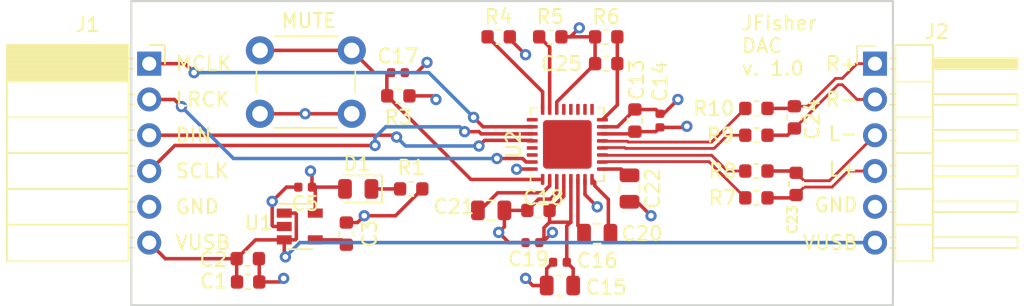
<source format=kicad_pcb>
(kicad_pcb (version 20171130) (host pcbnew "(5.1.0)-1")

  (general
    (thickness 1.6)
    (drawings 17)
    (tracks 231)
    (zones 0)
    (modules 32)
    (nets 26)
  )

  (page A4)
  (layers
    (0 F.Cu signal)
    (1 In1.Cu signal)
    (2 In2.Cu signal)
    (31 B.Cu signal)
    (33 F.Adhes user)
    (35 F.Paste user)
    (37 F.SilkS user)
    (39 F.Mask user)
    (40 Dwgs.User user)
    (41 Cmts.User user)
    (42 Eco1.User user)
    (43 Eco2.User user)
    (44 Edge.Cuts user)
    (45 Margin user)
    (46 B.CrtYd user)
    (47 F.CrtYd user)
    (49 F.Fab user hide)
  )

  (setup
    (last_trace_width 0.25)
    (trace_clearance 0.2)
    (zone_clearance 0.508)
    (zone_45_only no)
    (trace_min 0.2)
    (via_size 0.8)
    (via_drill 0.4)
    (via_min_size 0.4)
    (via_min_drill 0.3)
    (uvia_size 0.3)
    (uvia_drill 0.1)
    (uvias_allowed no)
    (uvia_min_size 0.2)
    (uvia_min_drill 0.1)
    (edge_width 0.15)
    (segment_width 0.2)
    (pcb_text_width 0.3)
    (pcb_text_size 1.5 1.5)
    (mod_edge_width 0.15)
    (mod_text_size 1 1)
    (mod_text_width 0.15)
    (pad_size 1.524 1.524)
    (pad_drill 0.762)
    (pad_to_mask_clearance 0.051)
    (solder_mask_min_width 0.25)
    (aux_axis_origin 0 0)
    (visible_elements 7FFFFFFF)
    (pcbplotparams
      (layerselection 0x010fc_ffffffff)
      (usegerberextensions false)
      (usegerberattributes false)
      (usegerberadvancedattributes false)
      (creategerberjobfile false)
      (excludeedgelayer true)
      (linewidth 0.100000)
      (plotframeref false)
      (viasonmask false)
      (mode 1)
      (useauxorigin false)
      (hpglpennumber 1)
      (hpglpenspeed 20)
      (hpglpendiameter 15.000000)
      (psnegative false)
      (psa4output false)
      (plotreference true)
      (plotvalue true)
      (plotinvisibletext false)
      (padsonsilk false)
      (subtractmaskfromsilk false)
      (outputformat 1)
      (mirror false)
      (drillshape 1)
      (scaleselection 1)
      (outputdirectory ""))
  )

  (net 0 "")
  (net 1 DACR-)
  (net 2 DACL-)
  (net 3 DACL+)
  (net 4 "Net-(C25-Pad1)")
  (net 5 GND)
  (net 6 "Net-(R5-Pad1)")
  (net 7 +3V3)
  (net 8 "Net-(R4-Pad1)")
  (net 9 "Net-(C17-Pad1)")
  (net 10 "Net-(D1-Pad1)")
  (net 11 DACR+)
  (net 12 VUSB)
  (net 13 "Net-(C3-Pad1)")
  (net 14 "Net-(C21-Pad1)")
  (net 15 "Net-(C20-Pad1)")
  (net 16 "Net-(C20-Pad2)")
  (net 17 "Net-(C22-Pad1)")
  (net 18 I2S_MCLK)
  (net 19 I2S_SCLK)
  (net 20 I2S_DIN)
  (net 21 I2S_LRCK)
  (net 22 OUTL_P)
  (net 23 OUTL_N)
  (net 24 OUTR_N)
  (net 25 OUTR_P)

  (net_class Default "This is the default net class."
    (clearance 0.2)
    (trace_width 0.25)
    (via_dia 0.8)
    (via_drill 0.4)
    (uvia_dia 0.3)
    (uvia_drill 0.1)
    (add_net +3V3)
    (add_net DACL+)
    (add_net DACL-)
    (add_net DACR+)
    (add_net DACR-)
    (add_net GND)
    (add_net I2S_DIN)
    (add_net I2S_LRCK)
    (add_net I2S_MCLK)
    (add_net I2S_SCLK)
    (add_net "Net-(C17-Pad1)")
    (add_net "Net-(C20-Pad1)")
    (add_net "Net-(C20-Pad2)")
    (add_net "Net-(C21-Pad1)")
    (add_net "Net-(C22-Pad1)")
    (add_net "Net-(C25-Pad1)")
    (add_net "Net-(C3-Pad1)")
    (add_net "Net-(D1-Pad1)")
    (add_net "Net-(R4-Pad1)")
    (add_net "Net-(R5-Pad1)")
    (add_net OUTL_N)
    (add_net OUTL_P)
    (add_net OUTR_N)
    (add_net OUTR_P)
    (add_net VUSB)
  )

  (module Button_Switch_THT:SW_PUSH_6mm (layer F.Cu) (tedit 5A02FE31) (tstamp 5CB80613)
    (at 127.381 48.641 180)
    (descr https://www.omron.com/ecb/products/pdf/en-b3f.pdf)
    (tags "tact sw push 6mm")
    (path /5C923633/5C941E06)
    (fp_text reference MUTE (at 3.048 6.604) (layer F.SilkS)
      (effects (font (size 1 1) (thickness 0.15)))
    )
    (fp_text value SW_Push (at 3.75 6.7 180) (layer F.Fab)
      (effects (font (size 1 1) (thickness 0.15)))
    )
    (fp_text user %R (at 3.25 2.25 180) (layer F.Fab)
      (effects (font (size 1 1) (thickness 0.15)))
    )
    (fp_line (start 3.25 -0.75) (end 6.25 -0.75) (layer F.Fab) (width 0.1))
    (fp_line (start 6.25 -0.75) (end 6.25 5.25) (layer F.Fab) (width 0.1))
    (fp_line (start 6.25 5.25) (end 0.25 5.25) (layer F.Fab) (width 0.1))
    (fp_line (start 0.25 5.25) (end 0.25 -0.75) (layer F.Fab) (width 0.1))
    (fp_line (start 0.25 -0.75) (end 3.25 -0.75) (layer F.Fab) (width 0.1))
    (fp_line (start 7.75 6) (end 8 6) (layer F.CrtYd) (width 0.05))
    (fp_line (start 8 6) (end 8 5.75) (layer F.CrtYd) (width 0.05))
    (fp_line (start 7.75 -1.5) (end 8 -1.5) (layer F.CrtYd) (width 0.05))
    (fp_line (start 8 -1.5) (end 8 -1.25) (layer F.CrtYd) (width 0.05))
    (fp_line (start -1.5 -1.25) (end -1.5 -1.5) (layer F.CrtYd) (width 0.05))
    (fp_line (start -1.5 -1.5) (end -1.25 -1.5) (layer F.CrtYd) (width 0.05))
    (fp_line (start -1.5 5.75) (end -1.5 6) (layer F.CrtYd) (width 0.05))
    (fp_line (start -1.5 6) (end -1.25 6) (layer F.CrtYd) (width 0.05))
    (fp_line (start -1.25 -1.5) (end 7.75 -1.5) (layer F.CrtYd) (width 0.05))
    (fp_line (start -1.5 5.75) (end -1.5 -1.25) (layer F.CrtYd) (width 0.05))
    (fp_line (start 7.75 6) (end -1.25 6) (layer F.CrtYd) (width 0.05))
    (fp_line (start 8 -1.25) (end 8 5.75) (layer F.CrtYd) (width 0.05))
    (fp_line (start 1 5.5) (end 5.5 5.5) (layer F.SilkS) (width 0.12))
    (fp_line (start -0.25 1.5) (end -0.25 3) (layer F.SilkS) (width 0.12))
    (fp_line (start 5.5 -1) (end 1 -1) (layer F.SilkS) (width 0.12))
    (fp_line (start 6.75 3) (end 6.75 1.5) (layer F.SilkS) (width 0.12))
    (fp_circle (center 3.25 2.25) (end 1.25 2.5) (layer F.Fab) (width 0.1))
    (pad 2 thru_hole circle (at 0 4.5 270) (size 2 2) (drill 1.1) (layers *.Cu *.Mask)
      (net 9 "Net-(C17-Pad1)"))
    (pad 1 thru_hole circle (at 0 0 270) (size 2 2) (drill 1.1) (layers *.Cu *.Mask)
      (net 5 GND))
    (pad 2 thru_hole circle (at 6.5 4.5 270) (size 2 2) (drill 1.1) (layers *.Cu *.Mask)
      (net 9 "Net-(C17-Pad1)"))
    (pad 1 thru_hole circle (at 6.5 0 270) (size 2 2) (drill 1.1) (layers *.Cu *.Mask)
      (net 5 GND))
    (model ${KISYS3DMOD}/Button_Switch_THT.3dshapes/SW_PUSH_6mm.wrl
      (at (xyz 0 0 0))
      (scale (xyz 1 1 1))
      (rotate (xyz 0 0 0))
    )
  )

  (module Capacitor_SMD:C_0603_1608Metric (layer F.Cu) (tedit 5B301BBE) (tstamp 5CB80531)
    (at 147.447 49.1235 90)
    (descr "Capacitor SMD 0603 (1608 Metric), square (rectangular) end terminal, IPC_7351 nominal, (Body size source: http://www.tortai-tech.com/upload/download/2011102023233369053.pdf), generated with kicad-footprint-generator")
    (tags capacitor)
    (path /5C923633/5C9307BB)
    (attr smd)
    (fp_text reference C13 (at 2.8955 0.127 90) (layer F.SilkS)
      (effects (font (size 1 1) (thickness 0.15)))
    )
    (fp_text value 10uF (at 0 1.43 90) (layer F.Fab)
      (effects (font (size 1 1) (thickness 0.15)))
    )
    (fp_text user %R (at 0 0 90) (layer F.Fab)
      (effects (font (size 0.4 0.4) (thickness 0.06)))
    )
    (fp_line (start 1.48 0.73) (end -1.48 0.73) (layer F.CrtYd) (width 0.05))
    (fp_line (start 1.48 -0.73) (end 1.48 0.73) (layer F.CrtYd) (width 0.05))
    (fp_line (start -1.48 -0.73) (end 1.48 -0.73) (layer F.CrtYd) (width 0.05))
    (fp_line (start -1.48 0.73) (end -1.48 -0.73) (layer F.CrtYd) (width 0.05))
    (fp_line (start -0.162779 0.51) (end 0.162779 0.51) (layer F.SilkS) (width 0.12))
    (fp_line (start -0.162779 -0.51) (end 0.162779 -0.51) (layer F.SilkS) (width 0.12))
    (fp_line (start 0.8 0.4) (end -0.8 0.4) (layer F.Fab) (width 0.1))
    (fp_line (start 0.8 -0.4) (end 0.8 0.4) (layer F.Fab) (width 0.1))
    (fp_line (start -0.8 -0.4) (end 0.8 -0.4) (layer F.Fab) (width 0.1))
    (fp_line (start -0.8 0.4) (end -0.8 -0.4) (layer F.Fab) (width 0.1))
    (pad 2 smd roundrect (at 0.7875 0 90) (size 0.875 0.95) (layers F.Cu F.Paste F.Mask) (roundrect_rratio 0.25)
      (net 5 GND))
    (pad 1 smd roundrect (at -0.7875 0 90) (size 0.875 0.95) (layers F.Cu F.Paste F.Mask) (roundrect_rratio 0.25)
      (net 7 +3V3))
    (model ${KISYS3DMOD}/Capacitor_SMD.3dshapes/C_0603_1608Metric.wrl
      (at (xyz 0 0 0))
      (scale (xyz 1 1 1))
      (rotate (xyz 0 0 0))
    )
  )

  (module Capacitor_SMD:C_0603_1608Metric (layer F.Cu) (tedit 5B301BBE) (tstamp 5CB80520)
    (at 145.415 45.085 180)
    (descr "Capacitor SMD 0603 (1608 Metric), square (rectangular) end terminal, IPC_7351 nominal, (Body size source: http://www.tortai-tech.com/upload/download/2011102023233369053.pdf), generated with kicad-footprint-generator")
    (tags capacitor)
    (path /5C923633/5CA6C15F)
    (attr smd)
    (fp_text reference C25 (at 3.175 0 180) (layer F.SilkS)
      (effects (font (size 1 1) (thickness 0.15)))
    )
    (fp_text value 1.0uF (at 0 1.43 180) (layer F.Fab)
      (effects (font (size 1 1) (thickness 0.15)))
    )
    (fp_line (start -0.8 0.4) (end -0.8 -0.4) (layer F.Fab) (width 0.1))
    (fp_line (start -0.8 -0.4) (end 0.8 -0.4) (layer F.Fab) (width 0.1))
    (fp_line (start 0.8 -0.4) (end 0.8 0.4) (layer F.Fab) (width 0.1))
    (fp_line (start 0.8 0.4) (end -0.8 0.4) (layer F.Fab) (width 0.1))
    (fp_line (start -0.162779 -0.51) (end 0.162779 -0.51) (layer F.SilkS) (width 0.12))
    (fp_line (start -0.162779 0.51) (end 0.162779 0.51) (layer F.SilkS) (width 0.12))
    (fp_line (start -1.48 0.73) (end -1.48 -0.73) (layer F.CrtYd) (width 0.05))
    (fp_line (start -1.48 -0.73) (end 1.48 -0.73) (layer F.CrtYd) (width 0.05))
    (fp_line (start 1.48 -0.73) (end 1.48 0.73) (layer F.CrtYd) (width 0.05))
    (fp_line (start 1.48 0.73) (end -1.48 0.73) (layer F.CrtYd) (width 0.05))
    (fp_text user %R (at 0 0 180) (layer F.Fab)
      (effects (font (size 0.4 0.4) (thickness 0.06)))
    )
    (pad 1 smd roundrect (at -0.7875 0 180) (size 0.875 0.95) (layers F.Cu F.Paste F.Mask) (roundrect_rratio 0.25)
      (net 4 "Net-(C25-Pad1)"))
    (pad 2 smd roundrect (at 0.7875 0 180) (size 0.875 0.95) (layers F.Cu F.Paste F.Mask) (roundrect_rratio 0.25)
      (net 5 GND))
    (model ${KISYS3DMOD}/Capacitor_SMD.3dshapes/C_0603_1608Metric.wrl
      (at (xyz 0 0 0))
      (scale (xyz 1 1 1))
      (rotate (xyz 0 0 0))
    )
  )

  (module Capacitor_SMD:C_0603_1608Metric (layer F.Cu) (tedit 5B301BBE) (tstamp 5CB8050F)
    (at 158.877 53.6195 90)
    (descr "Capacitor SMD 0603 (1608 Metric), square (rectangular) end terminal, IPC_7351 nominal, (Body size source: http://www.tortai-tech.com/upload/download/2011102023233369053.pdf), generated with kicad-footprint-generator")
    (tags capacitor)
    (path /5C923633/5C96A84B)
    (attr smd)
    (fp_text reference C23 (at -2.54 -0.254 270) (layer F.SilkS)
      (effects (font (size 0.7 0.7) (thickness 0.15)))
    )
    (fp_text value 1000pF (at 0 1.43 90) (layer F.Fab)
      (effects (font (size 1 1) (thickness 0.15)))
    )
    (fp_text user %R (at 0 0 90) (layer F.Fab)
      (effects (font (size 0.4 0.4) (thickness 0.06)))
    )
    (fp_line (start 1.48 0.73) (end -1.48 0.73) (layer F.CrtYd) (width 0.05))
    (fp_line (start 1.48 -0.73) (end 1.48 0.73) (layer F.CrtYd) (width 0.05))
    (fp_line (start -1.48 -0.73) (end 1.48 -0.73) (layer F.CrtYd) (width 0.05))
    (fp_line (start -1.48 0.73) (end -1.48 -0.73) (layer F.CrtYd) (width 0.05))
    (fp_line (start -0.162779 0.51) (end 0.162779 0.51) (layer F.SilkS) (width 0.12))
    (fp_line (start -0.162779 -0.51) (end 0.162779 -0.51) (layer F.SilkS) (width 0.12))
    (fp_line (start 0.8 0.4) (end -0.8 0.4) (layer F.Fab) (width 0.1))
    (fp_line (start 0.8 -0.4) (end 0.8 0.4) (layer F.Fab) (width 0.1))
    (fp_line (start -0.8 -0.4) (end 0.8 -0.4) (layer F.Fab) (width 0.1))
    (fp_line (start -0.8 0.4) (end -0.8 -0.4) (layer F.Fab) (width 0.1))
    (pad 2 smd roundrect (at 0.7875 0 90) (size 0.875 0.95) (layers F.Cu F.Paste F.Mask) (roundrect_rratio 0.25)
      (net 2 DACL-))
    (pad 1 smd roundrect (at -0.7875 0 90) (size 0.875 0.95) (layers F.Cu F.Paste F.Mask) (roundrect_rratio 0.25)
      (net 3 DACL+))
    (model ${KISYS3DMOD}/Capacitor_SMD.3dshapes/C_0603_1608Metric.wrl
      (at (xyz 0 0 0))
      (scale (xyz 1 1 1))
      (rotate (xyz 0 0 0))
    )
  )

  (module Capacitor_SMD:C_0603_1608Metric (layer F.Cu) (tedit 5B301BBE) (tstamp 5CB804FE)
    (at 158.75 48.895 90)
    (descr "Capacitor SMD 0603 (1608 Metric), square (rectangular) end terminal, IPC_7351 nominal, (Body size source: http://www.tortai-tech.com/upload/download/2011102023233369053.pdf), generated with kicad-footprint-generator")
    (tags capacitor)
    (path /5C923633/5C97F229)
    (attr smd)
    (fp_text reference C24 (at -0.1525 1.27 90) (layer F.SilkS)
      (effects (font (size 1 1) (thickness 0.15)))
    )
    (fp_text value 1000pF (at 0 1.43 90) (layer F.Fab)
      (effects (font (size 1 1) (thickness 0.15)))
    )
    (fp_line (start -0.8 0.4) (end -0.8 -0.4) (layer F.Fab) (width 0.1))
    (fp_line (start -0.8 -0.4) (end 0.8 -0.4) (layer F.Fab) (width 0.1))
    (fp_line (start 0.8 -0.4) (end 0.8 0.4) (layer F.Fab) (width 0.1))
    (fp_line (start 0.8 0.4) (end -0.8 0.4) (layer F.Fab) (width 0.1))
    (fp_line (start -0.162779 -0.51) (end 0.162779 -0.51) (layer F.SilkS) (width 0.12))
    (fp_line (start -0.162779 0.51) (end 0.162779 0.51) (layer F.SilkS) (width 0.12))
    (fp_line (start -1.48 0.73) (end -1.48 -0.73) (layer F.CrtYd) (width 0.05))
    (fp_line (start -1.48 -0.73) (end 1.48 -0.73) (layer F.CrtYd) (width 0.05))
    (fp_line (start 1.48 -0.73) (end 1.48 0.73) (layer F.CrtYd) (width 0.05))
    (fp_line (start 1.48 0.73) (end -1.48 0.73) (layer F.CrtYd) (width 0.05))
    (fp_text user %R (at 0 0 90) (layer F.Fab)
      (effects (font (size 0.4 0.4) (thickness 0.06)))
    )
    (pad 1 smd roundrect (at -0.7875 0 90) (size 0.875 0.95) (layers F.Cu F.Paste F.Mask) (roundrect_rratio 0.25)
      (net 1 DACR-))
    (pad 2 smd roundrect (at 0.7875 0 90) (size 0.875 0.95) (layers F.Cu F.Paste F.Mask) (roundrect_rratio 0.25)
      (net 11 DACR+))
    (model ${KISYS3DMOD}/Capacitor_SMD.3dshapes/C_0603_1608Metric.wrl
      (at (xyz 0 0 0))
      (scale (xyz 1 1 1))
      (rotate (xyz 0 0 0))
    )
  )

  (module Capacitor_SMD:C_0603_1608Metric (layer F.Cu) (tedit 5B301BBE) (tstamp 5CB804ED)
    (at 127 57.15 90)
    (descr "Capacitor SMD 0603 (1608 Metric), square (rectangular) end terminal, IPC_7351 nominal, (Body size source: http://www.tortai-tech.com/upload/download/2011102023233369053.pdf), generated with kicad-footprint-generator")
    (tags capacitor)
    (path /5CB4A618/5C9BE58E)
    (attr smd)
    (fp_text reference C3 (at 0 1.651 90) (layer F.SilkS)
      (effects (font (size 1 1) (thickness 0.15)))
    )
    (fp_text value 0.01uF (at 0 1.43 90) (layer F.Fab)
      (effects (font (size 1 1) (thickness 0.15)))
    )
    (fp_text user %R (at 0 0 90) (layer F.Fab)
      (effects (font (size 0.4 0.4) (thickness 0.06)))
    )
    (fp_line (start 1.48 0.73) (end -1.48 0.73) (layer F.CrtYd) (width 0.05))
    (fp_line (start 1.48 -0.73) (end 1.48 0.73) (layer F.CrtYd) (width 0.05))
    (fp_line (start -1.48 -0.73) (end 1.48 -0.73) (layer F.CrtYd) (width 0.05))
    (fp_line (start -1.48 0.73) (end -1.48 -0.73) (layer F.CrtYd) (width 0.05))
    (fp_line (start -0.162779 0.51) (end 0.162779 0.51) (layer F.SilkS) (width 0.12))
    (fp_line (start -0.162779 -0.51) (end 0.162779 -0.51) (layer F.SilkS) (width 0.12))
    (fp_line (start 0.8 0.4) (end -0.8 0.4) (layer F.Fab) (width 0.1))
    (fp_line (start 0.8 -0.4) (end 0.8 0.4) (layer F.Fab) (width 0.1))
    (fp_line (start -0.8 -0.4) (end 0.8 -0.4) (layer F.Fab) (width 0.1))
    (fp_line (start -0.8 0.4) (end -0.8 -0.4) (layer F.Fab) (width 0.1))
    (pad 2 smd roundrect (at 0.7875 0 90) (size 0.875 0.95) (layers F.Cu F.Paste F.Mask) (roundrect_rratio 0.25)
      (net 5 GND))
    (pad 1 smd roundrect (at -0.7875 0 90) (size 0.875 0.95) (layers F.Cu F.Paste F.Mask) (roundrect_rratio 0.25)
      (net 13 "Net-(C3-Pad1)"))
    (model ${KISYS3DMOD}/Capacitor_SMD.3dshapes/C_0603_1608Metric.wrl
      (at (xyz 0 0 0))
      (scale (xyz 1 1 1))
      (rotate (xyz 0 0 0))
    )
  )

  (module Capacitor_SMD:C_0603_1608Metric (layer F.Cu) (tedit 5B301BBE) (tstamp 5CB804DC)
    (at 140.6145 55.499 180)
    (descr "Capacitor SMD 0603 (1608 Metric), square (rectangular) end terminal, IPC_7351 nominal, (Body size source: http://www.tortai-tech.com/upload/download/2011102023233369053.pdf), generated with kicad-footprint-generator")
    (tags capacitor)
    (path /5C923633/5C92BA7F)
    (attr smd)
    (fp_text reference C18 (at -0.3555 0.889 180) (layer F.SilkS)
      (effects (font (size 1 1) (thickness 0.15)))
    )
    (fp_text value 10uF (at 0 1.43 180) (layer F.Fab)
      (effects (font (size 1 1) (thickness 0.15)))
    )
    (fp_line (start -0.8 0.4) (end -0.8 -0.4) (layer F.Fab) (width 0.1))
    (fp_line (start -0.8 -0.4) (end 0.8 -0.4) (layer F.Fab) (width 0.1))
    (fp_line (start 0.8 -0.4) (end 0.8 0.4) (layer F.Fab) (width 0.1))
    (fp_line (start 0.8 0.4) (end -0.8 0.4) (layer F.Fab) (width 0.1))
    (fp_line (start -0.162779 -0.51) (end 0.162779 -0.51) (layer F.SilkS) (width 0.12))
    (fp_line (start -0.162779 0.51) (end 0.162779 0.51) (layer F.SilkS) (width 0.12))
    (fp_line (start -1.48 0.73) (end -1.48 -0.73) (layer F.CrtYd) (width 0.05))
    (fp_line (start -1.48 -0.73) (end 1.48 -0.73) (layer F.CrtYd) (width 0.05))
    (fp_line (start 1.48 -0.73) (end 1.48 0.73) (layer F.CrtYd) (width 0.05))
    (fp_line (start 1.48 0.73) (end -1.48 0.73) (layer F.CrtYd) (width 0.05))
    (fp_text user %R (at 0 0 180) (layer F.Fab)
      (effects (font (size 0.4 0.4) (thickness 0.06)))
    )
    (pad 1 smd roundrect (at -0.7875 0 180) (size 0.875 0.95) (layers F.Cu F.Paste F.Mask) (roundrect_rratio 0.25)
      (net 7 +3V3))
    (pad 2 smd roundrect (at 0.7875 0 180) (size 0.875 0.95) (layers F.Cu F.Paste F.Mask) (roundrect_rratio 0.25)
      (net 5 GND))
    (model ${KISYS3DMOD}/Capacitor_SMD.3dshapes/C_0603_1608Metric.wrl
      (at (xyz 0 0 0))
      (scale (xyz 1 1 1))
      (rotate (xyz 0 0 0))
    )
  )

  (module Capacitor_SMD:C_0603_1608Metric (layer F.Cu) (tedit 5C9518D9) (tstamp 5CB81B12)
    (at 120.015 58.928)
    (descr "Capacitor SMD 0603 (1608 Metric), square (rectangular) end terminal, IPC_7351 nominal, (Body size source: http://www.tortai-tech.com/upload/download/2011102023233369053.pdf), generated with kicad-footprint-generator")
    (tags capacitor)
    (path /5CB4A618/5C9BB7B6)
    (attr smd)
    (fp_text reference C2 (at -2.438749 0.066332) (layer F.SilkS)
      (effects (font (size 1 1) (thickness 0.15)))
    )
    (fp_text value 0.1uF (at 0 1.43) (layer F.Fab)
      (effects (font (size 1 1) (thickness 0.15)))
    )
    (fp_text user %R (at 0 0) (layer F.Fab)
      (effects (font (size 0.4 0.4) (thickness 0.06)))
    )
    (fp_line (start 1.48 0.73) (end -1.48 0.73) (layer F.CrtYd) (width 0.05))
    (fp_line (start 1.48 -0.73) (end 1.48 0.73) (layer F.CrtYd) (width 0.05))
    (fp_line (start -1.48 -0.73) (end 1.48 -0.73) (layer F.CrtYd) (width 0.05))
    (fp_line (start -1.48 0.73) (end -1.48 -0.73) (layer F.CrtYd) (width 0.05))
    (fp_line (start -0.162779 0.51) (end 0.162779 0.51) (layer F.SilkS) (width 0.12))
    (fp_line (start -0.162779 -0.51) (end 0.162779 -0.51) (layer F.SilkS) (width 0.12))
    (fp_line (start 0.8 0.4) (end -0.8 0.4) (layer F.Fab) (width 0.1))
    (fp_line (start 0.8 -0.4) (end 0.8 0.4) (layer F.Fab) (width 0.1))
    (fp_line (start -0.8 -0.4) (end 0.8 -0.4) (layer F.Fab) (width 0.1))
    (fp_line (start -0.8 0.4) (end -0.8 -0.4) (layer F.Fab) (width 0.1))
    (pad 2 smd roundrect (at 0.7875 0) (size 0.875 0.95) (layers F.Cu F.Paste F.Mask) (roundrect_rratio 0.25)
      (net 5 GND))
    (pad 1 smd roundrect (at -0.7875 0) (size 0.875 0.95) (layers F.Cu F.Paste F.Mask) (roundrect_rratio 0.25)
      (net 12 VUSB))
    (model ${KISYS3DMOD}/Capacitor_SMD.3dshapes/C_0603_1608Metric.wrl
      (at (xyz 0 0 0))
      (scale (xyz 1 1 1))
      (rotate (xyz 0 0 0))
    )
  )

  (module Capacitor_SMD:C_0603_1608Metric (layer F.Cu) (tedit 5B301BBE) (tstamp 5C9AB144)
    (at 120.0405 60.579)
    (descr "Capacitor SMD 0603 (1608 Metric), square (rectangular) end terminal, IPC_7351 nominal, (Body size source: http://www.tortai-tech.com/upload/download/2011102023233369053.pdf), generated with kicad-footprint-generator")
    (tags capacitor)
    (path /5CB4A618/5C9BB782)
    (attr smd)
    (fp_text reference C1 (at -2.438749 -0.060668) (layer F.SilkS)
      (effects (font (size 1 1) (thickness 0.15)))
    )
    (fp_text value 10uF (at 0 1.43) (layer F.Fab)
      (effects (font (size 1 1) (thickness 0.15)))
    )
    (fp_line (start -0.8 0.4) (end -0.8 -0.4) (layer F.Fab) (width 0.1))
    (fp_line (start -0.8 -0.4) (end 0.8 -0.4) (layer F.Fab) (width 0.1))
    (fp_line (start 0.8 -0.4) (end 0.8 0.4) (layer F.Fab) (width 0.1))
    (fp_line (start 0.8 0.4) (end -0.8 0.4) (layer F.Fab) (width 0.1))
    (fp_line (start -0.162779 -0.51) (end 0.162779 -0.51) (layer F.SilkS) (width 0.12))
    (fp_line (start -0.162779 0.51) (end 0.162779 0.51) (layer F.SilkS) (width 0.12))
    (fp_line (start -1.48 0.73) (end -1.48 -0.73) (layer F.CrtYd) (width 0.05))
    (fp_line (start -1.48 -0.73) (end 1.48 -0.73) (layer F.CrtYd) (width 0.05))
    (fp_line (start 1.48 -0.73) (end 1.48 0.73) (layer F.CrtYd) (width 0.05))
    (fp_line (start 1.48 0.73) (end -1.48 0.73) (layer F.CrtYd) (width 0.05))
    (fp_text user %R (at 0 0) (layer F.Fab)
      (effects (font (size 0.4 0.4) (thickness 0.06)))
    )
    (pad 1 smd roundrect (at -0.7875 0) (size 0.875 0.95) (layers F.Cu F.Paste F.Mask) (roundrect_rratio 0.25)
      (net 12 VUSB))
    (pad 2 smd roundrect (at 0.7875 0) (size 0.875 0.95) (layers F.Cu F.Paste F.Mask) (roundrect_rratio 0.25)
      (net 5 GND))
    (model ${KISYS3DMOD}/Capacitor_SMD.3dshapes/C_0603_1608Metric.wrl
      (at (xyz 0 0 0))
      (scale (xyz 1 1 1))
      (rotate (xyz 0 0 0))
    )
  )

  (module Connector_PinHeader_2.54mm:PinHeader_1x06_P2.54mm_Horizontal (layer F.Cu) (tedit 59FED5CB) (tstamp 5CB8044F)
    (at 164.465 45.085)
    (descr "Through hole angled pin header, 1x06, 2.54mm pitch, 6mm pin length, single row")
    (tags "Through hole angled pin header THT 1x06 2.54mm single row")
    (path /5C916543/5CA0A347)
    (fp_text reference J2 (at 4.385 -2.27) (layer F.SilkS)
      (effects (font (size 1 1) (thickness 0.15)))
    )
    (fp_text value Conn_01x06 (at 4.385 14.97) (layer F.Fab)
      (effects (font (size 1 1) (thickness 0.15)))
    )
    (fp_line (start 2.135 -1.27) (end 4.04 -1.27) (layer F.Fab) (width 0.1))
    (fp_line (start 4.04 -1.27) (end 4.04 13.97) (layer F.Fab) (width 0.1))
    (fp_line (start 4.04 13.97) (end 1.5 13.97) (layer F.Fab) (width 0.1))
    (fp_line (start 1.5 13.97) (end 1.5 -0.635) (layer F.Fab) (width 0.1))
    (fp_line (start 1.5 -0.635) (end 2.135 -1.27) (layer F.Fab) (width 0.1))
    (fp_line (start -0.32 -0.32) (end 1.5 -0.32) (layer F.Fab) (width 0.1))
    (fp_line (start -0.32 -0.32) (end -0.32 0.32) (layer F.Fab) (width 0.1))
    (fp_line (start -0.32 0.32) (end 1.5 0.32) (layer F.Fab) (width 0.1))
    (fp_line (start 4.04 -0.32) (end 10.04 -0.32) (layer F.Fab) (width 0.1))
    (fp_line (start 10.04 -0.32) (end 10.04 0.32) (layer F.Fab) (width 0.1))
    (fp_line (start 4.04 0.32) (end 10.04 0.32) (layer F.Fab) (width 0.1))
    (fp_line (start -0.32 2.22) (end 1.5 2.22) (layer F.Fab) (width 0.1))
    (fp_line (start -0.32 2.22) (end -0.32 2.86) (layer F.Fab) (width 0.1))
    (fp_line (start -0.32 2.86) (end 1.5 2.86) (layer F.Fab) (width 0.1))
    (fp_line (start 4.04 2.22) (end 10.04 2.22) (layer F.Fab) (width 0.1))
    (fp_line (start 10.04 2.22) (end 10.04 2.86) (layer F.Fab) (width 0.1))
    (fp_line (start 4.04 2.86) (end 10.04 2.86) (layer F.Fab) (width 0.1))
    (fp_line (start -0.32 4.76) (end 1.5 4.76) (layer F.Fab) (width 0.1))
    (fp_line (start -0.32 4.76) (end -0.32 5.4) (layer F.Fab) (width 0.1))
    (fp_line (start -0.32 5.4) (end 1.5 5.4) (layer F.Fab) (width 0.1))
    (fp_line (start 4.04 4.76) (end 10.04 4.76) (layer F.Fab) (width 0.1))
    (fp_line (start 10.04 4.76) (end 10.04 5.4) (layer F.Fab) (width 0.1))
    (fp_line (start 4.04 5.4) (end 10.04 5.4) (layer F.Fab) (width 0.1))
    (fp_line (start -0.32 7.3) (end 1.5 7.3) (layer F.Fab) (width 0.1))
    (fp_line (start -0.32 7.3) (end -0.32 7.94) (layer F.Fab) (width 0.1))
    (fp_line (start -0.32 7.94) (end 1.5 7.94) (layer F.Fab) (width 0.1))
    (fp_line (start 4.04 7.3) (end 10.04 7.3) (layer F.Fab) (width 0.1))
    (fp_line (start 10.04 7.3) (end 10.04 7.94) (layer F.Fab) (width 0.1))
    (fp_line (start 4.04 7.94) (end 10.04 7.94) (layer F.Fab) (width 0.1))
    (fp_line (start -0.32 9.84) (end 1.5 9.84) (layer F.Fab) (width 0.1))
    (fp_line (start -0.32 9.84) (end -0.32 10.48) (layer F.Fab) (width 0.1))
    (fp_line (start -0.32 10.48) (end 1.5 10.48) (layer F.Fab) (width 0.1))
    (fp_line (start 4.04 9.84) (end 10.04 9.84) (layer F.Fab) (width 0.1))
    (fp_line (start 10.04 9.84) (end 10.04 10.48) (layer F.Fab) (width 0.1))
    (fp_line (start 4.04 10.48) (end 10.04 10.48) (layer F.Fab) (width 0.1))
    (fp_line (start -0.32 12.38) (end 1.5 12.38) (layer F.Fab) (width 0.1))
    (fp_line (start -0.32 12.38) (end -0.32 13.02) (layer F.Fab) (width 0.1))
    (fp_line (start -0.32 13.02) (end 1.5 13.02) (layer F.Fab) (width 0.1))
    (fp_line (start 4.04 12.38) (end 10.04 12.38) (layer F.Fab) (width 0.1))
    (fp_line (start 10.04 12.38) (end 10.04 13.02) (layer F.Fab) (width 0.1))
    (fp_line (start 4.04 13.02) (end 10.04 13.02) (layer F.Fab) (width 0.1))
    (fp_line (start 1.44 -1.33) (end 1.44 14.03) (layer F.SilkS) (width 0.12))
    (fp_line (start 1.44 14.03) (end 4.1 14.03) (layer F.SilkS) (width 0.12))
    (fp_line (start 4.1 14.03) (end 4.1 -1.33) (layer F.SilkS) (width 0.12))
    (fp_line (start 4.1 -1.33) (end 1.44 -1.33) (layer F.SilkS) (width 0.12))
    (fp_line (start 4.1 -0.38) (end 10.1 -0.38) (layer F.SilkS) (width 0.12))
    (fp_line (start 10.1 -0.38) (end 10.1 0.38) (layer F.SilkS) (width 0.12))
    (fp_line (start 10.1 0.38) (end 4.1 0.38) (layer F.SilkS) (width 0.12))
    (fp_line (start 4.1 -0.32) (end 10.1 -0.32) (layer F.SilkS) (width 0.12))
    (fp_line (start 4.1 -0.2) (end 10.1 -0.2) (layer F.SilkS) (width 0.12))
    (fp_line (start 4.1 -0.08) (end 10.1 -0.08) (layer F.SilkS) (width 0.12))
    (fp_line (start 4.1 0.04) (end 10.1 0.04) (layer F.SilkS) (width 0.12))
    (fp_line (start 4.1 0.16) (end 10.1 0.16) (layer F.SilkS) (width 0.12))
    (fp_line (start 4.1 0.28) (end 10.1 0.28) (layer F.SilkS) (width 0.12))
    (fp_line (start 1.11 -0.38) (end 1.44 -0.38) (layer F.SilkS) (width 0.12))
    (fp_line (start 1.11 0.38) (end 1.44 0.38) (layer F.SilkS) (width 0.12))
    (fp_line (start 1.44 1.27) (end 4.1 1.27) (layer F.SilkS) (width 0.12))
    (fp_line (start 4.1 2.16) (end 10.1 2.16) (layer F.SilkS) (width 0.12))
    (fp_line (start 10.1 2.16) (end 10.1 2.92) (layer F.SilkS) (width 0.12))
    (fp_line (start 10.1 2.92) (end 4.1 2.92) (layer F.SilkS) (width 0.12))
    (fp_line (start 1.042929 2.16) (end 1.44 2.16) (layer F.SilkS) (width 0.12))
    (fp_line (start 1.042929 2.92) (end 1.44 2.92) (layer F.SilkS) (width 0.12))
    (fp_line (start 1.44 3.81) (end 4.1 3.81) (layer F.SilkS) (width 0.12))
    (fp_line (start 4.1 4.7) (end 10.1 4.7) (layer F.SilkS) (width 0.12))
    (fp_line (start 10.1 4.7) (end 10.1 5.46) (layer F.SilkS) (width 0.12))
    (fp_line (start 10.1 5.46) (end 4.1 5.46) (layer F.SilkS) (width 0.12))
    (fp_line (start 1.042929 4.7) (end 1.44 4.7) (layer F.SilkS) (width 0.12))
    (fp_line (start 1.042929 5.46) (end 1.44 5.46) (layer F.SilkS) (width 0.12))
    (fp_line (start 1.44 6.35) (end 4.1 6.35) (layer F.SilkS) (width 0.12))
    (fp_line (start 4.1 7.24) (end 10.1 7.24) (layer F.SilkS) (width 0.12))
    (fp_line (start 10.1 7.24) (end 10.1 8) (layer F.SilkS) (width 0.12))
    (fp_line (start 10.1 8) (end 4.1 8) (layer F.SilkS) (width 0.12))
    (fp_line (start 1.042929 7.24) (end 1.44 7.24) (layer F.SilkS) (width 0.12))
    (fp_line (start 1.042929 8) (end 1.44 8) (layer F.SilkS) (width 0.12))
    (fp_line (start 1.44 8.89) (end 4.1 8.89) (layer F.SilkS) (width 0.12))
    (fp_line (start 4.1 9.78) (end 10.1 9.78) (layer F.SilkS) (width 0.12))
    (fp_line (start 10.1 9.78) (end 10.1 10.54) (layer F.SilkS) (width 0.12))
    (fp_line (start 10.1 10.54) (end 4.1 10.54) (layer F.SilkS) (width 0.12))
    (fp_line (start 1.042929 9.78) (end 1.44 9.78) (layer F.SilkS) (width 0.12))
    (fp_line (start 1.042929 10.54) (end 1.44 10.54) (layer F.SilkS) (width 0.12))
    (fp_line (start 1.44 11.43) (end 4.1 11.43) (layer F.SilkS) (width 0.12))
    (fp_line (start 4.1 12.32) (end 10.1 12.32) (layer F.SilkS) (width 0.12))
    (fp_line (start 10.1 12.32) (end 10.1 13.08) (layer F.SilkS) (width 0.12))
    (fp_line (start 10.1 13.08) (end 4.1 13.08) (layer F.SilkS) (width 0.12))
    (fp_line (start 1.042929 12.32) (end 1.44 12.32) (layer F.SilkS) (width 0.12))
    (fp_line (start 1.042929 13.08) (end 1.44 13.08) (layer F.SilkS) (width 0.12))
    (fp_line (start -1.27 0) (end -1.27 -1.27) (layer F.SilkS) (width 0.12))
    (fp_line (start -1.27 -1.27) (end 0 -1.27) (layer F.SilkS) (width 0.12))
    (fp_line (start -1.8 -1.8) (end -1.8 14.5) (layer F.CrtYd) (width 0.05))
    (fp_line (start -1.8 14.5) (end 10.55 14.5) (layer F.CrtYd) (width 0.05))
    (fp_line (start 10.55 14.5) (end 10.55 -1.8) (layer F.CrtYd) (width 0.05))
    (fp_line (start 10.55 -1.8) (end -1.8 -1.8) (layer F.CrtYd) (width 0.05))
    (fp_text user %R (at 2.77 6.35 90) (layer F.Fab)
      (effects (font (size 1 1) (thickness 0.15)))
    )
    (pad 1 thru_hole rect (at 0 0) (size 1.7 1.7) (drill 1) (layers *.Cu *.Mask)
      (net 11 DACR+))
    (pad 2 thru_hole oval (at 0 2.54) (size 1.7 1.7) (drill 1) (layers *.Cu *.Mask)
      (net 1 DACR-))
    (pad 3 thru_hole oval (at 0 5.08) (size 1.7 1.7) (drill 1) (layers *.Cu *.Mask)
      (net 2 DACL-))
    (pad 4 thru_hole oval (at 0 7.62) (size 1.7 1.7) (drill 1) (layers *.Cu *.Mask)
      (net 3 DACL+))
    (pad 5 thru_hole oval (at 0 10.16) (size 1.7 1.7) (drill 1) (layers *.Cu *.Mask)
      (net 5 GND))
    (pad 6 thru_hole oval (at 0 12.7) (size 1.7 1.7) (drill 1) (layers *.Cu *.Mask)
      (net 12 VUSB))
    (model ${KISYS3DMOD}/Connector_PinHeader_2.54mm.3dshapes/PinHeader_1x06_P2.54mm_Horizontal.wrl
      (at (xyz 0 0 0))
      (scale (xyz 1 1 1))
      (rotate (xyz 0 0 0))
    )
  )

  (module Connector_PinSocket_2.54mm:PinSocket_1x06_P2.54mm_Horizontal (layer F.Cu) (tedit 5C9518DA) (tstamp 5CB803E8)
    (at 113.03 45.085)
    (descr "Through hole angled socket strip, 1x06, 2.54mm pitch, 8.51mm socket length, single row (from Kicad 4.0.7), script generated")
    (tags "Through hole angled socket strip THT 1x06 2.54mm single row")
    (path /5C916543/5C91699E)
    (fp_text reference J1 (at -4.38 -2.77) (layer F.SilkS)
      (effects (font (size 1 1) (thickness 0.15)))
    )
    (fp_text value Conn_01x06 (at -4.38 15.47) (layer F.Fab)
      (effects (font (size 1 1) (thickness 0.15)))
    )
    (fp_line (start -10.03 -1.27) (end -2.49 -1.27) (layer F.Fab) (width 0.1))
    (fp_line (start -2.49 -1.27) (end -1.52 -0.3) (layer F.Fab) (width 0.1))
    (fp_line (start -1.52 -0.3) (end -1.52 13.97) (layer F.Fab) (width 0.1))
    (fp_line (start -1.52 13.97) (end -10.03 13.97) (layer F.Fab) (width 0.1))
    (fp_line (start -10.03 13.97) (end -10.03 -1.27) (layer F.Fab) (width 0.1))
    (fp_line (start 0 -0.3) (end -1.52 -0.3) (layer F.Fab) (width 0.1))
    (fp_line (start -1.52 0.3) (end 0 0.3) (layer F.Fab) (width 0.1))
    (fp_line (start 0 0.3) (end 0 -0.3) (layer F.Fab) (width 0.1))
    (fp_line (start 0 2.24) (end -1.52 2.24) (layer F.Fab) (width 0.1))
    (fp_line (start -1.52 2.84) (end 0 2.84) (layer F.Fab) (width 0.1))
    (fp_line (start 0 2.84) (end 0 2.24) (layer F.Fab) (width 0.1))
    (fp_line (start 0 4.78) (end -1.52 4.78) (layer F.Fab) (width 0.1))
    (fp_line (start -1.52 5.38) (end 0 5.38) (layer F.Fab) (width 0.1))
    (fp_line (start 0 5.38) (end 0 4.78) (layer F.Fab) (width 0.1))
    (fp_line (start 0 7.32) (end -1.52 7.32) (layer F.Fab) (width 0.1))
    (fp_line (start -1.52 7.92) (end 0 7.92) (layer F.Fab) (width 0.1))
    (fp_line (start 0 7.92) (end 0 7.32) (layer F.Fab) (width 0.1))
    (fp_line (start 0 9.86) (end -1.52 9.86) (layer F.Fab) (width 0.1))
    (fp_line (start -1.52 10.46) (end 0 10.46) (layer F.Fab) (width 0.1))
    (fp_line (start 0 10.46) (end 0 9.86) (layer F.Fab) (width 0.1))
    (fp_line (start 0 12.4) (end -1.52 12.4) (layer F.Fab) (width 0.1))
    (fp_line (start -1.52 13) (end 0 13) (layer F.Fab) (width 0.1))
    (fp_line (start 0 13) (end 0 12.4) (layer F.Fab) (width 0.1))
    (fp_line (start -10.09 -1.21) (end -1.46 -1.21) (layer F.SilkS) (width 0.12))
    (fp_line (start -10.09 -1.091905) (end -1.46 -1.091905) (layer F.SilkS) (width 0.12))
    (fp_line (start -10.09 -0.97381) (end -1.46 -0.97381) (layer F.SilkS) (width 0.12))
    (fp_line (start -10.09 -0.855715) (end -1.46 -0.855715) (layer F.SilkS) (width 0.12))
    (fp_line (start -10.09 -0.73762) (end -1.46 -0.73762) (layer F.SilkS) (width 0.12))
    (fp_line (start -10.09 -0.619525) (end -1.46 -0.619525) (layer F.SilkS) (width 0.12))
    (fp_line (start -10.09 -0.50143) (end -1.46 -0.50143) (layer F.SilkS) (width 0.12))
    (fp_line (start -10.09 -0.383335) (end -1.46 -0.383335) (layer F.SilkS) (width 0.12))
    (fp_line (start -10.09 -0.26524) (end -1.46 -0.26524) (layer F.SilkS) (width 0.12))
    (fp_line (start -10.09 -0.147145) (end -1.46 -0.147145) (layer F.SilkS) (width 0.12))
    (fp_line (start -10.09 -0.02905) (end -1.46 -0.02905) (layer F.SilkS) (width 0.12))
    (fp_line (start -10.09 0.089045) (end -1.46 0.089045) (layer F.SilkS) (width 0.12))
    (fp_line (start -10.09 0.20714) (end -1.46 0.20714) (layer F.SilkS) (width 0.12))
    (fp_line (start -10.09 0.325235) (end -1.46 0.325235) (layer F.SilkS) (width 0.12))
    (fp_line (start -10.09 0.44333) (end -1.46 0.44333) (layer F.SilkS) (width 0.12))
    (fp_line (start -10.09 0.561425) (end -1.46 0.561425) (layer F.SilkS) (width 0.12))
    (fp_line (start -10.09 0.67952) (end -1.46 0.67952) (layer F.SilkS) (width 0.12))
    (fp_line (start -10.09 0.797615) (end -1.46 0.797615) (layer F.SilkS) (width 0.12))
    (fp_line (start -10.09 0.91571) (end -1.46 0.91571) (layer F.SilkS) (width 0.12))
    (fp_line (start -10.09 1.033805) (end -1.46 1.033805) (layer F.SilkS) (width 0.12))
    (fp_line (start -10.09 1.1519) (end -1.46 1.1519) (layer F.SilkS) (width 0.12))
    (fp_line (start -1.46 -0.36) (end -1.11 -0.36) (layer F.SilkS) (width 0.12))
    (fp_line (start -1.46 0.36) (end -1.11 0.36) (layer F.SilkS) (width 0.12))
    (fp_line (start -1.46 2.18) (end -1.05 2.18) (layer F.SilkS) (width 0.12))
    (fp_line (start -1.46 2.9) (end -1.05 2.9) (layer F.SilkS) (width 0.12))
    (fp_line (start -1.46 4.72) (end -1.05 4.72) (layer F.SilkS) (width 0.12))
    (fp_line (start -1.46 5.44) (end -1.05 5.44) (layer F.SilkS) (width 0.12))
    (fp_line (start -1.46 7.26) (end -1.05 7.26) (layer F.SilkS) (width 0.12))
    (fp_line (start -1.46 7.98) (end -1.05 7.98) (layer F.SilkS) (width 0.12))
    (fp_line (start -1.46 9.8) (end -1.05 9.8) (layer F.SilkS) (width 0.12))
    (fp_line (start -1.46 10.52) (end -1.05 10.52) (layer F.SilkS) (width 0.12))
    (fp_line (start -1.46 12.34) (end -1.05 12.34) (layer F.SilkS) (width 0.12))
    (fp_line (start -1.46 13.06) (end -1.05 13.06) (layer F.SilkS) (width 0.12))
    (fp_line (start -10.09 1.27) (end -1.46 1.27) (layer F.SilkS) (width 0.12))
    (fp_line (start -10.09 3.81) (end -1.46 3.81) (layer F.SilkS) (width 0.12))
    (fp_line (start -10.09 6.35) (end -1.46 6.35) (layer F.SilkS) (width 0.12))
    (fp_line (start -10.09 8.89) (end -1.46 8.89) (layer F.SilkS) (width 0.12))
    (fp_line (start -10.09 11.43) (end -1.46 11.43) (layer F.SilkS) (width 0.12))
    (fp_line (start -10.09 -1.33) (end -1.46 -1.33) (layer F.SilkS) (width 0.12))
    (fp_line (start -1.46 -1.33) (end -1.46 14.03) (layer F.SilkS) (width 0.12))
    (fp_line (start -10.09 14.03) (end -1.46 14.03) (layer F.SilkS) (width 0.12))
    (fp_line (start -10.09 -1.33) (end -10.09 14.03) (layer F.SilkS) (width 0.12))
    (fp_line (start 1.11 -1.33) (end 1.11 0) (layer F.SilkS) (width 0.12))
    (fp_line (start 0 -1.33) (end 1.11 -1.33) (layer F.SilkS) (width 0.12))
    (fp_line (start 1.75 -1.8) (end -10.55 -1.8) (layer F.CrtYd) (width 0.05))
    (fp_line (start -10.55 -1.8) (end -10.55 14.45) (layer F.CrtYd) (width 0.05))
    (fp_line (start -10.55 14.45) (end 1.75 14.45) (layer F.CrtYd) (width 0.05))
    (fp_line (start 1.75 14.45) (end 1.75 -1.8) (layer F.CrtYd) (width 0.05))
    (fp_text user %R (at -5.775 6.35 90) (layer F.Fab)
      (effects (font (size 1 1) (thickness 0.15)))
    )
    (pad 1 thru_hole rect (at 0 0) (size 1.7 1.7) (drill 1) (layers *.Cu *.Mask)
      (net 18 I2S_MCLK))
    (pad 2 thru_hole oval (at 0 2.54) (size 1.7 1.7) (drill 1) (layers *.Cu *.Mask)
      (net 21 I2S_LRCK))
    (pad 3 thru_hole oval (at 0 5.08) (size 1.7 1.7) (drill 1) (layers *.Cu *.Mask)
      (net 20 I2S_DIN))
    (pad 4 thru_hole oval (at 0 7.62) (size 1.7 1.7) (drill 1) (layers *.Cu *.Mask)
      (net 19 I2S_SCLK))
    (pad 5 thru_hole oval (at 0 10.16) (size 1.7 1.7) (drill 1) (layers *.Cu *.Mask)
      (net 5 GND))
    (pad 6 thru_hole oval (at 0 12.7) (size 1.7 1.7) (drill 1) (layers *.Cu *.Mask)
      (net 12 VUSB))
    (model ${KISYS3DMOD}/Connector_PinSocket_2.54mm.3dshapes/PinSocket_1x06_P2.54mm_Horizontal.wrl
      (at (xyz 0 0 0))
      (scale (xyz 1 1 1))
      (rotate (xyz 0 0 0))
    )
  )

  (module LED_SMD:LED_0805_2012Metric (layer F.Cu) (tedit 5B36C52C) (tstamp 5CB80396)
    (at 127.8405 53.975 180)
    (descr "LED SMD 0805 (2012 Metric), square (rectangular) end terminal, IPC_7351 nominal, (Body size source: https://docs.google.com/spreadsheets/d/1BsfQQcO9C6DZCsRaXUlFlo91Tg2WpOkGARC1WS5S8t0/edit?usp=sharing), generated with kicad-footprint-generator")
    (tags diode)
    (path /5CB4A618/5C9D3C68)
    (attr smd)
    (fp_text reference D1 (at 0.0785 1.778 180) (layer F.SilkS)
      (effects (font (size 1 1) (thickness 0.15)))
    )
    (fp_text value LED_3v3 (at 0 1.65 180) (layer F.Fab)
      (effects (font (size 1 1) (thickness 0.15)))
    )
    (fp_line (start 1 -0.6) (end -0.7 -0.6) (layer F.Fab) (width 0.1))
    (fp_line (start -0.7 -0.6) (end -1 -0.3) (layer F.Fab) (width 0.1))
    (fp_line (start -1 -0.3) (end -1 0.6) (layer F.Fab) (width 0.1))
    (fp_line (start -1 0.6) (end 1 0.6) (layer F.Fab) (width 0.1))
    (fp_line (start 1 0.6) (end 1 -0.6) (layer F.Fab) (width 0.1))
    (fp_line (start 1 -0.96) (end -1.685 -0.96) (layer F.SilkS) (width 0.12))
    (fp_line (start -1.685 -0.96) (end -1.685 0.96) (layer F.SilkS) (width 0.12))
    (fp_line (start -1.685 0.96) (end 1 0.96) (layer F.SilkS) (width 0.12))
    (fp_line (start -1.68 0.95) (end -1.68 -0.95) (layer F.CrtYd) (width 0.05))
    (fp_line (start -1.68 -0.95) (end 1.68 -0.95) (layer F.CrtYd) (width 0.05))
    (fp_line (start 1.68 -0.95) (end 1.68 0.95) (layer F.CrtYd) (width 0.05))
    (fp_line (start 1.68 0.95) (end -1.68 0.95) (layer F.CrtYd) (width 0.05))
    (fp_text user %R (at 0 0 180) (layer F.Fab)
      (effects (font (size 0.5 0.5) (thickness 0.08)))
    )
    (pad 1 smd roundrect (at -0.9375 0 180) (size 0.975 1.4) (layers F.Cu F.Paste F.Mask) (roundrect_rratio 0.25)
      (net 10 "Net-(D1-Pad1)"))
    (pad 2 smd roundrect (at 0.9375 0 180) (size 0.975 1.4) (layers F.Cu F.Paste F.Mask) (roundrect_rratio 0.25)
      (net 7 +3V3))
    (model ${KISYS3DMOD}/LED_SMD.3dshapes/LED_0805_2012Metric.wrl
      (at (xyz 0 0 0))
      (scale (xyz 1 1 1))
      (rotate (xyz 0 0 0))
    )
  )

  (module Package_DFN_QFN:Texas_S-PVQFN-N32_EP3.45x3.45mm (layer F.Cu) (tedit 5B317740) (tstamp 5CB80383)
    (at 142.66 50.815 90)
    (descr "QFN, 32 Pin (http://www.ti.com/lit/ds/symlink/msp430f1122.pdf), generated with kicad-footprint-generator ipc_dfn_qfn_generator.py")
    (tags "QFN DFN_QFN")
    (path /5C923633/5C929B06)
    (attr smd)
    (fp_text reference U2 (at 0 -3.82 90) (layer F.SilkS)
      (effects (font (size 1 1) (thickness 0.15)))
    )
    (fp_text value PCM5242RHB (at 0 3.82 90) (layer F.Fab)
      (effects (font (size 1 1) (thickness 0.15)))
    )
    (fp_line (start 2.135 -2.61) (end 2.61 -2.61) (layer F.SilkS) (width 0.12))
    (fp_line (start 2.61 -2.61) (end 2.61 -2.135) (layer F.SilkS) (width 0.12))
    (fp_line (start -2.135 2.61) (end -2.61 2.61) (layer F.SilkS) (width 0.12))
    (fp_line (start -2.61 2.61) (end -2.61 2.135) (layer F.SilkS) (width 0.12))
    (fp_line (start 2.135 2.61) (end 2.61 2.61) (layer F.SilkS) (width 0.12))
    (fp_line (start 2.61 2.61) (end 2.61 2.135) (layer F.SilkS) (width 0.12))
    (fp_line (start -2.135 -2.61) (end -2.61 -2.61) (layer F.SilkS) (width 0.12))
    (fp_line (start -1.5 -2.5) (end 2.5 -2.5) (layer F.Fab) (width 0.1))
    (fp_line (start 2.5 -2.5) (end 2.5 2.5) (layer F.Fab) (width 0.1))
    (fp_line (start 2.5 2.5) (end -2.5 2.5) (layer F.Fab) (width 0.1))
    (fp_line (start -2.5 2.5) (end -2.5 -1.5) (layer F.Fab) (width 0.1))
    (fp_line (start -2.5 -1.5) (end -1.5 -2.5) (layer F.Fab) (width 0.1))
    (fp_line (start -3.12 -3.12) (end -3.12 3.12) (layer F.CrtYd) (width 0.05))
    (fp_line (start -3.12 3.12) (end 3.12 3.12) (layer F.CrtYd) (width 0.05))
    (fp_line (start 3.12 3.12) (end 3.12 -3.12) (layer F.CrtYd) (width 0.05))
    (fp_line (start 3.12 -3.12) (end -3.12 -3.12) (layer F.CrtYd) (width 0.05))
    (fp_text user %R (at 0 0 90) (layer F.Fab)
      (effects (font (size 1 1) (thickness 0.15)))
    )
    (pad 33 smd roundrect (at 0 0 90) (size 3.45 3.45) (layers F.Cu F.Mask) (roundrect_rratio 0.072464))
    (pad "" smd roundrect (at -1.15 -1.15 90) (size 0.93 0.93) (layers F.Paste) (roundrect_rratio 0.25))
    (pad "" smd roundrect (at -1.15 0 90) (size 0.93 0.93) (layers F.Paste) (roundrect_rratio 0.25))
    (pad "" smd roundrect (at -1.15 1.15 90) (size 0.93 0.93) (layers F.Paste) (roundrect_rratio 0.25))
    (pad "" smd roundrect (at 0 -1.15 90) (size 0.93 0.93) (layers F.Paste) (roundrect_rratio 0.25))
    (pad "" smd roundrect (at 0 0 90) (size 0.93 0.93) (layers F.Paste) (roundrect_rratio 0.25))
    (pad "" smd roundrect (at 0 1.15 90) (size 0.93 0.93) (layers F.Paste) (roundrect_rratio 0.25))
    (pad "" smd roundrect (at 1.15 -1.15 90) (size 0.93 0.93) (layers F.Paste) (roundrect_rratio 0.25))
    (pad "" smd roundrect (at 1.15 0 90) (size 0.93 0.93) (layers F.Paste) (roundrect_rratio 0.25))
    (pad "" smd roundrect (at 1.15 1.15 90) (size 0.93 0.93) (layers F.Paste) (roundrect_rratio 0.25))
    (pad 1 smd roundrect (at -2.4875 -1.75 90) (size 0.775 0.25) (layers F.Cu F.Paste F.Mask) (roundrect_rratio 0.25)
      (net 9 "Net-(C17-Pad1)"))
    (pad 2 smd roundrect (at -2.4875 -1.25 90) (size 0.775 0.25) (layers F.Cu F.Paste F.Mask) (roundrect_rratio 0.25)
      (net 14 "Net-(C21-Pad1)"))
    (pad 3 smd roundrect (at -2.4875 -0.75 90) (size 0.775 0.25) (layers F.Cu F.Paste F.Mask) (roundrect_rratio 0.25)
      (net 5 GND))
    (pad 4 smd roundrect (at -2.4875 -0.25 90) (size 0.775 0.25) (layers F.Cu F.Paste F.Mask) (roundrect_rratio 0.25)
      (net 7 +3V3))
    (pad 5 smd roundrect (at -2.4875 0.25 90) (size 0.775 0.25) (layers F.Cu F.Paste F.Mask) (roundrect_rratio 0.25)
      (net 7 +3V3))
    (pad 6 smd roundrect (at -2.4875 0.75 90) (size 0.775 0.25) (layers F.Cu F.Paste F.Mask) (roundrect_rratio 0.25)
      (net 15 "Net-(C20-Pad1)"))
    (pad 7 smd roundrect (at -2.4875 1.25 90) (size 0.775 0.25) (layers F.Cu F.Paste F.Mask) (roundrect_rratio 0.25)
      (net 5 GND))
    (pad 8 smd roundrect (at -2.4875 1.75 90) (size 0.775 0.25) (layers F.Cu F.Paste F.Mask) (roundrect_rratio 0.25)
      (net 16 "Net-(C20-Pad2)"))
    (pad 9 smd roundrect (at -1.75 2.4875 90) (size 0.25 0.775) (layers F.Cu F.Paste F.Mask) (roundrect_rratio 0.25)
      (net 17 "Net-(C22-Pad1)"))
    (pad 10 smd roundrect (at -1.25 2.4875 90) (size 0.25 0.775) (layers F.Cu F.Paste F.Mask) (roundrect_rratio 0.25)
      (net 22 OUTL_P))
    (pad 11 smd roundrect (at -0.75 2.4875 90) (size 0.25 0.775) (layers F.Cu F.Paste F.Mask) (roundrect_rratio 0.25)
      (net 23 OUTL_N))
    (pad 12 smd roundrect (at -0.25 2.4875 90) (size 0.25 0.775) (layers F.Cu F.Paste F.Mask) (roundrect_rratio 0.25)
      (net 24 OUTR_N))
    (pad 13 smd roundrect (at 0.25 2.4875 90) (size 0.25 0.775) (layers F.Cu F.Paste F.Mask) (roundrect_rratio 0.25)
      (net 25 OUTR_P))
    (pad 14 smd roundrect (at 0.75 2.4875 90) (size 0.25 0.775) (layers F.Cu F.Paste F.Mask) (roundrect_rratio 0.25)
      (net 7 +3V3))
    (pad 15 smd roundrect (at 1.25 2.4875 90) (size 0.25 0.775) (layers F.Cu F.Paste F.Mask) (roundrect_rratio 0.25)
      (net 5 GND))
    (pad 16 smd roundrect (at 1.75 2.4875 90) (size 0.25 0.775) (layers F.Cu F.Paste F.Mask) (roundrect_rratio 0.25)
      (net 4 "Net-(C25-Pad1)"))
    (pad 17 smd roundrect (at 2.4875 1.75 90) (size 0.775 0.25) (layers F.Cu F.Paste F.Mask) (roundrect_rratio 0.25))
    (pad 18 smd roundrect (at 2.4875 1.25 90) (size 0.775 0.25) (layers F.Cu F.Paste F.Mask) (roundrect_rratio 0.25))
    (pad 19 smd roundrect (at 2.4875 0.75 90) (size 0.775 0.25) (layers F.Cu F.Paste F.Mask) (roundrect_rratio 0.25))
    (pad 20 smd roundrect (at 2.4875 0.25 90) (size 0.775 0.25) (layers F.Cu F.Paste F.Mask) (roundrect_rratio 0.25))
    (pad 21 smd roundrect (at 2.4875 -0.25 90) (size 0.775 0.25) (layers F.Cu F.Paste F.Mask) (roundrect_rratio 0.25))
    (pad 22 smd roundrect (at 2.4875 -0.75 90) (size 0.775 0.25) (layers F.Cu F.Paste F.Mask) (roundrect_rratio 0.25)
      (net 5 GND))
    (pad 23 smd roundrect (at 2.4875 -1.25 90) (size 0.775 0.25) (layers F.Cu F.Paste F.Mask) (roundrect_rratio 0.25)
      (net 6 "Net-(R5-Pad1)"))
    (pad 24 smd roundrect (at 2.4875 -1.75 90) (size 0.775 0.25) (layers F.Cu F.Paste F.Mask) (roundrect_rratio 0.25)
      (net 8 "Net-(R4-Pad1)"))
    (pad 25 smd roundrect (at 1.75 -2.4875 90) (size 0.25 0.775) (layers F.Cu F.Paste F.Mask) (roundrect_rratio 0.25))
    (pad 26 smd roundrect (at 1.25 -2.4875 90) (size 0.25 0.775) (layers F.Cu F.Paste F.Mask) (roundrect_rratio 0.25)
      (net 18 I2S_MCLK))
    (pad 27 smd roundrect (at 0.75 -2.4875 90) (size 0.25 0.775) (layers F.Cu F.Paste F.Mask) (roundrect_rratio 0.25)
      (net 19 I2S_SCLK))
    (pad 28 smd roundrect (at 0.25 -2.4875 90) (size 0.25 0.775) (layers F.Cu F.Paste F.Mask) (roundrect_rratio 0.25)
      (net 20 I2S_DIN))
    (pad 29 smd roundrect (at -0.25 -2.4875 90) (size 0.25 0.775) (layers F.Cu F.Paste F.Mask) (roundrect_rratio 0.25))
    (pad 30 smd roundrect (at -0.75 -2.4875 90) (size 0.25 0.775) (layers F.Cu F.Paste F.Mask) (roundrect_rratio 0.25))
    (pad 31 smd roundrect (at -1.25 -2.4875 90) (size 0.25 0.775) (layers F.Cu F.Paste F.Mask) (roundrect_rratio 0.25)
      (net 21 I2S_LRCK))
    (pad 32 smd roundrect (at -1.75 -2.4875 90) (size 0.25 0.775) (layers F.Cu F.Paste F.Mask) (roundrect_rratio 0.25)
      (net 5 GND))
    (model ${KISYS3DMOD}/Package_DFN_QFN.3dshapes/Texas_S-PVQFN-N32_EP3.45x3.45mm.wrl
      (at (xyz 0 0 0))
      (scale (xyz 1 1 1))
      (rotate (xyz 0 0 0))
    )
  )

  (module Package_TO_SOT_SMD:SOT-23-5 (layer F.Cu) (tedit 5A02FF57) (tstamp 5CB80344)
    (at 123.698 56.642)
    (descr "5-pin SOT23 package")
    (tags SOT-23-5)
    (path /5CB4A618/5C9BA9DB)
    (attr smd)
    (fp_text reference U1 (at -2.921 -0.254) (layer F.SilkS)
      (effects (font (size 1 1) (thickness 0.15)))
    )
    (fp_text value TPS73633DBV (at 0 2.9) (layer F.Fab)
      (effects (font (size 1 1) (thickness 0.15)))
    )
    (fp_text user %R (at 0 0 90) (layer F.Fab)
      (effects (font (size 0.5 0.5) (thickness 0.075)))
    )
    (fp_line (start -0.9 1.61) (end 0.9 1.61) (layer F.SilkS) (width 0.12))
    (fp_line (start 0.9 -1.61) (end -1.55 -1.61) (layer F.SilkS) (width 0.12))
    (fp_line (start -1.9 -1.8) (end 1.9 -1.8) (layer F.CrtYd) (width 0.05))
    (fp_line (start 1.9 -1.8) (end 1.9 1.8) (layer F.CrtYd) (width 0.05))
    (fp_line (start 1.9 1.8) (end -1.9 1.8) (layer F.CrtYd) (width 0.05))
    (fp_line (start -1.9 1.8) (end -1.9 -1.8) (layer F.CrtYd) (width 0.05))
    (fp_line (start -0.9 -0.9) (end -0.25 -1.55) (layer F.Fab) (width 0.1))
    (fp_line (start 0.9 -1.55) (end -0.25 -1.55) (layer F.Fab) (width 0.1))
    (fp_line (start -0.9 -0.9) (end -0.9 1.55) (layer F.Fab) (width 0.1))
    (fp_line (start 0.9 1.55) (end -0.9 1.55) (layer F.Fab) (width 0.1))
    (fp_line (start 0.9 -1.55) (end 0.9 1.55) (layer F.Fab) (width 0.1))
    (pad 1 smd rect (at -1.1 -0.95) (size 1.06 0.65) (layers F.Cu F.Paste F.Mask)
      (net 12 VUSB))
    (pad 2 smd rect (at -1.1 0) (size 1.06 0.65) (layers F.Cu F.Paste F.Mask)
      (net 5 GND))
    (pad 3 smd rect (at -1.1 0.95) (size 1.06 0.65) (layers F.Cu F.Paste F.Mask)
      (net 12 VUSB))
    (pad 4 smd rect (at 1.1 0.95) (size 1.06 0.65) (layers F.Cu F.Paste F.Mask)
      (net 13 "Net-(C3-Pad1)"))
    (pad 5 smd rect (at 1.1 -0.95) (size 1.06 0.65) (layers F.Cu F.Paste F.Mask)
      (net 7 +3V3))
    (model ${KISYS3DMOD}/Package_TO_SOT_SMD.3dshapes/SOT-23-5.wrl
      (at (xyz 0 0 0))
      (scale (xyz 1 1 1))
      (rotate (xyz 0 0 0))
    )
  )

  (module Resistor_SMD:R_0603_1608Metric (layer F.Cu) (tedit 5B301BBD) (tstamp 5CB8032F)
    (at 156.0575 48.26 180)
    (descr "Resistor SMD 0603 (1608 Metric), square (rectangular) end terminal, IPC_7351 nominal, (Body size source: http://www.tortai-tech.com/upload/download/2011102023233369053.pdf), generated with kicad-footprint-generator")
    (tags resistor)
    (path /5C923633/5C97A3D1)
    (attr smd)
    (fp_text reference R10 (at 3.0225 0 180) (layer F.SilkS)
      (effects (font (size 1 1) (thickness 0.15)))
    )
    (fp_text value 499 (at 0 1.43 180) (layer F.Fab)
      (effects (font (size 1 1) (thickness 0.15)))
    )
    (fp_text user %R (at 0 0 180) (layer F.Fab)
      (effects (font (size 0.4 0.4) (thickness 0.06)))
    )
    (fp_line (start 1.48 0.73) (end -1.48 0.73) (layer F.CrtYd) (width 0.05))
    (fp_line (start 1.48 -0.73) (end 1.48 0.73) (layer F.CrtYd) (width 0.05))
    (fp_line (start -1.48 -0.73) (end 1.48 -0.73) (layer F.CrtYd) (width 0.05))
    (fp_line (start -1.48 0.73) (end -1.48 -0.73) (layer F.CrtYd) (width 0.05))
    (fp_line (start -0.162779 0.51) (end 0.162779 0.51) (layer F.SilkS) (width 0.12))
    (fp_line (start -0.162779 -0.51) (end 0.162779 -0.51) (layer F.SilkS) (width 0.12))
    (fp_line (start 0.8 0.4) (end -0.8 0.4) (layer F.Fab) (width 0.1))
    (fp_line (start 0.8 -0.4) (end 0.8 0.4) (layer F.Fab) (width 0.1))
    (fp_line (start -0.8 -0.4) (end 0.8 -0.4) (layer F.Fab) (width 0.1))
    (fp_line (start -0.8 0.4) (end -0.8 -0.4) (layer F.Fab) (width 0.1))
    (pad 2 smd roundrect (at 0.7875 0 180) (size 0.875 0.95) (layers F.Cu F.Paste F.Mask) (roundrect_rratio 0.25)
      (net 25 OUTR_P))
    (pad 1 smd roundrect (at -0.7875 0 180) (size 0.875 0.95) (layers F.Cu F.Paste F.Mask) (roundrect_rratio 0.25)
      (net 11 DACR+))
    (model ${KISYS3DMOD}/Resistor_SMD.3dshapes/R_0603_1608Metric.wrl
      (at (xyz 0 0 0))
      (scale (xyz 1 1 1))
      (rotate (xyz 0 0 0))
    )
  )

  (module Resistor_SMD:R_0603_1608Metric (layer F.Cu) (tedit 5B301BBD) (tstamp 5CB8031E)
    (at 131.5975 53.975)
    (descr "Resistor SMD 0603 (1608 Metric), square (rectangular) end terminal, IPC_7351 nominal, (Body size source: http://www.tortai-tech.com/upload/download/2011102023233369053.pdf), generated with kicad-footprint-generator")
    (tags resistor)
    (path /5CB4A618/5C9D53FF)
    (attr smd)
    (fp_text reference R1 (at 0 -1.524) (layer F.SilkS)
      (effects (font (size 1 1) (thickness 0.15)))
    )
    (fp_text value 360 (at 0 1.43) (layer F.Fab)
      (effects (font (size 1 1) (thickness 0.15)))
    )
    (fp_line (start -0.8 0.4) (end -0.8 -0.4) (layer F.Fab) (width 0.1))
    (fp_line (start -0.8 -0.4) (end 0.8 -0.4) (layer F.Fab) (width 0.1))
    (fp_line (start 0.8 -0.4) (end 0.8 0.4) (layer F.Fab) (width 0.1))
    (fp_line (start 0.8 0.4) (end -0.8 0.4) (layer F.Fab) (width 0.1))
    (fp_line (start -0.162779 -0.51) (end 0.162779 -0.51) (layer F.SilkS) (width 0.12))
    (fp_line (start -0.162779 0.51) (end 0.162779 0.51) (layer F.SilkS) (width 0.12))
    (fp_line (start -1.48 0.73) (end -1.48 -0.73) (layer F.CrtYd) (width 0.05))
    (fp_line (start -1.48 -0.73) (end 1.48 -0.73) (layer F.CrtYd) (width 0.05))
    (fp_line (start 1.48 -0.73) (end 1.48 0.73) (layer F.CrtYd) (width 0.05))
    (fp_line (start 1.48 0.73) (end -1.48 0.73) (layer F.CrtYd) (width 0.05))
    (fp_text user %R (at 0 0) (layer F.Fab)
      (effects (font (size 0.4 0.4) (thickness 0.06)))
    )
    (pad 1 smd roundrect (at -0.7875 0) (size 0.875 0.95) (layers F.Cu F.Paste F.Mask) (roundrect_rratio 0.25)
      (net 10 "Net-(D1-Pad1)"))
    (pad 2 smd roundrect (at 0.7875 0) (size 0.875 0.95) (layers F.Cu F.Paste F.Mask) (roundrect_rratio 0.25)
      (net 5 GND))
    (model ${KISYS3DMOD}/Resistor_SMD.3dshapes/R_0603_1608Metric.wrl
      (at (xyz 0 0 0))
      (scale (xyz 1 1 1))
      (rotate (xyz 0 0 0))
    )
  )

  (module Resistor_SMD:R_0603_1608Metric (layer F.Cu) (tedit 5B301BBD) (tstamp 5CB802FC)
    (at 130.683 47.371)
    (descr "Resistor SMD 0603 (1608 Metric), square (rectangular) end terminal, IPC_7351 nominal, (Body size source: http://www.tortai-tech.com/upload/download/2011102023233369053.pdf), generated with kicad-footprint-generator")
    (tags resistor)
    (path /5C923633/5C94CA8B)
    (attr smd)
    (fp_text reference R3 (at 0 1.524) (layer F.SilkS)
      (effects (font (size 1 1) (thickness 0.15)))
    )
    (fp_text value 10k (at 0 1.43) (layer F.Fab)
      (effects (font (size 1 1) (thickness 0.15)))
    )
    (fp_line (start -0.8 0.4) (end -0.8 -0.4) (layer F.Fab) (width 0.1))
    (fp_line (start -0.8 -0.4) (end 0.8 -0.4) (layer F.Fab) (width 0.1))
    (fp_line (start 0.8 -0.4) (end 0.8 0.4) (layer F.Fab) (width 0.1))
    (fp_line (start 0.8 0.4) (end -0.8 0.4) (layer F.Fab) (width 0.1))
    (fp_line (start -0.162779 -0.51) (end 0.162779 -0.51) (layer F.SilkS) (width 0.12))
    (fp_line (start -0.162779 0.51) (end 0.162779 0.51) (layer F.SilkS) (width 0.12))
    (fp_line (start -1.48 0.73) (end -1.48 -0.73) (layer F.CrtYd) (width 0.05))
    (fp_line (start -1.48 -0.73) (end 1.48 -0.73) (layer F.CrtYd) (width 0.05))
    (fp_line (start 1.48 -0.73) (end 1.48 0.73) (layer F.CrtYd) (width 0.05))
    (fp_line (start 1.48 0.73) (end -1.48 0.73) (layer F.CrtYd) (width 0.05))
    (fp_text user %R (at 0 0) (layer F.Fab)
      (effects (font (size 0.4 0.4) (thickness 0.06)))
    )
    (pad 1 smd roundrect (at -0.7875 0) (size 0.875 0.95) (layers F.Cu F.Paste F.Mask) (roundrect_rratio 0.25)
      (net 9 "Net-(C17-Pad1)"))
    (pad 2 smd roundrect (at 0.7875 0) (size 0.875 0.95) (layers F.Cu F.Paste F.Mask) (roundrect_rratio 0.25)
      (net 7 +3V3))
    (model ${KISYS3DMOD}/Resistor_SMD.3dshapes/R_0603_1608Metric.wrl
      (at (xyz 0 0 0))
      (scale (xyz 1 1 1))
      (rotate (xyz 0 0 0))
    )
  )

  (module Resistor_SMD:R_0603_1608Metric (layer F.Cu) (tedit 5B301BBD) (tstamp 5CB802EB)
    (at 137.795 43.18)
    (descr "Resistor SMD 0603 (1608 Metric), square (rectangular) end terminal, IPC_7351 nominal, (Body size source: http://www.tortai-tech.com/upload/download/2011102023233369053.pdf), generated with kicad-footprint-generator")
    (tags resistor)
    (path /5C923633/5C92AB30)
    (attr smd)
    (fp_text reference R4 (at 0 -1.43) (layer F.SilkS)
      (effects (font (size 1 1) (thickness 0.15)))
    )
    (fp_text value 4.99k (at 0 1.43) (layer F.Fab)
      (effects (font (size 1 1) (thickness 0.15)))
    )
    (fp_text user %R (at 0 0) (layer F.Fab)
      (effects (font (size 0.4 0.4) (thickness 0.06)))
    )
    (fp_line (start 1.48 0.73) (end -1.48 0.73) (layer F.CrtYd) (width 0.05))
    (fp_line (start 1.48 -0.73) (end 1.48 0.73) (layer F.CrtYd) (width 0.05))
    (fp_line (start -1.48 -0.73) (end 1.48 -0.73) (layer F.CrtYd) (width 0.05))
    (fp_line (start -1.48 0.73) (end -1.48 -0.73) (layer F.CrtYd) (width 0.05))
    (fp_line (start -0.162779 0.51) (end 0.162779 0.51) (layer F.SilkS) (width 0.12))
    (fp_line (start -0.162779 -0.51) (end 0.162779 -0.51) (layer F.SilkS) (width 0.12))
    (fp_line (start 0.8 0.4) (end -0.8 0.4) (layer F.Fab) (width 0.1))
    (fp_line (start 0.8 -0.4) (end 0.8 0.4) (layer F.Fab) (width 0.1))
    (fp_line (start -0.8 -0.4) (end 0.8 -0.4) (layer F.Fab) (width 0.1))
    (fp_line (start -0.8 0.4) (end -0.8 -0.4) (layer F.Fab) (width 0.1))
    (pad 2 smd roundrect (at 0.7875 0) (size 0.875 0.95) (layers F.Cu F.Paste F.Mask) (roundrect_rratio 0.25)
      (net 7 +3V3))
    (pad 1 smd roundrect (at -0.7875 0) (size 0.875 0.95) (layers F.Cu F.Paste F.Mask) (roundrect_rratio 0.25)
      (net 8 "Net-(R4-Pad1)"))
    (model ${KISYS3DMOD}/Resistor_SMD.3dshapes/R_0603_1608Metric.wrl
      (at (xyz 0 0 0))
      (scale (xyz 1 1 1))
      (rotate (xyz 0 0 0))
    )
  )

  (module Resistor_SMD:R_0603_1608Metric (layer F.Cu) (tedit 5B301BBD) (tstamp 5CB802DA)
    (at 141.4525 43.18)
    (descr "Resistor SMD 0603 (1608 Metric), square (rectangular) end terminal, IPC_7351 nominal, (Body size source: http://www.tortai-tech.com/upload/download/2011102023233369053.pdf), generated with kicad-footprint-generator")
    (tags resistor)
    (path /5C923633/5C92AFF6)
    (attr smd)
    (fp_text reference R5 (at 0 -1.43) (layer F.SilkS)
      (effects (font (size 1 1) (thickness 0.15)))
    )
    (fp_text value 4.99k (at 0 1.43) (layer F.Fab)
      (effects (font (size 1 1) (thickness 0.15)))
    )
    (fp_line (start -0.8 0.4) (end -0.8 -0.4) (layer F.Fab) (width 0.1))
    (fp_line (start -0.8 -0.4) (end 0.8 -0.4) (layer F.Fab) (width 0.1))
    (fp_line (start 0.8 -0.4) (end 0.8 0.4) (layer F.Fab) (width 0.1))
    (fp_line (start 0.8 0.4) (end -0.8 0.4) (layer F.Fab) (width 0.1))
    (fp_line (start -0.162779 -0.51) (end 0.162779 -0.51) (layer F.SilkS) (width 0.12))
    (fp_line (start -0.162779 0.51) (end 0.162779 0.51) (layer F.SilkS) (width 0.12))
    (fp_line (start -1.48 0.73) (end -1.48 -0.73) (layer F.CrtYd) (width 0.05))
    (fp_line (start -1.48 -0.73) (end 1.48 -0.73) (layer F.CrtYd) (width 0.05))
    (fp_line (start 1.48 -0.73) (end 1.48 0.73) (layer F.CrtYd) (width 0.05))
    (fp_line (start 1.48 0.73) (end -1.48 0.73) (layer F.CrtYd) (width 0.05))
    (fp_text user %R (at 0 0) (layer F.Fab)
      (effects (font (size 0.4 0.4) (thickness 0.06)))
    )
    (pad 1 smd roundrect (at -0.7875 0) (size 0.875 0.95) (layers F.Cu F.Paste F.Mask) (roundrect_rratio 0.25)
      (net 6 "Net-(R5-Pad1)"))
    (pad 2 smd roundrect (at 0.7875 0) (size 0.875 0.95) (layers F.Cu F.Paste F.Mask) (roundrect_rratio 0.25)
      (net 5 GND))
    (model ${KISYS3DMOD}/Resistor_SMD.3dshapes/R_0603_1608Metric.wrl
      (at (xyz 0 0 0))
      (scale (xyz 1 1 1))
      (rotate (xyz 0 0 0))
    )
  )

  (module Resistor_SMD:R_0603_1608Metric (layer F.Cu) (tedit 5B301BBD) (tstamp 5CB802C9)
    (at 145.415 43.18)
    (descr "Resistor SMD 0603 (1608 Metric), square (rectangular) end terminal, IPC_7351 nominal, (Body size source: http://www.tortai-tech.com/upload/download/2011102023233369053.pdf), generated with kicad-footprint-generator")
    (tags resistor)
    (path /5C923633/5CA63089)
    (attr smd)
    (fp_text reference R6 (at 0 -1.43) (layer F.SilkS)
      (effects (font (size 1 1) (thickness 0.15)))
    )
    (fp_text value 0 (at 0 1.43) (layer F.Fab)
      (effects (font (size 1 1) (thickness 0.15)))
    )
    (fp_text user %R (at 0 0) (layer F.Fab)
      (effects (font (size 0.4 0.4) (thickness 0.06)))
    )
    (fp_line (start 1.48 0.73) (end -1.48 0.73) (layer F.CrtYd) (width 0.05))
    (fp_line (start 1.48 -0.73) (end 1.48 0.73) (layer F.CrtYd) (width 0.05))
    (fp_line (start -1.48 -0.73) (end 1.48 -0.73) (layer F.CrtYd) (width 0.05))
    (fp_line (start -1.48 0.73) (end -1.48 -0.73) (layer F.CrtYd) (width 0.05))
    (fp_line (start -0.162779 0.51) (end 0.162779 0.51) (layer F.SilkS) (width 0.12))
    (fp_line (start -0.162779 -0.51) (end 0.162779 -0.51) (layer F.SilkS) (width 0.12))
    (fp_line (start 0.8 0.4) (end -0.8 0.4) (layer F.Fab) (width 0.1))
    (fp_line (start 0.8 -0.4) (end 0.8 0.4) (layer F.Fab) (width 0.1))
    (fp_line (start -0.8 -0.4) (end 0.8 -0.4) (layer F.Fab) (width 0.1))
    (fp_line (start -0.8 0.4) (end -0.8 -0.4) (layer F.Fab) (width 0.1))
    (pad 2 smd roundrect (at 0.7875 0) (size 0.875 0.95) (layers F.Cu F.Paste F.Mask) (roundrect_rratio 0.25)
      (net 4 "Net-(C25-Pad1)"))
    (pad 1 smd roundrect (at -0.7875 0) (size 0.875 0.95) (layers F.Cu F.Paste F.Mask) (roundrect_rratio 0.25)
      (net 5 GND))
    (model ${KISYS3DMOD}/Resistor_SMD.3dshapes/R_0603_1608Metric.wrl
      (at (xyz 0 0 0))
      (scale (xyz 1 1 1))
      (rotate (xyz 0 0 0))
    )
  )

  (module Resistor_SMD:R_0603_1608Metric (layer F.Cu) (tedit 5B301BBD) (tstamp 5CB802B8)
    (at 156.0575 54.61 180)
    (descr "Resistor SMD 0603 (1608 Metric), square (rectangular) end terminal, IPC_7351 nominal, (Body size source: http://www.tortai-tech.com/upload/download/2011102023233369053.pdf), generated with kicad-footprint-generator")
    (tags resistor)
    (path /5C923633/5C95E4C5)
    (attr smd)
    (fp_text reference R7 (at 2.3875 0 180) (layer F.SilkS)
      (effects (font (size 1 1) (thickness 0.15)))
    )
    (fp_text value 499 (at 0 1.43 180) (layer F.Fab)
      (effects (font (size 1 1) (thickness 0.15)))
    )
    (fp_line (start -0.8 0.4) (end -0.8 -0.4) (layer F.Fab) (width 0.1))
    (fp_line (start -0.8 -0.4) (end 0.8 -0.4) (layer F.Fab) (width 0.1))
    (fp_line (start 0.8 -0.4) (end 0.8 0.4) (layer F.Fab) (width 0.1))
    (fp_line (start 0.8 0.4) (end -0.8 0.4) (layer F.Fab) (width 0.1))
    (fp_line (start -0.162779 -0.51) (end 0.162779 -0.51) (layer F.SilkS) (width 0.12))
    (fp_line (start -0.162779 0.51) (end 0.162779 0.51) (layer F.SilkS) (width 0.12))
    (fp_line (start -1.48 0.73) (end -1.48 -0.73) (layer F.CrtYd) (width 0.05))
    (fp_line (start -1.48 -0.73) (end 1.48 -0.73) (layer F.CrtYd) (width 0.05))
    (fp_line (start 1.48 -0.73) (end 1.48 0.73) (layer F.CrtYd) (width 0.05))
    (fp_line (start 1.48 0.73) (end -1.48 0.73) (layer F.CrtYd) (width 0.05))
    (fp_text user %R (at 0 0 180) (layer F.Fab)
      (effects (font (size 0.4 0.4) (thickness 0.06)))
    )
    (pad 1 smd roundrect (at -0.7875 0 180) (size 0.875 0.95) (layers F.Cu F.Paste F.Mask) (roundrect_rratio 0.25)
      (net 3 DACL+))
    (pad 2 smd roundrect (at 0.7875 0 180) (size 0.875 0.95) (layers F.Cu F.Paste F.Mask) (roundrect_rratio 0.25)
      (net 22 OUTL_P))
    (model ${KISYS3DMOD}/Resistor_SMD.3dshapes/R_0603_1608Metric.wrl
      (at (xyz 0 0 0))
      (scale (xyz 1 1 1))
      (rotate (xyz 0 0 0))
    )
  )

  (module Resistor_SMD:R_0603_1608Metric (layer F.Cu) (tedit 5B301BBD) (tstamp 5CB802A7)
    (at 156.0575 52.705 180)
    (descr "Resistor SMD 0603 (1608 Metric), square (rectangular) end terminal, IPC_7351 nominal, (Body size source: http://www.tortai-tech.com/upload/download/2011102023233369053.pdf), generated with kicad-footprint-generator")
    (tags resistor)
    (path /5C923633/5C95E531)
    (attr smd)
    (fp_text reference R8 (at 2.3875 0 180) (layer F.SilkS)
      (effects (font (size 1 1) (thickness 0.15)))
    )
    (fp_text value 499 (at 0 1.43 180) (layer F.Fab)
      (effects (font (size 1 1) (thickness 0.15)))
    )
    (fp_text user %R (at 0 0 180) (layer F.Fab)
      (effects (font (size 0.4 0.4) (thickness 0.06)))
    )
    (fp_line (start 1.48 0.73) (end -1.48 0.73) (layer F.CrtYd) (width 0.05))
    (fp_line (start 1.48 -0.73) (end 1.48 0.73) (layer F.CrtYd) (width 0.05))
    (fp_line (start -1.48 -0.73) (end 1.48 -0.73) (layer F.CrtYd) (width 0.05))
    (fp_line (start -1.48 0.73) (end -1.48 -0.73) (layer F.CrtYd) (width 0.05))
    (fp_line (start -0.162779 0.51) (end 0.162779 0.51) (layer F.SilkS) (width 0.12))
    (fp_line (start -0.162779 -0.51) (end 0.162779 -0.51) (layer F.SilkS) (width 0.12))
    (fp_line (start 0.8 0.4) (end -0.8 0.4) (layer F.Fab) (width 0.1))
    (fp_line (start 0.8 -0.4) (end 0.8 0.4) (layer F.Fab) (width 0.1))
    (fp_line (start -0.8 -0.4) (end 0.8 -0.4) (layer F.Fab) (width 0.1))
    (fp_line (start -0.8 0.4) (end -0.8 -0.4) (layer F.Fab) (width 0.1))
    (pad 2 smd roundrect (at 0.7875 0 180) (size 0.875 0.95) (layers F.Cu F.Paste F.Mask) (roundrect_rratio 0.25)
      (net 23 OUTL_N))
    (pad 1 smd roundrect (at -0.7875 0 180) (size 0.875 0.95) (layers F.Cu F.Paste F.Mask) (roundrect_rratio 0.25)
      (net 2 DACL-))
    (model ${KISYS3DMOD}/Resistor_SMD.3dshapes/R_0603_1608Metric.wrl
      (at (xyz 0 0 0))
      (scale (xyz 1 1 1))
      (rotate (xyz 0 0 0))
    )
  )

  (module Resistor_SMD:R_0603_1608Metric (layer F.Cu) (tedit 5B301BBD) (tstamp 5CB80296)
    (at 156.0575 50.165 180)
    (descr "Resistor SMD 0603 (1608 Metric), square (rectangular) end terminal, IPC_7351 nominal, (Body size source: http://www.tortai-tech.com/upload/download/2011102023233369053.pdf), generated with kicad-footprint-generator")
    (tags resistor)
    (path /5C923633/5C977C94)
    (attr smd)
    (fp_text reference R9 (at 2.54 0 180) (layer F.SilkS)
      (effects (font (size 1 1) (thickness 0.15)))
    )
    (fp_text value 499 (at 0 1.43 180) (layer F.Fab)
      (effects (font (size 1 1) (thickness 0.15)))
    )
    (fp_line (start -0.8 0.4) (end -0.8 -0.4) (layer F.Fab) (width 0.1))
    (fp_line (start -0.8 -0.4) (end 0.8 -0.4) (layer F.Fab) (width 0.1))
    (fp_line (start 0.8 -0.4) (end 0.8 0.4) (layer F.Fab) (width 0.1))
    (fp_line (start 0.8 0.4) (end -0.8 0.4) (layer F.Fab) (width 0.1))
    (fp_line (start -0.162779 -0.51) (end 0.162779 -0.51) (layer F.SilkS) (width 0.12))
    (fp_line (start -0.162779 0.51) (end 0.162779 0.51) (layer F.SilkS) (width 0.12))
    (fp_line (start -1.48 0.73) (end -1.48 -0.73) (layer F.CrtYd) (width 0.05))
    (fp_line (start -1.48 -0.73) (end 1.48 -0.73) (layer F.CrtYd) (width 0.05))
    (fp_line (start 1.48 -0.73) (end 1.48 0.73) (layer F.CrtYd) (width 0.05))
    (fp_line (start 1.48 0.73) (end -1.48 0.73) (layer F.CrtYd) (width 0.05))
    (fp_text user %R (at 0 0 180) (layer F.Fab)
      (effects (font (size 0.4 0.4) (thickness 0.06)))
    )
    (pad 1 smd roundrect (at -0.7875 0 180) (size 0.875 0.95) (layers F.Cu F.Paste F.Mask) (roundrect_rratio 0.25)
      (net 1 DACR-))
    (pad 2 smd roundrect (at 0.7875 0 180) (size 0.875 0.95) (layers F.Cu F.Paste F.Mask) (roundrect_rratio 0.25)
      (net 24 OUTR_N))
    (model ${KISYS3DMOD}/Resistor_SMD.3dshapes/R_0603_1608Metric.wrl
      (at (xyz 0 0 0))
      (scale (xyz 1 1 1))
      (rotate (xyz 0 0 0))
    )
  )

  (module Capacitor_SMD:C_0402_1005Metric (layer F.Cu) (tedit 5B301BBE) (tstamp 5C9ABDEC)
    (at 124.079 53.848 180)
    (descr "Capacitor SMD 0402 (1005 Metric), square (rectangular) end terminal, IPC_7351 nominal, (Body size source: http://www.tortai-tech.com/upload/download/2011102023233369053.pdf), generated with kicad-footprint-generator")
    (tags capacitor)
    (path /5CB4A618/5C9C01A7)
    (attr smd)
    (fp_text reference C5 (at 0 -1.17 180) (layer F.SilkS)
      (effects (font (size 1 1) (thickness 0.15)))
    )
    (fp_text value 1uF (at 0 1.17 180) (layer F.Fab)
      (effects (font (size 1 1) (thickness 0.15)))
    )
    (fp_line (start -0.5 0.25) (end -0.5 -0.25) (layer F.Fab) (width 0.1))
    (fp_line (start -0.5 -0.25) (end 0.5 -0.25) (layer F.Fab) (width 0.1))
    (fp_line (start 0.5 -0.25) (end 0.5 0.25) (layer F.Fab) (width 0.1))
    (fp_line (start 0.5 0.25) (end -0.5 0.25) (layer F.Fab) (width 0.1))
    (fp_line (start -0.93 0.47) (end -0.93 -0.47) (layer F.CrtYd) (width 0.05))
    (fp_line (start -0.93 -0.47) (end 0.93 -0.47) (layer F.CrtYd) (width 0.05))
    (fp_line (start 0.93 -0.47) (end 0.93 0.47) (layer F.CrtYd) (width 0.05))
    (fp_line (start 0.93 0.47) (end -0.93 0.47) (layer F.CrtYd) (width 0.05))
    (fp_text user %R (at 0 0 180) (layer F.Fab)
      (effects (font (size 0.25 0.25) (thickness 0.04)))
    )
    (pad 1 smd roundrect (at -0.485 0 180) (size 0.59 0.64) (layers F.Cu F.Paste F.Mask) (roundrect_rratio 0.25)
      (net 7 +3V3))
    (pad 2 smd roundrect (at 0.485 0 180) (size 0.59 0.64) (layers F.Cu F.Paste F.Mask) (roundrect_rratio 0.25)
      (net 5 GND))
    (model ${KISYS3DMOD}/Capacitor_SMD.3dshapes/C_0402_1005Metric.wrl
      (at (xyz 0 0 0))
      (scale (xyz 1 1 1))
      (rotate (xyz 0 0 0))
    )
  )

  (module Capacitor_SMD:C_0402_1005Metric (layer F.Cu) (tedit 5B301BBE) (tstamp 5C9ABDFA)
    (at 149.225 49.1235 90)
    (descr "Capacitor SMD 0402 (1005 Metric), square (rectangular) end terminal, IPC_7351 nominal, (Body size source: http://www.tortai-tech.com/upload/download/2011102023233369053.pdf), generated with kicad-footprint-generator")
    (tags capacitor)
    (path /5C923633/5C9307B4)
    (attr smd)
    (fp_text reference C14 (at 2.7685 0 90) (layer F.SilkS)
      (effects (font (size 1 1) (thickness 0.15)))
    )
    (fp_text value 0.1uF (at 0 1.17 90) (layer F.Fab)
      (effects (font (size 1 1) (thickness 0.15)))
    )
    (fp_text user %R (at 0 0 90) (layer F.Fab)
      (effects (font (size 0.25 0.25) (thickness 0.04)))
    )
    (fp_line (start 0.93 0.47) (end -0.93 0.47) (layer F.CrtYd) (width 0.05))
    (fp_line (start 0.93 -0.47) (end 0.93 0.47) (layer F.CrtYd) (width 0.05))
    (fp_line (start -0.93 -0.47) (end 0.93 -0.47) (layer F.CrtYd) (width 0.05))
    (fp_line (start -0.93 0.47) (end -0.93 -0.47) (layer F.CrtYd) (width 0.05))
    (fp_line (start 0.5 0.25) (end -0.5 0.25) (layer F.Fab) (width 0.1))
    (fp_line (start 0.5 -0.25) (end 0.5 0.25) (layer F.Fab) (width 0.1))
    (fp_line (start -0.5 -0.25) (end 0.5 -0.25) (layer F.Fab) (width 0.1))
    (fp_line (start -0.5 0.25) (end -0.5 -0.25) (layer F.Fab) (width 0.1))
    (pad 2 smd roundrect (at 0.485 0 90) (size 0.59 0.64) (layers F.Cu F.Paste F.Mask) (roundrect_rratio 0.25)
      (net 5 GND))
    (pad 1 smd roundrect (at -0.485 0 90) (size 0.59 0.64) (layers F.Cu F.Paste F.Mask) (roundrect_rratio 0.25)
      (net 7 +3V3))
    (model ${KISYS3DMOD}/Capacitor_SMD.3dshapes/C_0402_1005Metric.wrl
      (at (xyz 0 0 0))
      (scale (xyz 1 1 1))
      (rotate (xyz 0 0 0))
    )
  )

  (module Capacitor_SMD:C_0805_2012Metric (layer F.Cu) (tedit 5B36C52B) (tstamp 5C9AC344)
    (at 142.136 60.833 180)
    (descr "Capacitor SMD 0805 (2012 Metric), square (rectangular) end terminal, IPC_7351 nominal, (Body size source: https://docs.google.com/spreadsheets/d/1BsfQQcO9C6DZCsRaXUlFlo91Tg2WpOkGARC1WS5S8t0/edit?usp=sharing), generated with kicad-footprint-generator")
    (tags capacitor)
    (path /5C923633/5C92F3CA)
    (attr smd)
    (fp_text reference C15 (at -3.279 -0.127 180) (layer F.SilkS)
      (effects (font (size 1 1) (thickness 0.15)))
    )
    (fp_text value 2.2uF (at 0 1.65 180) (layer F.Fab)
      (effects (font (size 1 1) (thickness 0.15)))
    )
    (fp_text user %R (at 0 0 180) (layer F.Fab)
      (effects (font (size 0.5 0.5) (thickness 0.08)))
    )
    (fp_line (start 1.68 0.95) (end -1.68 0.95) (layer F.CrtYd) (width 0.05))
    (fp_line (start 1.68 -0.95) (end 1.68 0.95) (layer F.CrtYd) (width 0.05))
    (fp_line (start -1.68 -0.95) (end 1.68 -0.95) (layer F.CrtYd) (width 0.05))
    (fp_line (start -1.68 0.95) (end -1.68 -0.95) (layer F.CrtYd) (width 0.05))
    (fp_line (start -0.258578 0.71) (end 0.258578 0.71) (layer F.SilkS) (width 0.12))
    (fp_line (start -0.258578 -0.71) (end 0.258578 -0.71) (layer F.SilkS) (width 0.12))
    (fp_line (start 1 0.6) (end -1 0.6) (layer F.Fab) (width 0.1))
    (fp_line (start 1 -0.6) (end 1 0.6) (layer F.Fab) (width 0.1))
    (fp_line (start -1 -0.6) (end 1 -0.6) (layer F.Fab) (width 0.1))
    (fp_line (start -1 0.6) (end -1 -0.6) (layer F.Fab) (width 0.1))
    (pad 2 smd roundrect (at 0.9375 0 180) (size 0.975 1.4) (layers F.Cu F.Paste F.Mask) (roundrect_rratio 0.25)
      (net 5 GND))
    (pad 1 smd roundrect (at -0.9375 0 180) (size 0.975 1.4) (layers F.Cu F.Paste F.Mask) (roundrect_rratio 0.25)
      (net 7 +3V3))
    (model ${KISYS3DMOD}/Capacitor_SMD.3dshapes/C_0805_2012Metric.wrl
      (at (xyz 0 0 0))
      (scale (xyz 1 1 1))
      (rotate (xyz 0 0 0))
    )
  )

  (module Capacitor_SMD:C_0402_1005Metric (layer F.Cu) (tedit 5B301BBE) (tstamp 5C9ABE18)
    (at 142.136 59.182 180)
    (descr "Capacitor SMD 0402 (1005 Metric), square (rectangular) end terminal, IPC_7351 nominal, (Body size source: http://www.tortai-tech.com/upload/download/2011102023233369053.pdf), generated with kicad-footprint-generator")
    (tags capacitor)
    (path /5C923633/5C92F3C3)
    (attr smd)
    (fp_text reference C16 (at -2.644 0.127 180) (layer F.SilkS)
      (effects (font (size 1 1) (thickness 0.15)))
    )
    (fp_text value 0.1uF (at 0 1.17 180) (layer F.Fab)
      (effects (font (size 1 1) (thickness 0.15)))
    )
    (fp_line (start -0.5 0.25) (end -0.5 -0.25) (layer F.Fab) (width 0.1))
    (fp_line (start -0.5 -0.25) (end 0.5 -0.25) (layer F.Fab) (width 0.1))
    (fp_line (start 0.5 -0.25) (end 0.5 0.25) (layer F.Fab) (width 0.1))
    (fp_line (start 0.5 0.25) (end -0.5 0.25) (layer F.Fab) (width 0.1))
    (fp_line (start -0.93 0.47) (end -0.93 -0.47) (layer F.CrtYd) (width 0.05))
    (fp_line (start -0.93 -0.47) (end 0.93 -0.47) (layer F.CrtYd) (width 0.05))
    (fp_line (start 0.93 -0.47) (end 0.93 0.47) (layer F.CrtYd) (width 0.05))
    (fp_line (start 0.93 0.47) (end -0.93 0.47) (layer F.CrtYd) (width 0.05))
    (fp_text user %R (at 0 0 180) (layer F.Fab)
      (effects (font (size 0.25 0.25) (thickness 0.04)))
    )
    (pad 1 smd roundrect (at -0.485 0 180) (size 0.59 0.64) (layers F.Cu F.Paste F.Mask) (roundrect_rratio 0.25)
      (net 7 +3V3))
    (pad 2 smd roundrect (at 0.485 0 180) (size 0.59 0.64) (layers F.Cu F.Paste F.Mask) (roundrect_rratio 0.25)
      (net 5 GND))
    (model ${KISYS3DMOD}/Capacitor_SMD.3dshapes/C_0402_1005Metric.wrl
      (at (xyz 0 0 0))
      (scale (xyz 1 1 1))
      (rotate (xyz 0 0 0))
    )
  )

  (module Capacitor_SMD:C_0402_1005Metric (layer F.Cu) (tedit 5B301BBE) (tstamp 5C9ABE26)
    (at 130.6575 45.72)
    (descr "Capacitor SMD 0402 (1005 Metric), square (rectangular) end terminal, IPC_7351 nominal, (Body size source: http://www.tortai-tech.com/upload/download/2011102023233369053.pdf), generated with kicad-footprint-generator")
    (tags capacitor)
    (path /5C923633/5C941E6A)
    (attr smd)
    (fp_text reference C17 (at 0 -1.17) (layer F.SilkS)
      (effects (font (size 1 1) (thickness 0.15)))
    )
    (fp_text value 0.1uF (at 0 1.17) (layer F.Fab)
      (effects (font (size 1 1) (thickness 0.15)))
    )
    (fp_line (start -0.5 0.25) (end -0.5 -0.25) (layer F.Fab) (width 0.1))
    (fp_line (start -0.5 -0.25) (end 0.5 -0.25) (layer F.Fab) (width 0.1))
    (fp_line (start 0.5 -0.25) (end 0.5 0.25) (layer F.Fab) (width 0.1))
    (fp_line (start 0.5 0.25) (end -0.5 0.25) (layer F.Fab) (width 0.1))
    (fp_line (start -0.93 0.47) (end -0.93 -0.47) (layer F.CrtYd) (width 0.05))
    (fp_line (start -0.93 -0.47) (end 0.93 -0.47) (layer F.CrtYd) (width 0.05))
    (fp_line (start 0.93 -0.47) (end 0.93 0.47) (layer F.CrtYd) (width 0.05))
    (fp_line (start 0.93 0.47) (end -0.93 0.47) (layer F.CrtYd) (width 0.05))
    (fp_text user %R (at 0 0) (layer F.Fab)
      (effects (font (size 0.25 0.25) (thickness 0.04)))
    )
    (pad 1 smd roundrect (at -0.485 0) (size 0.59 0.64) (layers F.Cu F.Paste F.Mask) (roundrect_rratio 0.25)
      (net 9 "Net-(C17-Pad1)"))
    (pad 2 smd roundrect (at 0.485 0) (size 0.59 0.64) (layers F.Cu F.Paste F.Mask) (roundrect_rratio 0.25)
      (net 5 GND))
    (model ${KISYS3DMOD}/Capacitor_SMD.3dshapes/C_0402_1005Metric.wrl
      (at (xyz 0 0 0))
      (scale (xyz 1 1 1))
      (rotate (xyz 0 0 0))
    )
  )

  (module Capacitor_SMD:C_0402_1005Metric (layer F.Cu) (tedit 5B301BBE) (tstamp 5C9ABE34)
    (at 140.185 57.785 180)
    (descr "Capacitor SMD 0402 (1005 Metric), square (rectangular) end terminal, IPC_7351 nominal, (Body size source: http://www.tortai-tech.com/upload/download/2011102023233369053.pdf), generated with kicad-footprint-generator")
    (tags capacitor)
    (path /5C923633/5C92B6CC)
    (attr smd)
    (fp_text reference C19 (at 0.2795 -1.17 180) (layer F.SilkS)
      (effects (font (size 1 1) (thickness 0.15)))
    )
    (fp_text value 0.1uF (at 0 1.17 180) (layer F.Fab)
      (effects (font (size 1 1) (thickness 0.15)))
    )
    (fp_text user %R (at 0 0 180) (layer F.Fab)
      (effects (font (size 0.25 0.25) (thickness 0.04)))
    )
    (fp_line (start 0.93 0.47) (end -0.93 0.47) (layer F.CrtYd) (width 0.05))
    (fp_line (start 0.93 -0.47) (end 0.93 0.47) (layer F.CrtYd) (width 0.05))
    (fp_line (start -0.93 -0.47) (end 0.93 -0.47) (layer F.CrtYd) (width 0.05))
    (fp_line (start -0.93 0.47) (end -0.93 -0.47) (layer F.CrtYd) (width 0.05))
    (fp_line (start 0.5 0.25) (end -0.5 0.25) (layer F.Fab) (width 0.1))
    (fp_line (start 0.5 -0.25) (end 0.5 0.25) (layer F.Fab) (width 0.1))
    (fp_line (start -0.5 -0.25) (end 0.5 -0.25) (layer F.Fab) (width 0.1))
    (fp_line (start -0.5 0.25) (end -0.5 -0.25) (layer F.Fab) (width 0.1))
    (pad 2 smd roundrect (at 0.485 0 180) (size 0.59 0.64) (layers F.Cu F.Paste F.Mask) (roundrect_rratio 0.25)
      (net 5 GND))
    (pad 1 smd roundrect (at -0.485 0 180) (size 0.59 0.64) (layers F.Cu F.Paste F.Mask) (roundrect_rratio 0.25)
      (net 7 +3V3))
    (model ${KISYS3DMOD}/Capacitor_SMD.3dshapes/C_0402_1005Metric.wrl
      (at (xyz 0 0 0))
      (scale (xyz 1 1 1))
      (rotate (xyz 0 0 0))
    )
  )

  (module Capacitor_SMD:C_0805_2012Metric (layer F.Cu) (tedit 5B36C52B) (tstamp 5C9ABE42)
    (at 144.78 57.15)
    (descr "Capacitor SMD 0805 (2012 Metric), square (rectangular) end terminal, IPC_7351 nominal, (Body size source: https://docs.google.com/spreadsheets/d/1BsfQQcO9C6DZCsRaXUlFlo91Tg2WpOkGARC1WS5S8t0/edit?usp=sharing), generated with kicad-footprint-generator")
    (tags capacitor)
    (path /5C923633/5C92A3CA)
    (attr smd)
    (fp_text reference C20 (at 3.175 0) (layer F.SilkS)
      (effects (font (size 1 1) (thickness 0.15)))
    )
    (fp_text value 2.2uF (at 0 1.65) (layer F.Fab)
      (effects (font (size 1 1) (thickness 0.15)))
    )
    (fp_line (start -1 0.6) (end -1 -0.6) (layer F.Fab) (width 0.1))
    (fp_line (start -1 -0.6) (end 1 -0.6) (layer F.Fab) (width 0.1))
    (fp_line (start 1 -0.6) (end 1 0.6) (layer F.Fab) (width 0.1))
    (fp_line (start 1 0.6) (end -1 0.6) (layer F.Fab) (width 0.1))
    (fp_line (start -0.258578 -0.71) (end 0.258578 -0.71) (layer F.SilkS) (width 0.12))
    (fp_line (start -0.258578 0.71) (end 0.258578 0.71) (layer F.SilkS) (width 0.12))
    (fp_line (start -1.68 0.95) (end -1.68 -0.95) (layer F.CrtYd) (width 0.05))
    (fp_line (start -1.68 -0.95) (end 1.68 -0.95) (layer F.CrtYd) (width 0.05))
    (fp_line (start 1.68 -0.95) (end 1.68 0.95) (layer F.CrtYd) (width 0.05))
    (fp_line (start 1.68 0.95) (end -1.68 0.95) (layer F.CrtYd) (width 0.05))
    (fp_text user %R (at 0 0) (layer F.Fab)
      (effects (font (size 0.5 0.5) (thickness 0.08)))
    )
    (pad 1 smd roundrect (at -0.9375 0) (size 0.975 1.4) (layers F.Cu F.Paste F.Mask) (roundrect_rratio 0.25)
      (net 15 "Net-(C20-Pad1)"))
    (pad 2 smd roundrect (at 0.9375 0) (size 0.975 1.4) (layers F.Cu F.Paste F.Mask) (roundrect_rratio 0.25)
      (net 16 "Net-(C20-Pad2)"))
    (model ${KISYS3DMOD}/Capacitor_SMD.3dshapes/C_0805_2012Metric.wrl
      (at (xyz 0 0 0))
      (scale (xyz 1 1 1))
      (rotate (xyz 0 0 0))
    )
  )

  (module Capacitor_SMD:C_0805_2012Metric (layer F.Cu) (tedit 5B36C52B) (tstamp 5C9ABE52)
    (at 137.2615 55.499)
    (descr "Capacitor SMD 0805 (2012 Metric), square (rectangular) end terminal, IPC_7351 nominal, (Body size source: https://docs.google.com/spreadsheets/d/1BsfQQcO9C6DZCsRaXUlFlo91Tg2WpOkGARC1WS5S8t0/edit?usp=sharing), generated with kicad-footprint-generator")
    (tags capacitor)
    (path /5C923633/5C929C40)
    (attr smd)
    (fp_text reference C21 (at -2.6415 -0.254) (layer F.SilkS)
      (effects (font (size 1 1) (thickness 0.15)))
    )
    (fp_text value 0.1uF (at 0 1.65) (layer F.Fab)
      (effects (font (size 1 1) (thickness 0.15)))
    )
    (fp_text user %R (at 0 0) (layer F.Fab)
      (effects (font (size 0.5 0.5) (thickness 0.08)))
    )
    (fp_line (start 1.68 0.95) (end -1.68 0.95) (layer F.CrtYd) (width 0.05))
    (fp_line (start 1.68 -0.95) (end 1.68 0.95) (layer F.CrtYd) (width 0.05))
    (fp_line (start -1.68 -0.95) (end 1.68 -0.95) (layer F.CrtYd) (width 0.05))
    (fp_line (start -1.68 0.95) (end -1.68 -0.95) (layer F.CrtYd) (width 0.05))
    (fp_line (start -0.258578 0.71) (end 0.258578 0.71) (layer F.SilkS) (width 0.12))
    (fp_line (start -0.258578 -0.71) (end 0.258578 -0.71) (layer F.SilkS) (width 0.12))
    (fp_line (start 1 0.6) (end -1 0.6) (layer F.Fab) (width 0.1))
    (fp_line (start 1 -0.6) (end 1 0.6) (layer F.Fab) (width 0.1))
    (fp_line (start -1 -0.6) (end 1 -0.6) (layer F.Fab) (width 0.1))
    (fp_line (start -1 0.6) (end -1 -0.6) (layer F.Fab) (width 0.1))
    (pad 2 smd roundrect (at 0.9375 0) (size 0.975 1.4) (layers F.Cu F.Paste F.Mask) (roundrect_rratio 0.25)
      (net 5 GND))
    (pad 1 smd roundrect (at -0.9375 0) (size 0.975 1.4) (layers F.Cu F.Paste F.Mask) (roundrect_rratio 0.25)
      (net 14 "Net-(C21-Pad1)"))
    (model ${KISYS3DMOD}/Capacitor_SMD.3dshapes/C_0805_2012Metric.wrl
      (at (xyz 0 0 0))
      (scale (xyz 1 1 1))
      (rotate (xyz 0 0 0))
    )
  )

  (module Capacitor_SMD:C_0805_2012Metric (layer F.Cu) (tedit 5B36C52B) (tstamp 5C9ABE62)
    (at 147.066 53.9495 270)
    (descr "Capacitor SMD 0805 (2012 Metric), square (rectangular) end terminal, IPC_7351 nominal, (Body size source: https://docs.google.com/spreadsheets/d/1BsfQQcO9C6DZCsRaXUlFlo91Tg2WpOkGARC1WS5S8t0/edit?usp=sharing), generated with kicad-footprint-generator")
    (tags capacitor)
    (path /5C923633/5C929E12)
    (attr smd)
    (fp_text reference C22 (at 0 -1.65 270) (layer F.SilkS)
      (effects (font (size 1 1) (thickness 0.15)))
    )
    (fp_text value 2.2uF (at 0 1.65 270) (layer F.Fab)
      (effects (font (size 1 1) (thickness 0.15)))
    )
    (fp_line (start -1 0.6) (end -1 -0.6) (layer F.Fab) (width 0.1))
    (fp_line (start -1 -0.6) (end 1 -0.6) (layer F.Fab) (width 0.1))
    (fp_line (start 1 -0.6) (end 1 0.6) (layer F.Fab) (width 0.1))
    (fp_line (start 1 0.6) (end -1 0.6) (layer F.Fab) (width 0.1))
    (fp_line (start -0.258578 -0.71) (end 0.258578 -0.71) (layer F.SilkS) (width 0.12))
    (fp_line (start -0.258578 0.71) (end 0.258578 0.71) (layer F.SilkS) (width 0.12))
    (fp_line (start -1.68 0.95) (end -1.68 -0.95) (layer F.CrtYd) (width 0.05))
    (fp_line (start -1.68 -0.95) (end 1.68 -0.95) (layer F.CrtYd) (width 0.05))
    (fp_line (start 1.68 -0.95) (end 1.68 0.95) (layer F.CrtYd) (width 0.05))
    (fp_line (start 1.68 0.95) (end -1.68 0.95) (layer F.CrtYd) (width 0.05))
    (fp_text user %R (at 0 0 270) (layer F.Fab)
      (effects (font (size 0.5 0.5) (thickness 0.08)))
    )
    (pad 1 smd roundrect (at -0.9375 0 270) (size 0.975 1.4) (layers F.Cu F.Paste F.Mask) (roundrect_rratio 0.25)
      (net 17 "Net-(C22-Pad1)"))
    (pad 2 smd roundrect (at 0.9375 0 270) (size 0.975 1.4) (layers F.Cu F.Paste F.Mask) (roundrect_rratio 0.25)
      (net 5 GND))
    (model ${KISYS3DMOD}/Capacitor_SMD.3dshapes/C_0805_2012Metric.wrl
      (at (xyz 0 0 0))
      (scale (xyz 1 1 1))
      (rotate (xyz 0 0 0))
    )
  )

  (gr_text VUSB (at 114.808 57.785) (layer F.SilkS) (tstamp 5C9AAF4B)
    (effects (font (size 1 1) (thickness 0.15)) (justify left))
  )
  (gr_text GND (at 114.808 55.245) (layer F.SilkS) (tstamp 5C9AAF48)
    (effects (font (size 1 1) (thickness 0.15)) (justify left))
  )
  (gr_text SCLK (at 114.808 52.705) (layer F.SilkS) (tstamp 5C9AAF45)
    (effects (font (size 1 1) (thickness 0.15)) (justify left))
  )
  (gr_text DIN (at 114.808 50.165) (layer F.SilkS) (tstamp 5C9AAF42)
    (effects (font (size 1 1) (thickness 0.15)) (justify left))
  )
  (gr_text MCLK (at 114.808 45.085) (layer F.SilkS) (tstamp 5C9AAF3C)
    (effects (font (size 1 1) (thickness 0.15)) (justify left))
  )
  (gr_text LRCK (at 114.808 47.625) (layer F.SilkS) (tstamp 5C9AAF35)
    (effects (font (size 1 1) (thickness 0.15)) (justify left))
  )
  (gr_text R+ (at 163.322 45.085) (layer F.SilkS) (tstamp 5C9AAA17)
    (effects (font (size 1 1) (thickness 0.15)) (justify right))
  )
  (gr_text R- (at 163.322 47.625) (layer F.SilkS) (tstamp 5C9AAA14)
    (effects (font (size 1 1) (thickness 0.15)) (justify right))
  )
  (gr_text L- (at 163.322 50.038) (layer F.SilkS) (tstamp 5C9AAA11)
    (effects (font (size 1 1) (thickness 0.15)) (justify right))
  )
  (gr_text L+ (at 163.322 52.578) (layer F.SilkS) (tstamp 5C9AAA0E)
    (effects (font (size 1 1) (thickness 0.15)) (justify right))
  )
  (gr_text GND (at 163.322 55.118) (layer F.SilkS)
    (effects (font (size 1 1) (thickness 0.15)) (justify right))
  )
  (gr_text VUSB (at 163.322 57.785) (layer F.SilkS)
    (effects (font (size 1 1) (thickness 0.15)) (justify right))
  )
  (gr_text "JFisher\nDAC\nv. 1.0" (at 154.94 43.815) (layer F.SilkS)
    (effects (font (size 1 1) (thickness 0.15)) (justify left))
  )
  (gr_line (start 165.735 40.64) (end 111.76 40.64) (layer Edge.Cuts) (width 0.15) (tstamp 5C999892))
  (gr_line (start 165.735 62.23) (end 165.735 40.64) (layer Edge.Cuts) (width 0.15))
  (gr_line (start 111.76 62.23) (end 165.735 62.23) (layer Edge.Cuts) (width 0.15))
  (gr_line (start 111.76 40.64) (end 111.76 62.23) (layer Edge.Cuts) (width 0.15))

  (segment (start 158.2675 50.165) (end 158.75 49.6825) (width 0.25) (layer F.Cu) (net 1) (status 20))
  (segment (start 156.845 50.165) (end 158.2675 50.165) (width 0.25) (layer F.Cu) (net 1) (status 10))
  (segment (start 163.189999 47.625) (end 164.465 47.625) (width 0.2) (layer F.Cu) (net 1))
  (segment (start 161.8525 46.58) (end 162.144999 46.58) (width 0.2) (layer F.Cu) (net 1))
  (segment (start 158.75 49.6825) (end 161.8525 46.58) (width 0.2) (layer F.Cu) (net 1))
  (segment (start 162.144999 46.58) (end 163.189999 47.625) (width 0.2) (layer F.Cu) (net 1))
  (segment (start 158.75 52.705) (end 158.877 52.832) (width 0.25) (layer F.Cu) (net 2) (status 30))
  (segment (start 156.845 52.705) (end 158.75 52.705) (width 0.25) (layer F.Cu) (net 2) (status 30))
  (segment (start 162.243198 52.386802) (end 164.465 50.165) (width 0.2) (layer F.Cu) (net 2))
  (segment (start 161.2355 53.3945) (end 162.243198 52.386802) (width 0.2) (layer F.Cu) (net 2))
  (segment (start 158.877 52.832) (end 159.4395 53.3945) (width 0.2) (layer F.Cu) (net 2))
  (segment (start 159.4395 53.3945) (end 161.2355 53.3945) (width 0.2) (layer F.Cu) (net 2))
  (segment (start 158.674 54.61) (end 158.877 54.407) (width 0.25) (layer F.Cu) (net 3) (status 30))
  (segment (start 156.845 54.61) (end 158.674 54.61) (width 0.25) (layer F.Cu) (net 3) (status 30))
  (segment (start 159.4395 53.8445) (end 161.421897 53.8445) (width 0.2) (layer F.Cu) (net 3))
  (segment (start 158.877 54.407) (end 159.4395 53.8445) (width 0.2) (layer F.Cu) (net 3))
  (segment (start 161.421897 53.8445) (end 162.561397 52.705) (width 0.2) (layer F.Cu) (net 3))
  (segment (start 162.561397 52.705) (end 164.465 52.705) (width 0.2) (layer F.Cu) (net 3))
  (segment (start 146.2025 48.01) (end 146.2025 45.085) (width 0.25) (layer F.Cu) (net 4) (status 20))
  (segment (start 145.1475 49.065) (end 146.2025 48.01) (width 0.25) (layer F.Cu) (net 4) (status 10))
  (segment (start 146.2025 45.085) (end 146.2025 43.18) (width 0.25) (layer F.Cu) (net 4) (status 30))
  (segment (start 141.91 53.8105) (end 141.91 53.3025) (width 0.25) (layer F.Cu) (net 5) (status 20))
  (segment (start 141.91 54.246022) (end 141.91 53.8105) (width 0.25) (layer F.Cu) (net 5))
  (segment (start 141.457032 54.69899) (end 141.91 54.246022) (width 0.25) (layer F.Cu) (net 5))
  (segment (start 139.827 55.499) (end 140.62701 54.69899) (width 0.25) (layer F.Cu) (net 5) (status 10))
  (segment (start 140.62701 54.69899) (end 141.457032 54.69899) (width 0.25) (layer F.Cu) (net 5))
  (segment (start 138.049 55.499) (end 139.827 55.499) (width 0.25) (layer F.Cu) (net 5) (status 30))
  (segment (start 146.218 49.565) (end 147.447 48.336) (width 0.25) (layer F.Cu) (net 5) (status 20))
  (segment (start 145.1475 49.565) (end 146.218 49.565) (width 0.25) (layer F.Cu) (net 5) (status 10))
  (segment (start 120.881 48.641) (end 122.295213 48.641) (width 0.25) (layer F.Cu) (net 5) (status 10))
  (segment (start 144.6275 45.085) (end 144.6275 43.18) (width 0.25) (layer F.Cu) (net 5) (status 30))
  (segment (start 142.24 43.18) (end 144.6275 43.18) (width 0.25) (layer F.Cu) (net 5) (status 30))
  (segment (start 141.91 47.8025) (end 144.6275 45.085) (width 0.25) (layer F.Cu) (net 5) (status 20))
  (segment (start 141.91 48.3275) (end 141.91 47.8025) (width 0.25) (layer F.Cu) (net 5) (status 10))
  (segment (start 120.828 60.579) (end 120.828 58.9535) (width 0.25) (layer F.Cu) (net 5) (status 30))
  (segment (start 122.754 53.848) (end 123.2915 53.848) (width 0.25) (layer F.Cu) (net 5))
  (segment (start 121.742999 54.859001) (end 122.754 53.848) (width 0.25) (layer F.Cu) (net 5))
  (segment (start 121.818 56.642) (end 121.742999 56.566999) (width 0.25) (layer F.Cu) (net 5))
  (segment (start 122.598 56.642) (end 121.818 56.642) (width 0.25) (layer F.Cu) (net 5) (status 10))
  (via (at 122.555 60.325) (size 0.8) (drill 0.4) (layers F.Cu B.Cu) (net 5))
  (segment (start 120.828 60.579) (end 122.301 60.579) (width 0.25) (layer F.Cu) (net 5))
  (segment (start 122.301 60.579) (end 122.555 60.325) (width 0.25) (layer F.Cu) (net 5))
  (via (at 121.742999 54.859001) (size 0.8) (drill 0.4) (layers F.Cu B.Cu) (net 5))
  (segment (start 121.742999 56.566999) (end 121.742999 54.859001) (width 0.25) (layer F.Cu) (net 5))
  (via (at 124.079 48.641) (size 0.8) (drill 0.4) (layers F.Cu B.Cu) (net 5))
  (segment (start 124.079 48.641) (end 127.381 48.641) (width 0.25) (layer F.Cu) (net 5))
  (segment (start 122.295213 48.641) (end 124.079 48.641) (width 0.25) (layer F.Cu) (net 5))
  (via (at 132.715 44.995) (size 0.8) (drill 0.4) (layers F.Cu B.Cu) (net 5))
  (segment (start 131.1425 45.72) (end 131.99 45.72) (width 0.25) (layer F.Cu) (net 5))
  (segment (start 131.99 45.72) (end 132.715 44.995) (width 0.25) (layer F.Cu) (net 5))
  (via (at 128.27 55.88) (size 0.8) (drill 0.4) (layers F.Cu B.Cu) (net 5))
  (segment (start 127 56.3625) (end 127.7875 56.3625) (width 0.25) (layer F.Cu) (net 5))
  (segment (start 127.7875 56.3625) (end 128.27 55.88) (width 0.25) (layer F.Cu) (net 5))
  (segment (start 130.48 55.88) (end 132.385 53.975) (width 0.25) (layer F.Cu) (net 5))
  (segment (start 128.27 55.88) (end 130.48 55.88) (width 0.25) (layer F.Cu) (net 5))
  (via (at 137.795 57.06) (size 0.8) (drill 0.4) (layers F.Cu B.Cu) (net 5))
  (segment (start 138.199 55.499) (end 138.199 56.656) (width 0.25) (layer F.Cu) (net 5))
  (segment (start 138.199 56.656) (end 137.795 57.06) (width 0.25) (layer F.Cu) (net 5))
  (segment (start 138.52 57.785) (end 137.795 57.06) (width 0.25) (layer F.Cu) (net 5))
  (segment (start 139.7 57.785) (end 138.52 57.785) (width 0.25) (layer F.Cu) (net 5))
  (via (at 139.7 60.325) (size 0.8) (drill 0.4) (layers F.Cu B.Cu) (net 5))
  (segment (start 141.1985 60.833) (end 140.208 60.833) (width 0.25) (layer F.Cu) (net 5))
  (segment (start 140.208 60.833) (end 139.7 60.325) (width 0.25) (layer F.Cu) (net 5))
  (segment (start 141.1985 59.6345) (end 141.651 59.182) (width 0.25) (layer F.Cu) (net 5))
  (segment (start 141.1985 60.833) (end 141.1985 59.6345) (width 0.25) (layer F.Cu) (net 5))
  (via (at 144.78 55.245) (size 0.8) (drill 0.4) (layers F.Cu B.Cu) (net 5))
  (segment (start 143.91 53.3025) (end 143.91 54.375) (width 0.25) (layer F.Cu) (net 5))
  (segment (start 143.91 54.375) (end 144.78 55.245) (width 0.25) (layer F.Cu) (net 5))
  (via (at 148.59 55.88) (size 0.8) (drill 0.4) (layers F.Cu B.Cu) (net 5))
  (segment (start 147.066 54.887) (end 147.597 54.887) (width 0.25) (layer F.Cu) (net 5))
  (segment (start 147.597 54.887) (end 148.59 55.88) (width 0.25) (layer F.Cu) (net 5))
  (via (at 139.065 52.5775) (size 0.8) (drill 0.4) (layers F.Cu B.Cu) (net 5))
  (segment (start 140.1725 52.565) (end 139.0775 52.565) (width 0.25) (layer F.Cu) (net 5))
  (segment (start 139.0775 52.565) (end 139.065 52.5775) (width 0.25) (layer F.Cu) (net 5))
  (segment (start 148.9225 48.336) (end 149.225 48.6385) (width 0.25) (layer F.Cu) (net 5))
  (segment (start 147.447 48.336) (end 148.9225 48.336) (width 0.25) (layer F.Cu) (net 5))
  (via (at 150.495 47.625) (size 0.8) (drill 0.4) (layers F.Cu B.Cu) (net 5))
  (segment (start 149.225 48.6385) (end 149.4815 48.6385) (width 0.25) (layer F.Cu) (net 5))
  (segment (start 149.4815 48.6385) (end 150.495 47.625) (width 0.25) (layer F.Cu) (net 5))
  (via (at 143.51 42.545) (size 0.8) (drill 0.4) (layers F.Cu B.Cu) (net 5))
  (segment (start 142.24 43.18) (end 142.875 43.18) (width 0.25) (layer F.Cu) (net 5))
  (segment (start 142.875 43.18) (end 143.51 42.545) (width 0.25) (layer F.Cu) (net 5))
  (segment (start 141.41 43.925) (end 140.665 43.18) (width 0.25) (layer F.Cu) (net 6) (status 20))
  (segment (start 141.41 48.3275) (end 141.41 43.925) (width 0.25) (layer F.Cu) (net 6) (status 10))
  (segment (start 142.41 54.491) (end 141.402 55.499) (width 0.25) (layer F.Cu) (net 7) (status 20))
  (segment (start 142.41 53.8105) (end 142.41 54.491) (width 0.25) (layer F.Cu) (net 7))
  (segment (start 142.894 56.337) (end 142.91 56.353) (width 0.25) (layer F.Cu) (net 7))
  (segment (start 141.402 56.337) (end 142.894 56.337) (width 0.25) (layer F.Cu) (net 7))
  (segment (start 142.91 53.8105) (end 142.91 56.353) (width 0.25) (layer F.Cu) (net 7))
  (segment (start 141.402 55.499) (end 141.402 56.337) (width 0.25) (layer F.Cu) (net 7) (status 10))
  (segment (start 142.41 53.8105) (end 142.41 53.3025) (width 0.25) (layer F.Cu) (net 7) (status 20))
  (segment (start 142.91 53.8105) (end 142.91 53.3025) (width 0.25) (layer F.Cu) (net 7) (status 20))
  (segment (start 147.293 50.065) (end 147.447 49.911) (width 0.25) (layer F.Cu) (net 7) (status 30))
  (segment (start 145.1475 50.065) (end 147.293 50.065) (width 0.25) (layer F.Cu) (net 7) (status 30))
  (segment (start 124.798 53.9165) (end 124.8665 53.848) (width 0.25) (layer F.Cu) (net 7) (status 10))
  (segment (start 124.798 55.692) (end 124.798 53.9165) (width 0.25) (layer F.Cu) (net 7) (status 30))
  (segment (start 126.776 53.848) (end 126.903 53.975) (width 0.25) (layer F.Cu) (net 7) (status 30))
  (segment (start 124.8665 53.848) (end 126.776 53.848) (width 0.25) (layer F.Cu) (net 7) (status 20))
  (via (at 124.46 52.705) (size 0.8) (drill 0.4) (layers F.Cu B.Cu) (net 7))
  (segment (start 124.564 53.848) (end 124.564 52.809) (width 0.25) (layer F.Cu) (net 7))
  (segment (start 124.564 52.809) (end 124.46 52.705) (width 0.25) (layer F.Cu) (net 7))
  (via (at 133.35 47.625) (size 0.8) (drill 0.4) (layers F.Cu B.Cu) (net 7))
  (segment (start 131.4705 47.371) (end 133.096 47.371) (width 0.25) (layer F.Cu) (net 7))
  (segment (start 133.096 47.371) (end 133.35 47.625) (width 0.25) (layer F.Cu) (net 7))
  (segment (start 141.004168 56.734832) (end 141.402 56.337) (width 0.25) (layer F.Cu) (net 7))
  (segment (start 141.004168 57.450832) (end 141.004168 56.734832) (width 0.25) (layer F.Cu) (net 7))
  (segment (start 140.67 57.785) (end 141.004168 57.450832) (width 0.25) (layer F.Cu) (net 7))
  (via (at 141.605 57.06) (size 0.8) (drill 0.4) (layers F.Cu B.Cu) (net 7))
  (segment (start 140.67 57.785) (end 140.88 57.785) (width 0.25) (layer F.Cu) (net 7))
  (segment (start 140.88 57.785) (end 141.605 57.06) (width 0.25) (layer F.Cu) (net 7))
  (segment (start 142.621 56.61) (end 142.621 59.182) (width 0.25) (layer F.Cu) (net 7))
  (segment (start 142.894 56.337) (end 142.621 56.61) (width 0.25) (layer F.Cu) (net 7))
  (segment (start 143.0735 59.6345) (end 142.621 59.182) (width 0.25) (layer F.Cu) (net 7))
  (segment (start 143.0735 60.833) (end 143.0735 59.6345) (width 0.25) (layer F.Cu) (net 7))
  (segment (start 148.9225 49.911) (end 149.225 49.6085) (width 0.25) (layer F.Cu) (net 7))
  (segment (start 147.447 49.911) (end 148.9225 49.911) (width 0.25) (layer F.Cu) (net 7))
  (via (at 151.13 49.53) (size 0.8) (drill 0.4) (layers F.Cu B.Cu) (net 7))
  (segment (start 149.225 49.6085) (end 151.0515 49.6085) (width 0.25) (layer F.Cu) (net 7))
  (segment (start 151.0515 49.6085) (end 151.13 49.53) (width 0.25) (layer F.Cu) (net 7))
  (via (at 139.7 44.45) (size 0.8) (drill 0.4) (layers F.Cu B.Cu) (net 7))
  (segment (start 138.5825 43.18) (end 138.5825 43.3325) (width 0.25) (layer F.Cu) (net 7))
  (segment (start 138.5825 43.3325) (end 139.7 44.45) (width 0.25) (layer F.Cu) (net 7))
  (segment (start 140.91 47.0825) (end 137.0075 43.18) (width 0.25) (layer F.Cu) (net 8) (status 20))
  (segment (start 140.91 48.3275) (end 140.91 47.0825) (width 0.25) (layer F.Cu) (net 8) (status 10))
  (segment (start 122.295213 44.141) (end 127.381 44.141) (width 0.25) (layer F.Cu) (net 9) (status 20))
  (segment (start 120.881 44.141) (end 122.295213 44.141) (width 0.25) (layer F.Cu) (net 9) (status 10))
  (segment (start 128.96 45.72) (end 129.87 45.72) (width 0.25) (layer F.Cu) (net 9))
  (segment (start 127.381 44.141) (end 128.96 45.72) (width 0.25) (layer F.Cu) (net 9) (status 10))
  (segment (start 129.87 47.3455) (end 129.8955 47.371) (width 0.25) (layer F.Cu) (net 9) (status 30))
  (segment (start 129.87 45.72) (end 129.87 47.3455) (width 0.25) (layer F.Cu) (net 9) (status 20))
  (segment (start 135.827 53.3025) (end 140.91 53.3025) (width 0.25) (layer F.Cu) (net 9) (status 20))
  (segment (start 129.8955 47.371) (end 135.827 53.3025) (width 0.25) (layer F.Cu) (net 9) (status 10))
  (segment (start 128.778 53.975) (end 130.81 53.975) (width 0.25) (layer F.Cu) (net 10) (status 30))
  (segment (start 158.5975 48.26) (end 158.75 48.1075) (width 0.25) (layer F.Cu) (net 11) (status 30))
  (segment (start 156.845 48.26) (end 158.5975 48.26) (width 0.25) (layer F.Cu) (net 11) (status 30))
  (segment (start 159.688603 48.1075) (end 161.666103 46.13) (width 0.2) (layer F.Cu) (net 11))
  (segment (start 158.75 48.1075) (end 159.688603 48.1075) (width 0.2) (layer F.Cu) (net 11))
  (segment (start 161.666103 46.13) (end 162.144999 46.13) (width 0.2) (layer F.Cu) (net 11))
  (segment (start 162.144999 46.13) (end 163.189999 45.085) (width 0.2) (layer F.Cu) (net 11))
  (segment (start 163.189999 45.085) (end 164.465 45.085) (width 0.2) (layer F.Cu) (net 11))
  (segment (start 123.378 55.692) (end 122.598 55.692) (width 0.25) (layer F.Cu) (net 12) (status 20))
  (segment (start 123.453001 55.767001) (end 123.378 55.692) (width 0.25) (layer F.Cu) (net 12))
  (segment (start 123.453001 57.516999) (end 123.453001 55.767001) (width 0.25) (layer F.Cu) (net 12))
  (segment (start 123.378 57.592) (end 123.453001 57.516999) (width 0.25) (layer F.Cu) (net 12))
  (segment (start 122.598 57.592) (end 123.378 57.592) (width 0.25) (layer F.Cu) (net 12) (status 10))
  (via (at 122.682 58.801) (size 0.8) (drill 0.4) (layers F.Cu B.Cu) (net 12))
  (segment (start 122.598 57.592) (end 122.598 58.717) (width 0.25) (layer F.Cu) (net 12) (status 10))
  (segment (start 122.598 58.717) (end 122.682 58.801) (width 0.25) (layer F.Cu) (net 12))
  (segment (start 123.698 57.785) (end 164.465 57.785) (width 0.25) (layer B.Cu) (net 12) (status 20))
  (segment (start 122.682 58.801) (end 123.698 57.785) (width 0.25) (layer B.Cu) (net 12))
  (segment (start 114.173 58.928) (end 119.2275 58.928) (width 0.25) (layer F.Cu) (net 12) (status 20))
  (segment (start 113.03 57.785) (end 114.173 58.928) (width 0.25) (layer F.Cu) (net 12) (status 10))
  (segment (start 119.2275 60.5535) (end 119.253 60.579) (width 0.25) (layer F.Cu) (net 12) (status 30))
  (segment (start 119.2275 58.928) (end 119.2275 60.5535) (width 0.25) (layer F.Cu) (net 12) (status 30))
  (segment (start 120.5635 57.592) (end 122.598 57.592) (width 0.25) (layer F.Cu) (net 12) (status 20))
  (segment (start 119.2275 58.928) (end 120.5635 57.592) (width 0.25) (layer F.Cu) (net 12) (status 10))
  (segment (start 126.6545 57.592) (end 127 57.9375) (width 0.25) (layer F.Cu) (net 13) (status 30))
  (segment (start 124.798 57.592) (end 126.6545 57.592) (width 0.25) (layer F.Cu) (net 13) (status 30))
  (segment (start 136.935612 55.037388) (end 136.474 55.499) (width 0.25) (layer F.Cu) (net 14) (status 20))
  (segment (start 137.72402 54.24898) (end 136.935612 55.037388) (width 0.25) (layer F.Cu) (net 14))
  (segment (start 140.899042 54.24898) (end 137.72402 54.24898) (width 0.25) (layer F.Cu) (net 14))
  (segment (start 141.41 53.738022) (end 140.899042 54.24898) (width 0.25) (layer F.Cu) (net 14))
  (segment (start 141.41 53.3025) (end 141.41 53.738022) (width 0.25) (layer F.Cu) (net 14) (status 10))
  (segment (start 143.41 56.5675) (end 143.9925 57.15) (width 0.25) (layer F.Cu) (net 15) (status 30))
  (segment (start 143.41 53.8105) (end 143.41 56.5675) (width 0.25) (layer F.Cu) (net 15) (status 20))
  (segment (start 143.41 53.8105) (end 143.41 53.3025) (width 0.25) (layer F.Cu) (net 15) (status 20))
  (segment (start 145.5675 56.575) (end 145.5675 57.15) (width 0.25) (layer F.Cu) (net 16) (status 30))
  (segment (start 145.5675 54.715498) (end 145.5675 56.575) (width 0.25) (layer F.Cu) (net 16) (status 20))
  (segment (start 144.60571 53.753708) (end 145.5675 54.715498) (width 0.25) (layer F.Cu) (net 16))
  (segment (start 144.60571 53.49821) (end 144.60571 53.753708) (width 0.25) (layer F.Cu) (net 16))
  (segment (start 144.41 53.3025) (end 144.60571 53.49821) (width 0.25) (layer F.Cu) (net 16) (status 10))
  (segment (start 146.469 52.565) (end 147.066 53.162) (width 0.25) (layer F.Cu) (net 17) (status 20))
  (segment (start 145.1475 52.565) (end 146.469 52.565) (width 0.25) (layer F.Cu) (net 17) (status 10))
  (via (at 116.205 45.72) (size 0.8) (drill 0.4) (layers F.Cu B.Cu) (net 18))
  (segment (start 113.03 45.085) (end 115.57 45.085) (width 0.25) (layer F.Cu) (net 18) (status 10))
  (segment (start 115.57 45.085) (end 116.205 45.72) (width 0.25) (layer F.Cu) (net 18))
  (via (at 136.017 48.895) (size 0.8) (drill 0.4) (layers F.Cu B.Cu) (net 18))
  (segment (start 116.205 45.72) (end 132.842 45.72) (width 0.25) (layer B.Cu) (net 18))
  (segment (start 132.842 45.72) (end 136.017 48.895) (width 0.25) (layer B.Cu) (net 18))
  (segment (start 136.687 49.565) (end 140.1725 49.565) (width 0.25) (layer F.Cu) (net 18) (status 20))
  (segment (start 136.017 48.895) (end 136.687 49.565) (width 0.25) (layer F.Cu) (net 18))
  (via (at 129.032 50.89) (size 0.8) (drill 0.4) (layers F.Cu B.Cu) (net 19))
  (segment (start 113.03 52.705) (end 114.845 50.89) (width 0.25) (layer F.Cu) (net 19) (status 10))
  (segment (start 114.845 50.89) (end 129.032 50.89) (width 0.25) (layer F.Cu) (net 19))
  (via (at 135.382 49.911) (size 0.8) (drill 0.4) (layers F.Cu B.Cu) (net 19))
  (segment (start 135.037999 49.566999) (end 135.382 49.911) (width 0.25) (layer B.Cu) (net 19))
  (segment (start 129.789316 49.566999) (end 135.037999 49.566999) (width 0.25) (layer B.Cu) (net 19))
  (segment (start 129.032 50.89) (end 129.032 50.324315) (width 0.25) (layer B.Cu) (net 19))
  (segment (start 129.032 50.324315) (end 129.789316 49.566999) (width 0.25) (layer B.Cu) (net 19))
  (segment (start 139.685 50.065) (end 140.1725 50.065) (width 0.25) (layer F.Cu) (net 19) (status 20))
  (segment (start 136.55059 50.065) (end 139.685 50.065) (width 0.25) (layer F.Cu) (net 19))
  (segment (start 136.39659 49.911) (end 136.55059 50.065) (width 0.25) (layer F.Cu) (net 19))
  (segment (start 135.382 49.911) (end 136.39659 49.911) (width 0.25) (layer F.Cu) (net 19))
  (via (at 130.556 50.292) (size 0.8) (drill 0.4) (layers F.Cu B.Cu) (net 20))
  (segment (start 113.03 50.165) (end 130.429 50.165) (width 0.25) (layer F.Cu) (net 20) (status 10))
  (segment (start 130.429 50.165) (end 130.556 50.292) (width 0.25) (layer F.Cu) (net 20))
  (via (at 136.398 50.927) (size 0.8) (drill 0.4) (layers F.Cu B.Cu) (net 20))
  (segment (start 130.556 50.292) (end 131.191 50.927) (width 0.25) (layer B.Cu) (net 20))
  (segment (start 131.191 50.927) (end 136.398 50.927) (width 0.25) (layer B.Cu) (net 20))
  (segment (start 140.134501 50.527001) (end 140.1725 50.565) (width 0.25) (layer F.Cu) (net 20) (status 30))
  (segment (start 136.797999 50.527001) (end 140.134501 50.527001) (width 0.25) (layer F.Cu) (net 20) (status 20))
  (segment (start 136.398 50.927) (end 136.797999 50.527001) (width 0.25) (layer F.Cu) (net 20))
  (via (at 115.316 48.133) (size 0.8) (drill 0.4) (layers F.Cu B.Cu) (net 21))
  (segment (start 113.03 47.625) (end 114.808 47.625) (width 0.25) (layer F.Cu) (net 21) (status 10))
  (segment (start 114.808 47.625) (end 115.316 48.133) (width 0.25) (layer F.Cu) (net 21))
  (via (at 137.668 51.816) (size 0.8) (drill 0.4) (layers F.Cu B.Cu) (net 21))
  (segment (start 115.316 48.133) (end 118.999 51.816) (width 0.25) (layer B.Cu) (net 21))
  (segment (start 118.999 51.816) (end 137.668 51.816) (width 0.25) (layer B.Cu) (net 21))
  (segment (start 139.736978 52.065) (end 140.1725 52.065) (width 0.25) (layer F.Cu) (net 21) (status 20))
  (segment (start 139.487978 51.816) (end 139.736978 52.065) (width 0.25) (layer F.Cu) (net 21))
  (segment (start 137.668 51.816) (end 139.487978 51.816) (width 0.25) (layer F.Cu) (net 21))
  (segment (start 145.1725 52.04) (end 152.7 52.04) (width 0.2) (layer F.Cu) (net 22) (status 10))
  (segment (start 145.1475 52.065) (end 145.1725 52.04) (width 0.2) (layer F.Cu) (net 22) (status 30))
  (segment (start 152.7 52.04) (end 153.683198 53.023198) (width 0.2) (layer F.Cu) (net 22))
  (segment (start 153.683198 53.023198) (end 155.27 54.61) (width 0.2) (layer F.Cu) (net 22) (status 20))
  (segment (start 154.001397 52.705) (end 155.27 52.705) (width 0.2) (layer F.Cu) (net 23) (status 20))
  (segment (start 152.886397 51.59) (end 154.001397 52.705) (width 0.2) (layer F.Cu) (net 23))
  (segment (start 145.1475 51.565) (end 145.1725 51.59) (width 0.2) (layer F.Cu) (net 23) (status 30))
  (segment (start 145.1725 51.59) (end 152.886397 51.59) (width 0.2) (layer F.Cu) (net 23) (status 10))
  (segment (start 154.001397 50.165) (end 155.27 50.165) (width 0.2) (layer F.Cu) (net 24))
  (segment (start 153.067896 51.098501) (end 154.001397 50.165) (width 0.2) (layer F.Cu) (net 24))
  (segment (start 146.789478 51.098501) (end 153.067896 51.098501) (width 0.2) (layer F.Cu) (net 24))
  (segment (start 146.730977 51.04) (end 146.789478 51.098501) (width 0.2) (layer F.Cu) (net 24))
  (segment (start 145.1475 51.065) (end 145.1725 51.04) (width 0.2) (layer F.Cu) (net 24))
  (segment (start 145.1725 51.04) (end 146.730977 51.04) (width 0.2) (layer F.Cu) (net 24))
  (segment (start 145.1725 50.59) (end 146.91736 50.59) (width 0.2) (layer F.Cu) (net 25))
  (segment (start 145.1475 50.565) (end 145.1725 50.59) (width 0.2) (layer F.Cu) (net 25))
  (segment (start 146.91736 50.59) (end 146.97587 50.64851) (width 0.2) (layer F.Cu) (net 25))
  (segment (start 146.97587 50.64851) (end 152.88149 50.64851) (width 0.2) (layer F.Cu) (net 25))
  (segment (start 152.88149 50.64851) (end 153.683198 49.846802) (width 0.2) (layer F.Cu) (net 25))
  (segment (start 153.683198 49.846802) (end 155.27 48.26) (width 0.2) (layer F.Cu) (net 25))

  (zone (net 5) (net_name GND) (layer In1.Cu) (tstamp 5C9C1DBB) (hatch edge 0.508)
    (connect_pads (clearance 0.508))
    (min_thickness 0.254)
    (fill yes (arc_segments 32) (thermal_gap 0.508) (thermal_bridge_width 0.508))
    (polygon
      (pts
        (xy 111.76 40.64) (xy 165.735 40.64) (xy 165.735 62.23) (xy 111.76 62.23)
      )
    )
    (filled_polygon
      (pts
        (xy 165.025001 43.596928) (xy 163.615 43.596928) (xy 163.490518 43.609188) (xy 163.37082 43.645498) (xy 163.260506 43.704463)
        (xy 163.163815 43.783815) (xy 163.084463 43.880506) (xy 163.025498 43.99082) (xy 162.989188 44.110518) (xy 162.976928 44.235)
        (xy 162.976928 45.935) (xy 162.989188 46.059482) (xy 163.025498 46.17918) (xy 163.084463 46.289494) (xy 163.163815 46.386185)
        (xy 163.260506 46.465537) (xy 163.37082 46.524502) (xy 163.439687 46.545393) (xy 163.409866 46.569866) (xy 163.224294 46.795986)
        (xy 163.086401 47.053966) (xy 163.001487 47.333889) (xy 162.972815 47.625) (xy 163.001487 47.916111) (xy 163.086401 48.196034)
        (xy 163.224294 48.454014) (xy 163.409866 48.680134) (xy 163.635986 48.865706) (xy 163.690791 48.895) (xy 163.635986 48.924294)
        (xy 163.409866 49.109866) (xy 163.224294 49.335986) (xy 163.086401 49.593966) (xy 163.001487 49.873889) (xy 162.972815 50.165)
        (xy 163.001487 50.456111) (xy 163.086401 50.736034) (xy 163.224294 50.994014) (xy 163.409866 51.220134) (xy 163.635986 51.405706)
        (xy 163.690791 51.435) (xy 163.635986 51.464294) (xy 163.409866 51.649866) (xy 163.224294 51.875986) (xy 163.086401 52.133966)
        (xy 163.001487 52.413889) (xy 162.972815 52.705) (xy 163.001487 52.996111) (xy 163.086401 53.276034) (xy 163.224294 53.534014)
        (xy 163.409866 53.760134) (xy 163.635986 53.945706) (xy 163.700523 53.980201) (xy 163.583645 54.049822) (xy 163.367412 54.244731)
        (xy 163.193359 54.47808) (xy 163.068175 54.740901) (xy 163.023524 54.88811) (xy 163.144845 55.118) (xy 164.338 55.118)
        (xy 164.338 55.098) (xy 164.592 55.098) (xy 164.592 55.118) (xy 164.612 55.118) (xy 164.612 55.372)
        (xy 164.592 55.372) (xy 164.592 55.392) (xy 164.338 55.392) (xy 164.338 55.372) (xy 163.144845 55.372)
        (xy 163.023524 55.60189) (xy 163.068175 55.749099) (xy 163.193359 56.01192) (xy 163.367412 56.245269) (xy 163.583645 56.440178)
        (xy 163.700523 56.509799) (xy 163.635986 56.544294) (xy 163.409866 56.729866) (xy 163.224294 56.955986) (xy 163.086401 57.213966)
        (xy 163.001487 57.493889) (xy 162.972815 57.785) (xy 163.001487 58.076111) (xy 163.086401 58.356034) (xy 163.224294 58.614014)
        (xy 163.409866 58.840134) (xy 163.635986 59.025706) (xy 163.893966 59.163599) (xy 164.173889 59.248513) (xy 164.39205 59.27)
        (xy 164.53795 59.27) (xy 164.756111 59.248513) (xy 165.025 59.166946) (xy 165.025 61.52) (xy 112.47 61.52)
        (xy 112.47 59.166946) (xy 112.738889 59.248513) (xy 112.95705 59.27) (xy 113.10295 59.27) (xy 113.321111 59.248513)
        (xy 113.601034 59.163599) (xy 113.859014 59.025706) (xy 114.085134 58.840134) (xy 114.200909 58.699061) (xy 121.647 58.699061)
        (xy 121.647 58.902939) (xy 121.686774 59.102898) (xy 121.764795 59.291256) (xy 121.878063 59.460774) (xy 122.022226 59.604937)
        (xy 122.191744 59.718205) (xy 122.380102 59.796226) (xy 122.580061 59.836) (xy 122.783939 59.836) (xy 122.983898 59.796226)
        (xy 123.172256 59.718205) (xy 123.341774 59.604937) (xy 123.485937 59.460774) (xy 123.599205 59.291256) (xy 123.677226 59.102898)
        (xy 123.717 58.902939) (xy 123.717 58.699061) (xy 123.677226 58.499102) (xy 123.599205 58.310744) (xy 123.485937 58.141226)
        (xy 123.341774 57.997063) (xy 123.172256 57.883795) (xy 122.983898 57.805774) (xy 122.783939 57.766) (xy 122.580061 57.766)
        (xy 122.380102 57.805774) (xy 122.191744 57.883795) (xy 122.022226 57.997063) (xy 121.878063 58.141226) (xy 121.764795 58.310744)
        (xy 121.686774 58.499102) (xy 121.647 58.699061) (xy 114.200909 58.699061) (xy 114.270706 58.614014) (xy 114.408599 58.356034)
        (xy 114.493513 58.076111) (xy 114.522185 57.785) (xy 114.493513 57.493889) (xy 114.408599 57.213966) (xy 114.271816 56.958061)
        (xy 140.57 56.958061) (xy 140.57 57.161939) (xy 140.609774 57.361898) (xy 140.687795 57.550256) (xy 140.801063 57.719774)
        (xy 140.945226 57.863937) (xy 141.114744 57.977205) (xy 141.303102 58.055226) (xy 141.503061 58.095) (xy 141.706939 58.095)
        (xy 141.906898 58.055226) (xy 142.095256 57.977205) (xy 142.264774 57.863937) (xy 142.408937 57.719774) (xy 142.522205 57.550256)
        (xy 142.600226 57.361898) (xy 142.64 57.161939) (xy 142.64 56.958061) (xy 142.600226 56.758102) (xy 142.522205 56.569744)
        (xy 142.408937 56.400226) (xy 142.264774 56.256063) (xy 142.095256 56.142795) (xy 141.906898 56.064774) (xy 141.706939 56.025)
        (xy 141.503061 56.025) (xy 141.303102 56.064774) (xy 141.114744 56.142795) (xy 140.945226 56.256063) (xy 140.801063 56.400226)
        (xy 140.687795 56.569744) (xy 140.609774 56.758102) (xy 140.57 56.958061) (xy 114.271816 56.958061) (xy 114.270706 56.955986)
        (xy 114.085134 56.729866) (xy 113.859014 56.544294) (xy 113.794477 56.509799) (xy 113.911355 56.440178) (xy 114.127588 56.245269)
        (xy 114.301641 56.01192) (xy 114.426825 55.749099) (xy 114.471476 55.60189) (xy 114.350155 55.372) (xy 113.157 55.372)
        (xy 113.157 55.392) (xy 112.903 55.392) (xy 112.903 55.372) (xy 112.883 55.372) (xy 112.883 55.118)
        (xy 112.903 55.118) (xy 112.903 55.098) (xy 113.157 55.098) (xy 113.157 55.118) (xy 114.350155 55.118)
        (xy 114.471476 54.88811) (xy 114.426825 54.740901) (xy 114.301641 54.47808) (xy 114.127588 54.244731) (xy 113.911355 54.049822)
        (xy 113.794477 53.980201) (xy 113.859014 53.945706) (xy 114.085134 53.760134) (xy 114.270706 53.534014) (xy 114.408599 53.276034)
        (xy 114.493513 52.996111) (xy 114.522185 52.705) (xy 114.512145 52.603061) (xy 123.425 52.603061) (xy 123.425 52.806939)
        (xy 123.464774 53.006898) (xy 123.542795 53.195256) (xy 123.656063 53.364774) (xy 123.800226 53.508937) (xy 123.969744 53.622205)
        (xy 124.158102 53.700226) (xy 124.358061 53.74) (xy 124.561939 53.74) (xy 124.761898 53.700226) (xy 124.950256 53.622205)
        (xy 125.119774 53.508937) (xy 125.263937 53.364774) (xy 125.377205 53.195256) (xy 125.455226 53.006898) (xy 125.495 52.806939)
        (xy 125.495 52.603061) (xy 125.455226 52.403102) (xy 125.377205 52.214744) (xy 125.263937 52.045226) (xy 125.119774 51.901063)
        (xy 124.950256 51.787795) (xy 124.761898 51.709774) (xy 124.561939 51.67) (xy 124.358061 51.67) (xy 124.158102 51.709774)
        (xy 123.969744 51.787795) (xy 123.800226 51.901063) (xy 123.656063 52.045226) (xy 123.542795 52.214744) (xy 123.464774 52.403102)
        (xy 123.425 52.603061) (xy 114.512145 52.603061) (xy 114.493513 52.413889) (xy 114.408599 52.133966) (xy 114.270706 51.875986)
        (xy 114.085134 51.649866) (xy 113.859014 51.464294) (xy 113.804209 51.435) (xy 113.859014 51.405706) (xy 114.085134 51.220134)
        (xy 114.270706 50.994014) (xy 114.38079 50.788061) (xy 127.997 50.788061) (xy 127.997 50.991939) (xy 128.036774 51.191898)
        (xy 128.114795 51.380256) (xy 128.228063 51.549774) (xy 128.372226 51.693937) (xy 128.541744 51.807205) (xy 128.730102 51.885226)
        (xy 128.930061 51.925) (xy 129.133939 51.925) (xy 129.333898 51.885226) (xy 129.522256 51.807205) (xy 129.691774 51.693937)
        (xy 129.835937 51.549774) (xy 129.949205 51.380256) (xy 130.027226 51.191898) (xy 130.028706 51.184457) (xy 130.065744 51.209205)
        (xy 130.254102 51.287226) (xy 130.454061 51.327) (xy 130.657939 51.327) (xy 130.857898 51.287226) (xy 131.046256 51.209205)
        (xy 131.215774 51.095937) (xy 131.359937 50.951774) (xy 131.473205 50.782256) (xy 131.551226 50.593898) (xy 131.591 50.393939)
        (xy 131.591 50.190061) (xy 131.551226 49.990102) (xy 131.476236 49.809061) (xy 134.347 49.809061) (xy 134.347 50.012939)
        (xy 134.386774 50.212898) (xy 134.464795 50.401256) (xy 134.578063 50.570774) (xy 134.722226 50.714937) (xy 134.891744 50.828205)
        (xy 135.080102 50.906226) (xy 135.280061 50.946) (xy 135.363 50.946) (xy 135.363 51.028939) (xy 135.402774 51.228898)
        (xy 135.480795 51.417256) (xy 135.594063 51.586774) (xy 135.738226 51.730937) (xy 135.907744 51.844205) (xy 136.096102 51.922226)
        (xy 136.296061 51.962) (xy 136.499939 51.962) (xy 136.636366 51.934863) (xy 136.672774 52.117898) (xy 136.750795 52.306256)
        (xy 136.864063 52.475774) (xy 137.008226 52.619937) (xy 137.177744 52.733205) (xy 137.366102 52.811226) (xy 137.566061 52.851)
        (xy 137.769939 52.851) (xy 137.969898 52.811226) (xy 138.158256 52.733205) (xy 138.327774 52.619937) (xy 138.471937 52.475774)
        (xy 138.585205 52.306256) (xy 138.663226 52.117898) (xy 138.703 51.917939) (xy 138.703 51.714061) (xy 138.663226 51.514102)
        (xy 138.585205 51.325744) (xy 138.471937 51.156226) (xy 138.327774 51.012063) (xy 138.158256 50.898795) (xy 137.969898 50.820774)
        (xy 137.769939 50.781) (xy 137.566061 50.781) (xy 137.429634 50.808137) (xy 137.393226 50.625102) (xy 137.315205 50.436744)
        (xy 137.201937 50.267226) (xy 137.057774 50.123063) (xy 136.888256 50.009795) (xy 136.699898 49.931774) (xy 136.499939 49.892)
        (xy 136.417 49.892) (xy 136.417 49.849591) (xy 136.507256 49.812205) (xy 136.676774 49.698937) (xy 136.820937 49.554774)
        (xy 136.905603 49.428061) (xy 150.095 49.428061) (xy 150.095 49.631939) (xy 150.134774 49.831898) (xy 150.212795 50.020256)
        (xy 150.326063 50.189774) (xy 150.470226 50.333937) (xy 150.639744 50.447205) (xy 150.828102 50.525226) (xy 151.028061 50.565)
        (xy 151.231939 50.565) (xy 151.431898 50.525226) (xy 151.620256 50.447205) (xy 151.789774 50.333937) (xy 151.933937 50.189774)
        (xy 152.047205 50.020256) (xy 152.125226 49.831898) (xy 152.165 49.631939) (xy 152.165 49.428061) (xy 152.125226 49.228102)
        (xy 152.047205 49.039744) (xy 151.933937 48.870226) (xy 151.789774 48.726063) (xy 151.620256 48.612795) (xy 151.431898 48.534774)
        (xy 151.231939 48.495) (xy 151.028061 48.495) (xy 150.828102 48.534774) (xy 150.639744 48.612795) (xy 150.470226 48.726063)
        (xy 150.326063 48.870226) (xy 150.212795 49.039744) (xy 150.134774 49.228102) (xy 150.095 49.428061) (xy 136.905603 49.428061)
        (xy 136.934205 49.385256) (xy 137.012226 49.196898) (xy 137.052 48.996939) (xy 137.052 48.793061) (xy 137.012226 48.593102)
        (xy 136.934205 48.404744) (xy 136.820937 48.235226) (xy 136.676774 48.091063) (xy 136.507256 47.977795) (xy 136.318898 47.899774)
        (xy 136.118939 47.86) (xy 135.915061 47.86) (xy 135.715102 47.899774) (xy 135.526744 47.977795) (xy 135.357226 48.091063)
        (xy 135.213063 48.235226) (xy 135.099795 48.404744) (xy 135.021774 48.593102) (xy 134.982 48.793061) (xy 134.982 48.956409)
        (xy 134.891744 48.993795) (xy 134.722226 49.107063) (xy 134.578063 49.251226) (xy 134.464795 49.420744) (xy 134.386774 49.609102)
        (xy 134.347 49.809061) (xy 131.476236 49.809061) (xy 131.473205 49.801744) (xy 131.359937 49.632226) (xy 131.215774 49.488063)
        (xy 131.046256 49.374795) (xy 130.857898 49.296774) (xy 130.657939 49.257) (xy 130.454061 49.257) (xy 130.254102 49.296774)
        (xy 130.065744 49.374795) (xy 129.896226 49.488063) (xy 129.752063 49.632226) (xy 129.638795 49.801744) (xy 129.560774 49.990102)
        (xy 129.559294 49.997543) (xy 129.522256 49.972795) (xy 129.333898 49.894774) (xy 129.133939 49.855) (xy 128.930061 49.855)
        (xy 128.730102 49.894774) (xy 128.541744 49.972795) (xy 128.372226 50.086063) (xy 128.228063 50.230226) (xy 128.114795 50.399744)
        (xy 128.036774 50.588102) (xy 127.997 50.788061) (xy 114.38079 50.788061) (xy 114.408599 50.736034) (xy 114.493513 50.456111)
        (xy 114.522185 50.165) (xy 114.493513 49.873889) (xy 114.463944 49.776413) (xy 119.925192 49.776413) (xy 120.020956 50.040814)
        (xy 120.310571 50.181704) (xy 120.622108 50.263384) (xy 120.943595 50.282718) (xy 121.262675 50.238961) (xy 121.567088 50.133795)
        (xy 121.741044 50.040814) (xy 121.836808 49.776413) (xy 126.425192 49.776413) (xy 126.520956 50.040814) (xy 126.810571 50.181704)
        (xy 127.122108 50.263384) (xy 127.443595 50.282718) (xy 127.762675 50.238961) (xy 128.067088 50.133795) (xy 128.241044 50.040814)
        (xy 128.336808 49.776413) (xy 127.381 48.820605) (xy 126.425192 49.776413) (xy 121.836808 49.776413) (xy 120.881 48.820605)
        (xy 119.925192 49.776413) (xy 114.463944 49.776413) (xy 114.408599 49.593966) (xy 114.270706 49.335986) (xy 114.085134 49.109866)
        (xy 113.859014 48.924294) (xy 113.804209 48.895) (xy 113.859014 48.865706) (xy 114.085134 48.680134) (xy 114.270706 48.454014)
        (xy 114.309966 48.380563) (xy 114.320774 48.434898) (xy 114.398795 48.623256) (xy 114.512063 48.792774) (xy 114.656226 48.936937)
        (xy 114.825744 49.050205) (xy 115.014102 49.128226) (xy 115.214061 49.168) (xy 115.417939 49.168) (xy 115.617898 49.128226)
        (xy 115.806256 49.050205) (xy 115.975774 48.936937) (xy 116.119937 48.792774) (xy 116.179524 48.703595) (xy 119.239282 48.703595)
        (xy 119.283039 49.022675) (xy 119.388205 49.327088) (xy 119.481186 49.501044) (xy 119.745587 49.596808) (xy 120.701395 48.641)
        (xy 121.060605 48.641) (xy 122.016413 49.596808) (xy 122.280814 49.501044) (xy 122.421704 49.211429) (xy 122.503384 48.899892)
        (xy 122.515189 48.703595) (xy 125.739282 48.703595) (xy 125.783039 49.022675) (xy 125.888205 49.327088) (xy 125.981186 49.501044)
        (xy 126.245587 49.596808) (xy 127.201395 48.641) (xy 127.560605 48.641) (xy 128.516413 49.596808) (xy 128.780814 49.501044)
        (xy 128.921704 49.211429) (xy 129.003384 48.899892) (xy 129.022718 48.578405) (xy 128.978961 48.259325) (xy 128.873795 47.954912)
        (xy 128.780814 47.780956) (xy 128.516413 47.685192) (xy 127.560605 48.641) (xy 127.201395 48.641) (xy 126.245587 47.685192)
        (xy 125.981186 47.780956) (xy 125.840296 48.070571) (xy 125.758616 48.382108) (xy 125.739282 48.703595) (xy 122.515189 48.703595)
        (xy 122.522718 48.578405) (xy 122.478961 48.259325) (xy 122.373795 47.954912) (xy 122.280814 47.780956) (xy 122.016413 47.685192)
        (xy 121.060605 48.641) (xy 120.701395 48.641) (xy 119.745587 47.685192) (xy 119.481186 47.780956) (xy 119.340296 48.070571)
        (xy 119.258616 48.382108) (xy 119.239282 48.703595) (xy 116.179524 48.703595) (xy 116.233205 48.623256) (xy 116.311226 48.434898)
        (xy 116.351 48.234939) (xy 116.351 48.031061) (xy 116.311226 47.831102) (xy 116.233205 47.642744) (xy 116.14156 47.505587)
        (xy 119.925192 47.505587) (xy 120.881 48.461395) (xy 121.836808 47.505587) (xy 126.425192 47.505587) (xy 127.381 48.461395)
        (xy 128.319334 47.523061) (xy 132.315 47.523061) (xy 132.315 47.726939) (xy 132.354774 47.926898) (xy 132.432795 48.115256)
        (xy 132.546063 48.284774) (xy 132.690226 48.428937) (xy 132.859744 48.542205) (xy 133.048102 48.620226) (xy 133.248061 48.66)
        (xy 133.451939 48.66) (xy 133.651898 48.620226) (xy 133.840256 48.542205) (xy 134.009774 48.428937) (xy 134.153937 48.284774)
        (xy 134.267205 48.115256) (xy 134.345226 47.926898) (xy 134.385 47.726939) (xy 134.385 47.523061) (xy 134.345226 47.323102)
        (xy 134.267205 47.134744) (xy 134.153937 46.965226) (xy 134.009774 46.821063) (xy 133.840256 46.707795) (xy 133.651898 46.629774)
        (xy 133.451939 46.59) (xy 133.248061 46.59) (xy 133.048102 46.629774) (xy 132.859744 46.707795) (xy 132.690226 46.821063)
        (xy 132.546063 46.965226) (xy 132.432795 47.134744) (xy 132.354774 47.323102) (xy 132.315 47.523061) (xy 128.319334 47.523061)
        (xy 128.336808 47.505587) (xy 128.241044 47.241186) (xy 127.951429 47.100296) (xy 127.639892 47.018616) (xy 127.318405 46.999282)
        (xy 126.999325 47.043039) (xy 126.694912 47.148205) (xy 126.520956 47.241186) (xy 126.425192 47.505587) (xy 121.836808 47.505587)
        (xy 121.741044 47.241186) (xy 121.451429 47.100296) (xy 121.139892 47.018616) (xy 120.818405 46.999282) (xy 120.499325 47.043039)
        (xy 120.194912 47.148205) (xy 120.020956 47.241186) (xy 119.925192 47.505587) (xy 116.14156 47.505587) (xy 116.119937 47.473226)
        (xy 115.975774 47.329063) (xy 115.806256 47.215795) (xy 115.617898 47.137774) (xy 115.417939 47.098) (xy 115.214061 47.098)
        (xy 115.014102 47.137774) (xy 114.825744 47.215795) (xy 114.656226 47.329063) (xy 114.512063 47.473226) (xy 114.507857 47.479521)
        (xy 114.493513 47.333889) (xy 114.408599 47.053966) (xy 114.270706 46.795986) (xy 114.085134 46.569866) (xy 114.055313 46.545393)
        (xy 114.12418 46.524502) (xy 114.234494 46.465537) (xy 114.331185 46.386185) (xy 114.410537 46.289494) (xy 114.469502 46.17918)
        (xy 114.505812 46.059482) (xy 114.518072 45.935) (xy 114.518072 45.618061) (xy 115.17 45.618061) (xy 115.17 45.821939)
        (xy 115.209774 46.021898) (xy 115.287795 46.210256) (xy 115.401063 46.379774) (xy 115.545226 46.523937) (xy 115.714744 46.637205)
        (xy 115.903102 46.715226) (xy 116.103061 46.755) (xy 116.306939 46.755) (xy 116.506898 46.715226) (xy 116.695256 46.637205)
        (xy 116.864774 46.523937) (xy 117.008937 46.379774) (xy 117.122205 46.210256) (xy 117.200226 46.021898) (xy 117.24 45.821939)
        (xy 117.24 45.618061) (xy 117.200226 45.418102) (xy 117.122205 45.229744) (xy 117.008937 45.060226) (xy 116.864774 44.916063)
        (xy 116.695256 44.802795) (xy 116.506898 44.724774) (xy 116.306939 44.685) (xy 116.103061 44.685) (xy 115.903102 44.724774)
        (xy 115.714744 44.802795) (xy 115.545226 44.916063) (xy 115.401063 45.060226) (xy 115.287795 45.229744) (xy 115.209774 45.418102)
        (xy 115.17 45.618061) (xy 114.518072 45.618061) (xy 114.518072 44.235) (xy 114.505812 44.110518) (xy 114.469502 43.99082)
        (xy 114.463701 43.979967) (xy 119.246 43.979967) (xy 119.246 44.302033) (xy 119.308832 44.617912) (xy 119.432082 44.915463)
        (xy 119.611013 45.183252) (xy 119.838748 45.410987) (xy 120.106537 45.589918) (xy 120.404088 45.713168) (xy 120.719967 45.776)
        (xy 121.042033 45.776) (xy 121.357912 45.713168) (xy 121.655463 45.589918) (xy 121.923252 45.410987) (xy 122.150987 45.183252)
        (xy 122.329918 44.915463) (xy 122.453168 44.617912) (xy 122.516 44.302033) (xy 122.516 43.979967) (xy 125.746 43.979967)
        (xy 125.746 44.302033) (xy 125.808832 44.617912) (xy 125.932082 44.915463) (xy 126.111013 45.183252) (xy 126.338748 45.410987)
        (xy 126.606537 45.589918) (xy 126.904088 45.713168) (xy 127.219967 45.776) (xy 127.542033 45.776) (xy 127.857912 45.713168)
        (xy 128.155463 45.589918) (xy 128.423252 45.410987) (xy 128.650987 45.183252) (xy 128.829918 44.915463) (xy 128.953168 44.617912)
        (xy 129.006844 44.348061) (xy 138.665 44.348061) (xy 138.665 44.551939) (xy 138.704774 44.751898) (xy 138.782795 44.940256)
        (xy 138.896063 45.109774) (xy 139.040226 45.253937) (xy 139.209744 45.367205) (xy 139.398102 45.445226) (xy 139.598061 45.485)
        (xy 139.801939 45.485) (xy 140.001898 45.445226) (xy 140.190256 45.367205) (xy 140.359774 45.253937) (xy 140.503937 45.109774)
        (xy 140.617205 44.940256) (xy 140.695226 44.751898) (xy 140.735 44.551939) (xy 140.735 44.348061) (xy 140.695226 44.148102)
        (xy 140.617205 43.959744) (xy 140.503937 43.790226) (xy 140.359774 43.646063) (xy 140.190256 43.532795) (xy 140.001898 43.454774)
        (xy 139.801939 43.415) (xy 139.598061 43.415) (xy 139.398102 43.454774) (xy 139.209744 43.532795) (xy 139.040226 43.646063)
        (xy 138.896063 43.790226) (xy 138.782795 43.959744) (xy 138.704774 44.148102) (xy 138.665 44.348061) (xy 129.006844 44.348061)
        (xy 129.016 44.302033) (xy 129.016 43.979967) (xy 128.953168 43.664088) (xy 128.829918 43.366537) (xy 128.650987 43.098748)
        (xy 128.423252 42.871013) (xy 128.155463 42.692082) (xy 127.857912 42.568832) (xy 127.542033 42.506) (xy 127.219967 42.506)
        (xy 126.904088 42.568832) (xy 126.606537 42.692082) (xy 126.338748 42.871013) (xy 126.111013 43.098748) (xy 125.932082 43.366537)
        (xy 125.808832 43.664088) (xy 125.746 43.979967) (xy 122.516 43.979967) (xy 122.453168 43.664088) (xy 122.329918 43.366537)
        (xy 122.150987 43.098748) (xy 121.923252 42.871013) (xy 121.655463 42.692082) (xy 121.357912 42.568832) (xy 121.042033 42.506)
        (xy 120.719967 42.506) (xy 120.404088 42.568832) (xy 120.106537 42.692082) (xy 119.838748 42.871013) (xy 119.611013 43.098748)
        (xy 119.432082 43.366537) (xy 119.308832 43.664088) (xy 119.246 43.979967) (xy 114.463701 43.979967) (xy 114.410537 43.880506)
        (xy 114.331185 43.783815) (xy 114.234494 43.704463) (xy 114.12418 43.645498) (xy 114.004482 43.609188) (xy 113.88 43.596928)
        (xy 112.47 43.596928) (xy 112.47 41.35) (xy 165.025001 41.35)
      )
    )
  )
  (zone (net 7) (net_name +3V3) (layer In2.Cu) (tstamp 5C9C1DB8) (hatch edge 0.508)
    (connect_pads (clearance 0.508))
    (min_thickness 0.254)
    (fill yes (arc_segments 32) (thermal_gap 0.508) (thermal_bridge_width 0.508))
    (polygon
      (pts
        (xy 111.76 40.64) (xy 165.735 40.64) (xy 165.735 62.23) (xy 111.76 62.23)
      )
    )
    (filled_polygon
      (pts
        (xy 165.025001 43.596928) (xy 163.615 43.596928) (xy 163.490518 43.609188) (xy 163.37082 43.645498) (xy 163.260506 43.704463)
        (xy 163.163815 43.783815) (xy 163.084463 43.880506) (xy 163.025498 43.99082) (xy 162.989188 44.110518) (xy 162.976928 44.235)
        (xy 162.976928 45.935) (xy 162.989188 46.059482) (xy 163.025498 46.17918) (xy 163.084463 46.289494) (xy 163.163815 46.386185)
        (xy 163.260506 46.465537) (xy 163.37082 46.524502) (xy 163.439687 46.545393) (xy 163.409866 46.569866) (xy 163.224294 46.795986)
        (xy 163.086401 47.053966) (xy 163.001487 47.333889) (xy 162.972815 47.625) (xy 163.001487 47.916111) (xy 163.086401 48.196034)
        (xy 163.224294 48.454014) (xy 163.409866 48.680134) (xy 163.635986 48.865706) (xy 163.690791 48.895) (xy 163.635986 48.924294)
        (xy 163.409866 49.109866) (xy 163.224294 49.335986) (xy 163.086401 49.593966) (xy 163.001487 49.873889) (xy 162.972815 50.165)
        (xy 163.001487 50.456111) (xy 163.086401 50.736034) (xy 163.224294 50.994014) (xy 163.409866 51.220134) (xy 163.635986 51.405706)
        (xy 163.690791 51.435) (xy 163.635986 51.464294) (xy 163.409866 51.649866) (xy 163.224294 51.875986) (xy 163.086401 52.133966)
        (xy 163.001487 52.413889) (xy 162.972815 52.705) (xy 163.001487 52.996111) (xy 163.086401 53.276034) (xy 163.224294 53.534014)
        (xy 163.409866 53.760134) (xy 163.635986 53.945706) (xy 163.690791 53.975) (xy 163.635986 54.004294) (xy 163.409866 54.189866)
        (xy 163.224294 54.415986) (xy 163.086401 54.673966) (xy 163.001487 54.953889) (xy 162.972815 55.245) (xy 163.001487 55.536111)
        (xy 163.086401 55.816034) (xy 163.224294 56.074014) (xy 163.409866 56.300134) (xy 163.635986 56.485706) (xy 163.690791 56.515)
        (xy 163.635986 56.544294) (xy 163.409866 56.729866) (xy 163.224294 56.955986) (xy 163.086401 57.213966) (xy 163.001487 57.493889)
        (xy 162.972815 57.785) (xy 163.001487 58.076111) (xy 163.086401 58.356034) (xy 163.224294 58.614014) (xy 163.409866 58.840134)
        (xy 163.635986 59.025706) (xy 163.893966 59.163599) (xy 164.173889 59.248513) (xy 164.39205 59.27) (xy 164.53795 59.27)
        (xy 164.756111 59.248513) (xy 165.025 59.166946) (xy 165.025 61.52) (xy 112.47 61.52) (xy 112.47 60.223061)
        (xy 121.52 60.223061) (xy 121.52 60.426939) (xy 121.559774 60.626898) (xy 121.637795 60.815256) (xy 121.751063 60.984774)
        (xy 121.895226 61.128937) (xy 122.064744 61.242205) (xy 122.253102 61.320226) (xy 122.453061 61.36) (xy 122.656939 61.36)
        (xy 122.856898 61.320226) (xy 123.045256 61.242205) (xy 123.214774 61.128937) (xy 123.358937 60.984774) (xy 123.472205 60.815256)
        (xy 123.550226 60.626898) (xy 123.59 60.426939) (xy 123.59 60.223061) (xy 138.665 60.223061) (xy 138.665 60.426939)
        (xy 138.704774 60.626898) (xy 138.782795 60.815256) (xy 138.896063 60.984774) (xy 139.040226 61.128937) (xy 139.209744 61.242205)
        (xy 139.398102 61.320226) (xy 139.598061 61.36) (xy 139.801939 61.36) (xy 140.001898 61.320226) (xy 140.190256 61.242205)
        (xy 140.359774 61.128937) (xy 140.503937 60.984774) (xy 140.617205 60.815256) (xy 140.695226 60.626898) (xy 140.735 60.426939)
        (xy 140.735 60.223061) (xy 140.695226 60.023102) (xy 140.617205 59.834744) (xy 140.503937 59.665226) (xy 140.359774 59.521063)
        (xy 140.190256 59.407795) (xy 140.001898 59.329774) (xy 139.801939 59.29) (xy 139.598061 59.29) (xy 139.398102 59.329774)
        (xy 139.209744 59.407795) (xy 139.040226 59.521063) (xy 138.896063 59.665226) (xy 138.782795 59.834744) (xy 138.704774 60.023102)
        (xy 138.665 60.223061) (xy 123.59 60.223061) (xy 123.550226 60.023102) (xy 123.472205 59.834744) (xy 123.358937 59.665226)
        (xy 123.315922 59.622211) (xy 123.341774 59.604937) (xy 123.485937 59.460774) (xy 123.599205 59.291256) (xy 123.677226 59.102898)
        (xy 123.717 58.902939) (xy 123.717 58.699061) (xy 123.677226 58.499102) (xy 123.599205 58.310744) (xy 123.485937 58.141226)
        (xy 123.341774 57.997063) (xy 123.172256 57.883795) (xy 122.983898 57.805774) (xy 122.783939 57.766) (xy 122.580061 57.766)
        (xy 122.380102 57.805774) (xy 122.191744 57.883795) (xy 122.022226 57.997063) (xy 121.878063 58.141226) (xy 121.764795 58.310744)
        (xy 121.686774 58.499102) (xy 121.647 58.699061) (xy 121.647 58.902939) (xy 121.686774 59.102898) (xy 121.764795 59.291256)
        (xy 121.878063 59.460774) (xy 121.921078 59.503789) (xy 121.895226 59.521063) (xy 121.751063 59.665226) (xy 121.637795 59.834744)
        (xy 121.559774 60.023102) (xy 121.52 60.223061) (xy 112.47 60.223061) (xy 112.47 59.166946) (xy 112.738889 59.248513)
        (xy 112.95705 59.27) (xy 113.10295 59.27) (xy 113.321111 59.248513) (xy 113.601034 59.163599) (xy 113.859014 59.025706)
        (xy 114.085134 58.840134) (xy 114.270706 58.614014) (xy 114.408599 58.356034) (xy 114.493513 58.076111) (xy 114.522185 57.785)
        (xy 114.493513 57.493889) (xy 114.408599 57.213966) (xy 114.271816 56.958061) (xy 136.76 56.958061) (xy 136.76 57.161939)
        (xy 136.799774 57.361898) (xy 136.877795 57.550256) (xy 136.991063 57.719774) (xy 137.135226 57.863937) (xy 137.304744 57.977205)
        (xy 137.493102 58.055226) (xy 137.693061 58.095) (xy 137.896939 58.095) (xy 138.096898 58.055226) (xy 138.285256 57.977205)
        (xy 138.454774 57.863937) (xy 138.598937 57.719774) (xy 138.712205 57.550256) (xy 138.790226 57.361898) (xy 138.83 57.161939)
        (xy 138.83 56.958061) (xy 138.790226 56.758102) (xy 138.712205 56.569744) (xy 138.598937 56.400226) (xy 138.454774 56.256063)
        (xy 138.285256 56.142795) (xy 138.096898 56.064774) (xy 137.896939 56.025) (xy 137.693061 56.025) (xy 137.493102 56.064774)
        (xy 137.304744 56.142795) (xy 137.135226 56.256063) (xy 136.991063 56.400226) (xy 136.877795 56.569744) (xy 136.799774 56.758102)
        (xy 136.76 56.958061) (xy 114.271816 56.958061) (xy 114.270706 56.955986) (xy 114.085134 56.729866) (xy 113.859014 56.544294)
        (xy 113.804209 56.515) (xy 113.859014 56.485706) (xy 114.085134 56.300134) (xy 114.270706 56.074014) (xy 114.408599 55.816034)
        (xy 114.493513 55.536111) (xy 114.522185 55.245) (xy 114.493513 54.953889) (xy 114.433806 54.757062) (xy 120.707999 54.757062)
        (xy 120.707999 54.96094) (xy 120.747773 55.160899) (xy 120.825794 55.349257) (xy 120.939062 55.518775) (xy 121.083225 55.662938)
        (xy 121.252743 55.776206) (xy 121.441101 55.854227) (xy 121.64106 55.894001) (xy 121.844938 55.894001) (xy 122.044897 55.854227)
        (xy 122.228776 55.778061) (xy 127.235 55.778061) (xy 127.235 55.981939) (xy 127.274774 56.181898) (xy 127.352795 56.370256)
        (xy 127.466063 56.539774) (xy 127.610226 56.683937) (xy 127.779744 56.797205) (xy 127.968102 56.875226) (xy 128.168061 56.915)
        (xy 128.371939 56.915) (xy 128.571898 56.875226) (xy 128.760256 56.797205) (xy 128.929774 56.683937) (xy 129.073937 56.539774)
        (xy 129.187205 56.370256) (xy 129.265226 56.181898) (xy 129.305 55.981939) (xy 129.305 55.778061) (xy 129.265226 55.578102)
        (xy 129.187205 55.389744) (xy 129.073937 55.220226) (xy 128.996772 55.143061) (xy 143.745 55.143061) (xy 143.745 55.346939)
        (xy 143.784774 55.546898) (xy 143.862795 55.735256) (xy 143.976063 55.904774) (xy 144.120226 56.048937) (xy 144.289744 56.162205)
        (xy 144.478102 56.240226) (xy 144.678061 56.28) (xy 144.881939 56.28) (xy 145.081898 56.240226) (xy 145.270256 56.162205)
        (xy 145.439774 56.048937) (xy 145.583937 55.904774) (xy 145.668603 55.778061) (xy 147.555 55.778061) (xy 147.555 55.981939)
        (xy 147.594774 56.181898) (xy 147.672795 56.370256) (xy 147.786063 56.539774) (xy 147.930226 56.683937) (xy 148.099744 56.797205)
        (xy 148.288102 56.875226) (xy 148.488061 56.915) (xy 148.691939 56.915) (xy 148.891898 56.875226) (xy 149.080256 56.797205)
        (xy 149.249774 56.683937) (xy 149.393937 56.539774) (xy 149.507205 56.370256) (xy 149.585226 56.181898) (xy 149.625 55.981939)
        (xy 149.625 55.778061) (xy 149.585226 55.578102) (xy 149.507205 55.389744) (xy 149.393937 55.220226) (xy 149.249774 55.076063)
        (xy 149.080256 54.962795) (xy 148.891898 54.884774) (xy 148.691939 54.845) (xy 148.488061 54.845) (xy 148.288102 54.884774)
        (xy 148.099744 54.962795) (xy 147.930226 55.076063) (xy 147.786063 55.220226) (xy 147.672795 55.389744) (xy 147.594774 55.578102)
        (xy 147.555 55.778061) (xy 145.668603 55.778061) (xy 145.697205 55.735256) (xy 145.775226 55.546898) (xy 145.815 55.346939)
        (xy 145.815 55.143061) (xy 145.775226 54.943102) (xy 145.697205 54.754744) (xy 145.583937 54.585226) (xy 145.439774 54.441063)
        (xy 145.270256 54.327795) (xy 145.081898 54.249774) (xy 144.881939 54.21) (xy 144.678061 54.21) (xy 144.478102 54.249774)
        (xy 144.289744 54.327795) (xy 144.120226 54.441063) (xy 143.976063 54.585226) (xy 143.862795 54.754744) (xy 143.784774 54.943102)
        (xy 143.745 55.143061) (xy 128.996772 55.143061) (xy 128.929774 55.076063) (xy 128.760256 54.962795) (xy 128.571898 54.884774)
        (xy 128.371939 54.845) (xy 128.168061 54.845) (xy 127.968102 54.884774) (xy 127.779744 54.962795) (xy 127.610226 55.076063)
        (xy 127.466063 55.220226) (xy 127.352795 55.389744) (xy 127.274774 55.578102) (xy 127.235 55.778061) (xy 122.228776 55.778061)
        (xy 122.233255 55.776206) (xy 122.402773 55.662938) (xy 122.546936 55.518775) (xy 122.660204 55.349257) (xy 122.738225 55.160899)
        (xy 122.777999 54.96094) (xy 122.777999 54.757062) (xy 122.738225 54.557103) (xy 122.660204 54.368745) (xy 122.546936 54.199227)
        (xy 122.402773 54.055064) (xy 122.233255 53.941796) (xy 122.044897 53.863775) (xy 121.844938 53.824001) (xy 121.64106 53.824001)
        (xy 121.441101 53.863775) (xy 121.252743 53.941796) (xy 121.083225 54.055064) (xy 120.939062 54.199227) (xy 120.825794 54.368745)
        (xy 120.747773 54.557103) (xy 120.707999 54.757062) (xy 114.433806 54.757062) (xy 114.408599 54.673966) (xy 114.270706 54.415986)
        (xy 114.085134 54.189866) (xy 113.859014 54.004294) (xy 113.804209 53.975) (xy 113.859014 53.945706) (xy 114.085134 53.760134)
        (xy 114.270706 53.534014) (xy 114.408599 53.276034) (xy 114.493513 52.996111) (xy 114.522185 52.705) (xy 114.493513 52.413889)
        (xy 114.408599 52.133966) (xy 114.270706 51.875986) (xy 114.085134 51.649866) (xy 113.859014 51.464294) (xy 113.804209 51.435)
        (xy 113.859014 51.405706) (xy 114.085134 51.220134) (xy 114.270706 50.994014) (xy 114.38079 50.788061) (xy 127.997 50.788061)
        (xy 127.997 50.991939) (xy 128.036774 51.191898) (xy 128.114795 51.380256) (xy 128.228063 51.549774) (xy 128.372226 51.693937)
        (xy 128.541744 51.807205) (xy 128.730102 51.885226) (xy 128.930061 51.925) (xy 129.133939 51.925) (xy 129.333898 51.885226)
        (xy 129.522256 51.807205) (xy 129.691774 51.693937) (xy 129.835937 51.549774) (xy 129.949205 51.380256) (xy 130.027226 51.191898)
        (xy 130.028706 51.184457) (xy 130.065744 51.209205) (xy 130.254102 51.287226) (xy 130.454061 51.327) (xy 130.657939 51.327)
        (xy 130.857898 51.287226) (xy 131.046256 51.209205) (xy 131.215774 51.095937) (xy 131.359937 50.951774) (xy 131.473205 50.782256)
        (xy 131.551226 50.593898) (xy 131.591 50.393939) (xy 131.591 50.190061) (xy 131.551226 49.990102) (xy 131.476236 49.809061)
        (xy 134.347 49.809061) (xy 134.347 50.012939) (xy 134.386774 50.212898) (xy 134.464795 50.401256) (xy 134.578063 50.570774)
        (xy 134.722226 50.714937) (xy 134.891744 50.828205) (xy 135.080102 50.906226) (xy 135.280061 50.946) (xy 135.363 50.946)
        (xy 135.363 51.028939) (xy 135.402774 51.228898) (xy 135.480795 51.417256) (xy 135.594063 51.586774) (xy 135.738226 51.730937)
        (xy 135.907744 51.844205) (xy 136.096102 51.922226) (xy 136.296061 51.962) (xy 136.499939 51.962) (xy 136.636366 51.934863)
        (xy 136.672774 52.117898) (xy 136.750795 52.306256) (xy 136.864063 52.475774) (xy 137.008226 52.619937) (xy 137.177744 52.733205)
        (xy 137.366102 52.811226) (xy 137.566061 52.851) (xy 137.769939 52.851) (xy 137.969898 52.811226) (xy 138.049643 52.778194)
        (xy 138.069774 52.879398) (xy 138.147795 53.067756) (xy 138.261063 53.237274) (xy 138.405226 53.381437) (xy 138.574744 53.494705)
        (xy 138.763102 53.572726) (xy 138.963061 53.6125) (xy 139.166939 53.6125) (xy 139.366898 53.572726) (xy 139.555256 53.494705)
        (xy 139.724774 53.381437) (xy 139.868937 53.237274) (xy 139.982205 53.067756) (xy 140.060226 52.879398) (xy 140.1 52.679439)
        (xy 140.1 52.475561) (xy 140.060226 52.275602) (xy 139.982205 52.087244) (xy 139.868937 51.917726) (xy 139.724774 51.773563)
        (xy 139.555256 51.660295) (xy 139.366898 51.582274) (xy 139.166939 51.5425) (xy 138.963061 51.5425) (xy 138.763102 51.582274)
        (xy 138.683357 51.615306) (xy 138.663226 51.514102) (xy 138.585205 51.325744) (xy 138.471937 51.156226) (xy 138.327774 51.012063)
        (xy 138.158256 50.898795) (xy 137.969898 50.820774) (xy 137.769939 50.781) (xy 137.566061 50.781) (xy 137.429634 50.808137)
        (xy 137.393226 50.625102) (xy 137.315205 50.436744) (xy 137.201937 50.267226) (xy 137.057774 50.123063) (xy 136.888256 50.009795)
        (xy 136.699898 49.931774) (xy 136.499939 49.892) (xy 136.417 49.892) (xy 136.417 49.849591) (xy 136.507256 49.812205)
        (xy 136.676774 49.698937) (xy 136.820937 49.554774) (xy 136.934205 49.385256) (xy 137.012226 49.196898) (xy 137.052 48.996939)
        (xy 137.052 48.793061) (xy 137.012226 48.593102) (xy 136.934205 48.404744) (xy 136.820937 48.235226) (xy 136.676774 48.091063)
        (xy 136.507256 47.977795) (xy 136.318898 47.899774) (xy 136.118939 47.86) (xy 135.915061 47.86) (xy 135.715102 47.899774)
        (xy 135.526744 47.977795) (xy 135.357226 48.091063) (xy 135.213063 48.235226) (xy 135.099795 48.404744) (xy 135.021774 48.593102)
        (xy 134.982 48.793061) (xy 134.982 48.956409) (xy 134.891744 48.993795) (xy 134.722226 49.107063) (xy 134.578063 49.251226)
        (xy 134.464795 49.420744) (xy 134.386774 49.609102) (xy 134.347 49.809061) (xy 131.476236 49.809061) (xy 131.473205 49.801744)
        (xy 131.359937 49.632226) (xy 131.215774 49.488063) (xy 131.046256 49.374795) (xy 130.857898 49.296774) (xy 130.657939 49.257)
        (xy 130.454061 49.257) (xy 130.254102 49.296774) (xy 130.065744 49.374795) (xy 129.896226 49.488063) (xy 129.752063 49.632226)
        (xy 129.638795 49.801744) (xy 129.560774 49.990102) (xy 129.559294 49.997543) (xy 129.522256 49.972795) (xy 129.333898 49.894774)
        (xy 129.133939 49.855) (xy 128.930061 49.855) (xy 128.730102 49.894774) (xy 128.541744 49.972795) (xy 128.372226 50.086063)
        (xy 128.228063 50.230226) (xy 128.114795 50.399744) (xy 128.036774 50.588102) (xy 127.997 50.788061) (xy 114.38079 50.788061)
        (xy 114.408599 50.736034) (xy 114.493513 50.456111) (xy 114.522185 50.165) (xy 114.493513 49.873889) (xy 114.408599 49.593966)
        (xy 114.270706 49.335986) (xy 114.085134 49.109866) (xy 113.859014 48.924294) (xy 113.804209 48.895) (xy 113.859014 48.865706)
        (xy 114.085134 48.680134) (xy 114.270706 48.454014) (xy 114.309966 48.380563) (xy 114.320774 48.434898) (xy 114.398795 48.623256)
        (xy 114.512063 48.792774) (xy 114.656226 48.936937) (xy 114.825744 49.050205) (xy 115.014102 49.128226) (xy 115.214061 49.168)
        (xy 115.417939 49.168) (xy 115.617898 49.128226) (xy 115.806256 49.050205) (xy 115.975774 48.936937) (xy 116.119937 48.792774)
        (xy 116.233205 48.623256) (xy 116.292557 48.479967) (xy 119.246 48.479967) (xy 119.246 48.802033) (xy 119.308832 49.117912)
        (xy 119.432082 49.415463) (xy 119.611013 49.683252) (xy 119.838748 49.910987) (xy 120.106537 50.089918) (xy 120.404088 50.213168)
        (xy 120.719967 50.276) (xy 121.042033 50.276) (xy 121.357912 50.213168) (xy 121.655463 50.089918) (xy 121.923252 49.910987)
        (xy 122.150987 49.683252) (xy 122.329918 49.415463) (xy 122.453168 49.117912) (xy 122.516 48.802033) (xy 122.516 48.539061)
        (xy 123.044 48.539061) (xy 123.044 48.742939) (xy 123.083774 48.942898) (xy 123.161795 49.131256) (xy 123.275063 49.300774)
        (xy 123.419226 49.444937) (xy 123.588744 49.558205) (xy 123.777102 49.636226) (xy 123.977061 49.676) (xy 124.180939 49.676)
        (xy 124.380898 49.636226) (xy 124.569256 49.558205) (xy 124.738774 49.444937) (xy 124.882937 49.300774) (xy 124.996205 49.131256)
        (xy 125.074226 48.942898) (xy 125.114 48.742939) (xy 125.114 48.539061) (xy 125.102246 48.479967) (xy 125.746 48.479967)
        (xy 125.746 48.802033) (xy 125.808832 49.117912) (xy 125.932082 49.415463) (xy 126.111013 49.683252) (xy 126.338748 49.910987)
        (xy 126.606537 50.089918) (xy 126.904088 50.213168) (xy 127.219967 50.276) (xy 127.542033 50.276) (xy 127.857912 50.213168)
        (xy 128.155463 50.089918) (xy 128.423252 49.910987) (xy 128.650987 49.683252) (xy 128.829918 49.415463) (xy 128.953168 49.117912)
        (xy 129.016 48.802033) (xy 129.016 48.479967) (xy 128.953168 48.164088) (xy 128.829918 47.866537) (xy 128.650987 47.598748)
        (xy 128.5753 47.523061) (xy 149.46 47.523061) (xy 149.46 47.726939) (xy 149.499774 47.926898) (xy 149.577795 48.115256)
        (xy 149.691063 48.284774) (xy 149.835226 48.428937) (xy 150.004744 48.542205) (xy 150.193102 48.620226) (xy 150.393061 48.66)
        (xy 150.596939 48.66) (xy 150.796898 48.620226) (xy 150.985256 48.542205) (xy 151.154774 48.428937) (xy 151.298937 48.284774)
        (xy 151.412205 48.115256) (xy 151.490226 47.926898) (xy 151.53 47.726939) (xy 151.53 47.523061) (xy 151.490226 47.323102)
        (xy 151.412205 47.134744) (xy 151.298937 46.965226) (xy 151.154774 46.821063) (xy 150.985256 46.707795) (xy 150.796898 46.629774)
        (xy 150.596939 46.59) (xy 150.393061 46.59) (xy 150.193102 46.629774) (xy 150.004744 46.707795) (xy 149.835226 46.821063)
        (xy 149.691063 46.965226) (xy 149.577795 47.134744) (xy 149.499774 47.323102) (xy 149.46 47.523061) (xy 128.5753 47.523061)
        (xy 128.423252 47.371013) (xy 128.155463 47.192082) (xy 127.857912 47.068832) (xy 127.542033 47.006) (xy 127.219967 47.006)
        (xy 126.904088 47.068832) (xy 126.606537 47.192082) (xy 126.338748 47.371013) (xy 126.111013 47.598748) (xy 125.932082 47.866537)
        (xy 125.808832 48.164088) (xy 125.746 48.479967) (xy 125.102246 48.479967) (xy 125.074226 48.339102) (xy 124.996205 48.150744)
        (xy 124.882937 47.981226) (xy 124.738774 47.837063) (xy 124.569256 47.723795) (xy 124.380898 47.645774) (xy 124.180939 47.606)
        (xy 123.977061 47.606) (xy 123.777102 47.645774) (xy 123.588744 47.723795) (xy 123.419226 47.837063) (xy 123.275063 47.981226)
        (xy 123.161795 48.150744) (xy 123.083774 48.339102) (xy 123.044 48.539061) (xy 122.516 48.539061) (xy 122.516 48.479967)
        (xy 122.453168 48.164088) (xy 122.329918 47.866537) (xy 122.150987 47.598748) (xy 121.923252 47.371013) (xy 121.655463 47.192082)
        (xy 121.357912 47.068832) (xy 121.042033 47.006) (xy 120.719967 47.006) (xy 120.404088 47.068832) (xy 120.106537 47.192082)
        (xy 119.838748 47.371013) (xy 119.611013 47.598748) (xy 119.432082 47.866537) (xy 119.308832 48.164088) (xy 119.246 48.479967)
        (xy 116.292557 48.479967) (xy 116.311226 48.434898) (xy 116.351 48.234939) (xy 116.351 48.031061) (xy 116.311226 47.831102)
        (xy 116.233205 47.642744) (xy 116.119937 47.473226) (xy 115.975774 47.329063) (xy 115.806256 47.215795) (xy 115.617898 47.137774)
        (xy 115.417939 47.098) (xy 115.214061 47.098) (xy 115.014102 47.137774) (xy 114.825744 47.215795) (xy 114.656226 47.329063)
        (xy 114.512063 47.473226) (xy 114.507857 47.479521) (xy 114.493513 47.333889) (xy 114.408599 47.053966) (xy 114.270706 46.795986)
        (xy 114.085134 46.569866) (xy 114.055313 46.545393) (xy 114.12418 46.524502) (xy 114.234494 46.465537) (xy 114.331185 46.386185)
        (xy 114.410537 46.289494) (xy 114.469502 46.17918) (xy 114.505812 46.059482) (xy 114.518072 45.935) (xy 114.518072 45.618061)
        (xy 115.17 45.618061) (xy 115.17 45.821939) (xy 115.209774 46.021898) (xy 115.287795 46.210256) (xy 115.401063 46.379774)
        (xy 115.545226 46.523937) (xy 115.714744 46.637205) (xy 115.903102 46.715226) (xy 116.103061 46.755) (xy 116.306939 46.755)
        (xy 116.506898 46.715226) (xy 116.695256 46.637205) (xy 116.864774 46.523937) (xy 117.008937 46.379774) (xy 117.122205 46.210256)
        (xy 117.200226 46.021898) (xy 117.24 45.821939) (xy 117.24 45.618061) (xy 117.200226 45.418102) (xy 117.122205 45.229744)
        (xy 117.008937 45.060226) (xy 116.864774 44.916063) (xy 116.695256 44.802795) (xy 116.506898 44.724774) (xy 116.306939 44.685)
        (xy 116.103061 44.685) (xy 115.903102 44.724774) (xy 115.714744 44.802795) (xy 115.545226 44.916063) (xy 115.401063 45.060226)
        (xy 115.287795 45.229744) (xy 115.209774 45.418102) (xy 115.17 45.618061) (xy 114.518072 45.618061) (xy 114.518072 44.235)
        (xy 114.505812 44.110518) (xy 114.469502 43.99082) (xy 114.463701 43.979967) (xy 119.246 43.979967) (xy 119.246 44.302033)
        (xy 119.308832 44.617912) (xy 119.432082 44.915463) (xy 119.611013 45.183252) (xy 119.838748 45.410987) (xy 120.106537 45.589918)
        (xy 120.404088 45.713168) (xy 120.719967 45.776) (xy 121.042033 45.776) (xy 121.357912 45.713168) (xy 121.655463 45.589918)
        (xy 121.923252 45.410987) (xy 122.150987 45.183252) (xy 122.329918 44.915463) (xy 122.453168 44.617912) (xy 122.516 44.302033)
        (xy 122.516 43.979967) (xy 125.746 43.979967) (xy 125.746 44.302033) (xy 125.808832 44.617912) (xy 125.932082 44.915463)
        (xy 126.111013 45.183252) (xy 126.338748 45.410987) (xy 126.606537 45.589918) (xy 126.904088 45.713168) (xy 127.219967 45.776)
        (xy 127.542033 45.776) (xy 127.857912 45.713168) (xy 128.155463 45.589918) (xy 128.423252 45.410987) (xy 128.650987 45.183252)
        (xy 128.829918 44.915463) (xy 128.839197 44.893061) (xy 131.68 44.893061) (xy 131.68 45.096939) (xy 131.719774 45.296898)
        (xy 131.797795 45.485256) (xy 131.911063 45.654774) (xy 132.055226 45.798937) (xy 132.224744 45.912205) (xy 132.413102 45.990226)
        (xy 132.613061 46.03) (xy 132.816939 46.03) (xy 133.016898 45.990226) (xy 133.205256 45.912205) (xy 133.374774 45.798937)
        (xy 133.518937 45.654774) (xy 133.632205 45.485256) (xy 133.710226 45.296898) (xy 133.75 45.096939) (xy 133.75 44.893061)
        (xy 133.710226 44.693102) (xy 133.632205 44.504744) (xy 133.518937 44.335226) (xy 133.374774 44.191063) (xy 133.205256 44.077795)
        (xy 133.016898 43.999774) (xy 132.816939 43.96) (xy 132.613061 43.96) (xy 132.413102 43.999774) (xy 132.224744 44.077795)
        (xy 132.055226 44.191063) (xy 131.911063 44.335226) (xy 131.797795 44.504744) (xy 131.719774 44.693102) (xy 131.68 44.893061)
        (xy 128.839197 44.893061) (xy 128.953168 44.617912) (xy 129.016 44.302033) (xy 129.016 43.979967) (xy 128.953168 43.664088)
        (xy 128.829918 43.366537) (xy 128.650987 43.098748) (xy 128.423252 42.871013) (xy 128.155463 42.692082) (xy 127.857912 42.568832)
        (xy 127.542033 42.506) (xy 127.219967 42.506) (xy 126.904088 42.568832) (xy 126.606537 42.692082) (xy 126.338748 42.871013)
        (xy 126.111013 43.098748) (xy 125.932082 43.366537) (xy 125.808832 43.664088) (xy 125.746 43.979967) (xy 122.516 43.979967)
        (xy 122.453168 43.664088) (xy 122.329918 43.366537) (xy 122.150987 43.098748) (xy 121.923252 42.871013) (xy 121.655463 42.692082)
        (xy 121.357912 42.568832) (xy 121.042033 42.506) (xy 120.719967 42.506) (xy 120.404088 42.568832) (xy 120.106537 42.692082)
        (xy 119.838748 42.871013) (xy 119.611013 43.098748) (xy 119.432082 43.366537) (xy 119.308832 43.664088) (xy 119.246 43.979967)
        (xy 114.463701 43.979967) (xy 114.410537 43.880506) (xy 114.331185 43.783815) (xy 114.234494 43.704463) (xy 114.12418 43.645498)
        (xy 114.004482 43.609188) (xy 113.88 43.596928) (xy 112.47 43.596928) (xy 112.47 42.443061) (xy 142.475 42.443061)
        (xy 142.475 42.646939) (xy 142.514774 42.846898) (xy 142.592795 43.035256) (xy 142.706063 43.204774) (xy 142.850226 43.348937)
        (xy 143.019744 43.462205) (xy 143.208102 43.540226) (xy 143.408061 43.58) (xy 143.611939 43.58) (xy 143.811898 43.540226)
        (xy 144.000256 43.462205) (xy 144.169774 43.348937) (xy 144.313937 43.204774) (xy 144.427205 43.035256) (xy 144.505226 42.846898)
        (xy 144.545 42.646939) (xy 144.545 42.443061) (xy 144.505226 42.243102) (xy 144.427205 42.054744) (xy 144.313937 41.885226)
        (xy 144.169774 41.741063) (xy 144.000256 41.627795) (xy 143.811898 41.549774) (xy 143.611939 41.51) (xy 143.408061 41.51)
        (xy 143.208102 41.549774) (xy 143.019744 41.627795) (xy 142.850226 41.741063) (xy 142.706063 41.885226) (xy 142.592795 42.054744)
        (xy 142.514774 42.243102) (xy 142.475 42.443061) (xy 112.47 42.443061) (xy 112.47 41.35) (xy 165.025001 41.35)
      )
    )
  )
)

</source>
